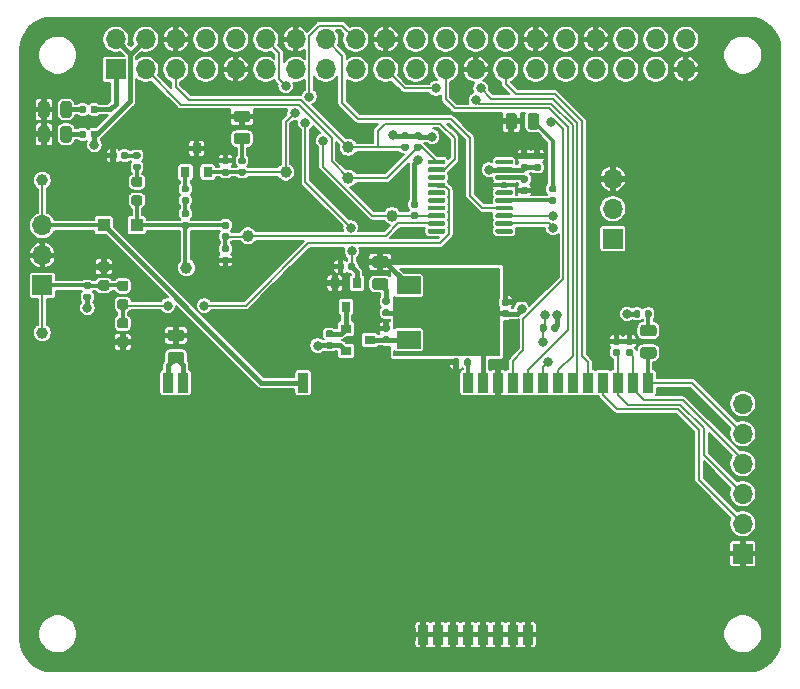
<source format=gbr>
G04 #@! TF.GenerationSoftware,KiCad,Pcbnew,(5.1.6)-1*
G04 #@! TF.CreationDate,2020-06-25T17:10:26+02:00*
G04 #@! TF.ProjectId,plc-EV-rpi,706c632d-4556-42d7-9270-692e6b696361,rev?*
G04 #@! TF.SameCoordinates,Original*
G04 #@! TF.FileFunction,Copper,L1,Top*
G04 #@! TF.FilePolarity,Positive*
%FSLAX46Y46*%
G04 Gerber Fmt 4.6, Leading zero omitted, Abs format (unit mm)*
G04 Created by KiCad (PCBNEW (5.1.6)-1) date 2020-06-25 17:10:26*
%MOMM*%
%LPD*%
G01*
G04 APERTURE LIST*
G04 #@! TA.AperFunction,ComponentPad*
%ADD10O,1.700000X1.700000*%
G04 #@! TD*
G04 #@! TA.AperFunction,ComponentPad*
%ADD11R,1.700000X1.700000*%
G04 #@! TD*
G04 #@! TA.AperFunction,SMDPad,CuDef*
%ADD12C,1.000000*%
G04 #@! TD*
G04 #@! TA.AperFunction,SMDPad,CuDef*
%ADD13R,0.850000X1.700000*%
G04 #@! TD*
G04 #@! TA.AperFunction,SMDPad,CuDef*
%ADD14R,2.000000X1.500000*%
G04 #@! TD*
G04 #@! TA.AperFunction,SMDPad,CuDef*
%ADD15R,2.000000X3.800000*%
G04 #@! TD*
G04 #@! TA.AperFunction,SMDPad,CuDef*
%ADD16R,0.900000X0.800000*%
G04 #@! TD*
G04 #@! TA.AperFunction,SMDPad,CuDef*
%ADD17R,0.800000X0.900000*%
G04 #@! TD*
G04 #@! TA.AperFunction,SMDPad,CuDef*
%ADD18R,1.100000X1.100000*%
G04 #@! TD*
G04 #@! TA.AperFunction,ViaPad*
%ADD19C,0.800000*%
G04 #@! TD*
G04 #@! TA.AperFunction,Conductor*
%ADD20C,0.400000*%
G04 #@! TD*
G04 #@! TA.AperFunction,Conductor*
%ADD21C,0.300000*%
G04 #@! TD*
G04 #@! TA.AperFunction,Conductor*
%ADD22C,0.200000*%
G04 #@! TD*
G04 APERTURE END LIST*
G04 #@! TO.P,R601,2*
G04 #@! TO.N,Net-(D601-Pad2)*
G04 #@! TA.AperFunction,SMDPad,CuDef*
G36*
G01*
X182072500Y-91625000D02*
X181727500Y-91625000D01*
G75*
G02*
X181580000Y-91477500I0J147500D01*
G01*
X181580000Y-91182500D01*
G75*
G02*
X181727500Y-91035000I147500J0D01*
G01*
X182072500Y-91035000D01*
G75*
G02*
X182220000Y-91182500I0J-147500D01*
G01*
X182220000Y-91477500D01*
G75*
G02*
X182072500Y-91625000I-147500J0D01*
G01*
G37*
G04 #@! TD.AperFunction*
G04 #@! TO.P,R601,1*
G04 #@! TO.N,Net-(R601-Pad1)*
G04 #@! TA.AperFunction,SMDPad,CuDef*
G36*
G01*
X182072500Y-92595000D02*
X181727500Y-92595000D01*
G75*
G02*
X181580000Y-92447500I0J147500D01*
G01*
X181580000Y-92152500D01*
G75*
G02*
X181727500Y-92005000I147500J0D01*
G01*
X182072500Y-92005000D01*
G75*
G02*
X182220000Y-92152500I0J-147500D01*
G01*
X182220000Y-92447500D01*
G75*
G02*
X182072500Y-92595000I-147500J0D01*
G01*
G37*
G04 #@! TD.AperFunction*
G04 #@! TD*
D10*
G04 #@! TO.P,J601,3*
G04 #@! TO.N,GND*
X187000000Y-90460000D03*
G04 #@! TO.P,J601,2*
G04 #@! TO.N,/STM8/UART_RX*
X187000000Y-93000000D03*
D11*
G04 #@! TO.P,J601,1*
G04 #@! TO.N,/STM8/UART_TX*
X187000000Y-95540000D03*
G04 #@! TD*
G04 #@! TO.P,D601,2*
G04 #@! TO.N,Net-(D601-Pad2)*
G04 #@! TA.AperFunction,SMDPad,CuDef*
G36*
G01*
X179787500Y-86056250D02*
X179787500Y-85143750D01*
G75*
G02*
X180031250Y-84900000I243750J0D01*
G01*
X180518750Y-84900000D01*
G75*
G02*
X180762500Y-85143750I0J-243750D01*
G01*
X180762500Y-86056250D01*
G75*
G02*
X180518750Y-86300000I-243750J0D01*
G01*
X180031250Y-86300000D01*
G75*
G02*
X179787500Y-86056250I0J243750D01*
G01*
G37*
G04 #@! TD.AperFunction*
G04 #@! TO.P,D601,1*
G04 #@! TO.N,GND*
G04 #@! TA.AperFunction,SMDPad,CuDef*
G36*
G01*
X177912500Y-86056250D02*
X177912500Y-85143750D01*
G75*
G02*
X178156250Y-84900000I243750J0D01*
G01*
X178643750Y-84900000D01*
G75*
G02*
X178887500Y-85143750I0J-243750D01*
G01*
X178887500Y-86056250D01*
G75*
G02*
X178643750Y-86300000I-243750J0D01*
G01*
X178156250Y-86300000D01*
G75*
G02*
X177912500Y-86056250I0J243750D01*
G01*
G37*
G04 #@! TD.AperFunction*
G04 #@! TD*
D12*
G04 #@! TO.P,TP603,1*
G04 #@! TO.N,/RaspberryPi/STM8_SWIM*
X168300000Y-93600000D03*
G04 #@! TD*
G04 #@! TO.P,TP602,1*
G04 #@! TO.N,/RaspberryPi/SDA*
X164600000Y-90400000D03*
G04 #@! TD*
G04 #@! TO.P,TP601,1*
G04 #@! TO.N,/RaspberryPi/SCL*
X164600000Y-87800000D03*
G04 #@! TD*
G04 #@! TO.P,TP401,1*
G04 #@! TO.N,/PROXY*
X138700000Y-103500000D03*
G04 #@! TD*
G04 #@! TO.P,TP304,1*
G04 #@! TO.N,/STM8/AIN3*
X156100000Y-95300000D03*
G04 #@! TD*
G04 #@! TO.P,TP303,1*
G04 #@! TO.N,Net-(D301-Pad1)*
X150900000Y-98000000D03*
G04 #@! TD*
G04 #@! TO.P,TP302,1*
G04 #@! TO.N,/Pilot EV/CHARDE_RDY*
X159300000Y-89900000D03*
G04 #@! TD*
G04 #@! TO.P,TP301,1*
G04 #@! TO.N,/PILOT*
X138700000Y-90600000D03*
G04 #@! TD*
G04 #@! TO.P,U601,20*
G04 #@! TO.N,Net-(U601-Pad20)*
G04 #@! TA.AperFunction,SMDPad,CuDef*
G36*
G01*
X172812500Y-94800000D02*
X172812500Y-95000000D01*
G75*
G02*
X172712500Y-95100000I-100000J0D01*
G01*
X171437500Y-95100000D01*
G75*
G02*
X171337500Y-95000000I0J100000D01*
G01*
X171337500Y-94800000D01*
G75*
G02*
X171437500Y-94700000I100000J0D01*
G01*
X172712500Y-94700000D01*
G75*
G02*
X172812500Y-94800000I0J-100000D01*
G01*
G37*
G04 #@! TD.AperFunction*
G04 #@! TO.P,U601,19*
G04 #@! TO.N,/STM8/AIN3*
G04 #@! TA.AperFunction,SMDPad,CuDef*
G36*
G01*
X172812500Y-94150000D02*
X172812500Y-94350000D01*
G75*
G02*
X172712500Y-94450000I-100000J0D01*
G01*
X171437500Y-94450000D01*
G75*
G02*
X171337500Y-94350000I0J100000D01*
G01*
X171337500Y-94150000D01*
G75*
G02*
X171437500Y-94050000I100000J0D01*
G01*
X172712500Y-94050000D01*
G75*
G02*
X172812500Y-94150000I0J-100000D01*
G01*
G37*
G04 #@! TD.AperFunction*
G04 #@! TO.P,U601,18*
G04 #@! TO.N,/RaspberryPi/STM8_SWIM*
G04 #@! TA.AperFunction,SMDPad,CuDef*
G36*
G01*
X172812500Y-93500000D02*
X172812500Y-93700000D01*
G75*
G02*
X172712500Y-93800000I-100000J0D01*
G01*
X171437500Y-93800000D01*
G75*
G02*
X171337500Y-93700000I0J100000D01*
G01*
X171337500Y-93500000D01*
G75*
G02*
X171437500Y-93400000I100000J0D01*
G01*
X172712500Y-93400000D01*
G75*
G02*
X172812500Y-93500000I0J-100000D01*
G01*
G37*
G04 #@! TD.AperFunction*
G04 #@! TO.P,U601,17*
G04 #@! TO.N,Net-(U601-Pad17)*
G04 #@! TA.AperFunction,SMDPad,CuDef*
G36*
G01*
X172812500Y-92850000D02*
X172812500Y-93050000D01*
G75*
G02*
X172712500Y-93150000I-100000J0D01*
G01*
X171437500Y-93150000D01*
G75*
G02*
X171337500Y-93050000I0J100000D01*
G01*
X171337500Y-92850000D01*
G75*
G02*
X171437500Y-92750000I100000J0D01*
G01*
X172712500Y-92750000D01*
G75*
G02*
X172812500Y-92850000I0J-100000D01*
G01*
G37*
G04 #@! TD.AperFunction*
G04 #@! TO.P,U601,16*
G04 #@! TO.N,Net-(U601-Pad16)*
G04 #@! TA.AperFunction,SMDPad,CuDef*
G36*
G01*
X172812500Y-92200000D02*
X172812500Y-92400000D01*
G75*
G02*
X172712500Y-92500000I-100000J0D01*
G01*
X171437500Y-92500000D01*
G75*
G02*
X171337500Y-92400000I0J100000D01*
G01*
X171337500Y-92200000D01*
G75*
G02*
X171437500Y-92100000I100000J0D01*
G01*
X172712500Y-92100000D01*
G75*
G02*
X172812500Y-92200000I0J-100000D01*
G01*
G37*
G04 #@! TD.AperFunction*
G04 #@! TO.P,U601,15*
G04 #@! TO.N,Net-(U601-Pad15)*
G04 #@! TA.AperFunction,SMDPad,CuDef*
G36*
G01*
X172812500Y-91550000D02*
X172812500Y-91750000D01*
G75*
G02*
X172712500Y-91850000I-100000J0D01*
G01*
X171437500Y-91850000D01*
G75*
G02*
X171337500Y-91750000I0J100000D01*
G01*
X171337500Y-91550000D01*
G75*
G02*
X171437500Y-91450000I100000J0D01*
G01*
X172712500Y-91450000D01*
G75*
G02*
X172812500Y-91550000I0J-100000D01*
G01*
G37*
G04 #@! TD.AperFunction*
G04 #@! TO.P,U601,14*
G04 #@! TO.N,/STM8/AIN2*
G04 #@! TA.AperFunction,SMDPad,CuDef*
G36*
G01*
X172812500Y-90900000D02*
X172812500Y-91100000D01*
G75*
G02*
X172712500Y-91200000I-100000J0D01*
G01*
X171437500Y-91200000D01*
G75*
G02*
X171337500Y-91100000I0J100000D01*
G01*
X171337500Y-90900000D01*
G75*
G02*
X171437500Y-90800000I100000J0D01*
G01*
X172712500Y-90800000D01*
G75*
G02*
X172812500Y-90900000I0J-100000D01*
G01*
G37*
G04 #@! TD.AperFunction*
G04 #@! TO.P,U601,13*
G04 #@! TO.N,Net-(U601-Pad13)*
G04 #@! TA.AperFunction,SMDPad,CuDef*
G36*
G01*
X172812500Y-90250000D02*
X172812500Y-90450000D01*
G75*
G02*
X172712500Y-90550000I-100000J0D01*
G01*
X171437500Y-90550000D01*
G75*
G02*
X171337500Y-90450000I0J100000D01*
G01*
X171337500Y-90250000D01*
G75*
G02*
X171437500Y-90150000I100000J0D01*
G01*
X172712500Y-90150000D01*
G75*
G02*
X172812500Y-90250000I0J-100000D01*
G01*
G37*
G04 #@! TD.AperFunction*
G04 #@! TO.P,U601,12*
G04 #@! TO.N,/RaspberryPi/SCL*
G04 #@! TA.AperFunction,SMDPad,CuDef*
G36*
G01*
X172812500Y-89600000D02*
X172812500Y-89800000D01*
G75*
G02*
X172712500Y-89900000I-100000J0D01*
G01*
X171437500Y-89900000D01*
G75*
G02*
X171337500Y-89800000I0J100000D01*
G01*
X171337500Y-89600000D01*
G75*
G02*
X171437500Y-89500000I100000J0D01*
G01*
X172712500Y-89500000D01*
G75*
G02*
X172812500Y-89600000I0J-100000D01*
G01*
G37*
G04 #@! TD.AperFunction*
G04 #@! TO.P,U601,11*
G04 #@! TO.N,/RaspberryPi/SDA*
G04 #@! TA.AperFunction,SMDPad,CuDef*
G36*
G01*
X172812500Y-88950000D02*
X172812500Y-89150000D01*
G75*
G02*
X172712500Y-89250000I-100000J0D01*
G01*
X171437500Y-89250000D01*
G75*
G02*
X171337500Y-89150000I0J100000D01*
G01*
X171337500Y-88950000D01*
G75*
G02*
X171437500Y-88850000I100000J0D01*
G01*
X172712500Y-88850000D01*
G75*
G02*
X172812500Y-88950000I0J-100000D01*
G01*
G37*
G04 #@! TD.AperFunction*
G04 #@! TO.P,U601,10*
G04 #@! TO.N,Net-(U601-Pad10)*
G04 #@! TA.AperFunction,SMDPad,CuDef*
G36*
G01*
X178537500Y-88950000D02*
X178537500Y-89150000D01*
G75*
G02*
X178437500Y-89250000I-100000J0D01*
G01*
X177162500Y-89250000D01*
G75*
G02*
X177062500Y-89150000I0J100000D01*
G01*
X177062500Y-88950000D01*
G75*
G02*
X177162500Y-88850000I100000J0D01*
G01*
X178437500Y-88850000D01*
G75*
G02*
X178537500Y-88950000I0J-100000D01*
G01*
G37*
G04 #@! TD.AperFunction*
G04 #@! TO.P,U601,9*
G04 #@! TO.N,+3V3*
G04 #@! TA.AperFunction,SMDPad,CuDef*
G36*
G01*
X178537500Y-89600000D02*
X178537500Y-89800000D01*
G75*
G02*
X178437500Y-89900000I-100000J0D01*
G01*
X177162500Y-89900000D01*
G75*
G02*
X177062500Y-89800000I0J100000D01*
G01*
X177062500Y-89600000D01*
G75*
G02*
X177162500Y-89500000I100000J0D01*
G01*
X178437500Y-89500000D01*
G75*
G02*
X178537500Y-89600000I0J-100000D01*
G01*
G37*
G04 #@! TD.AperFunction*
G04 #@! TO.P,U601,8*
G04 #@! TO.N,Net-(C601-Pad1)*
G04 #@! TA.AperFunction,SMDPad,CuDef*
G36*
G01*
X178537500Y-90250000D02*
X178537500Y-90450000D01*
G75*
G02*
X178437500Y-90550000I-100000J0D01*
G01*
X177162500Y-90550000D01*
G75*
G02*
X177062500Y-90450000I0J100000D01*
G01*
X177062500Y-90250000D01*
G75*
G02*
X177162500Y-90150000I100000J0D01*
G01*
X178437500Y-90150000D01*
G75*
G02*
X178537500Y-90250000I0J-100000D01*
G01*
G37*
G04 #@! TD.AperFunction*
G04 #@! TO.P,U601,7*
G04 #@! TO.N,GND*
G04 #@! TA.AperFunction,SMDPad,CuDef*
G36*
G01*
X178537500Y-90900000D02*
X178537500Y-91100000D01*
G75*
G02*
X178437500Y-91200000I-100000J0D01*
G01*
X177162500Y-91200000D01*
G75*
G02*
X177062500Y-91100000I0J100000D01*
G01*
X177062500Y-90900000D01*
G75*
G02*
X177162500Y-90800000I100000J0D01*
G01*
X178437500Y-90800000D01*
G75*
G02*
X178537500Y-90900000I0J-100000D01*
G01*
G37*
G04 #@! TD.AperFunction*
G04 #@! TO.P,U601,6*
G04 #@! TO.N,Net-(U601-Pad6)*
G04 #@! TA.AperFunction,SMDPad,CuDef*
G36*
G01*
X178537500Y-91550000D02*
X178537500Y-91750000D01*
G75*
G02*
X178437500Y-91850000I-100000J0D01*
G01*
X177162500Y-91850000D01*
G75*
G02*
X177062500Y-91750000I0J100000D01*
G01*
X177062500Y-91550000D01*
G75*
G02*
X177162500Y-91450000I100000J0D01*
G01*
X178437500Y-91450000D01*
G75*
G02*
X178537500Y-91550000I0J-100000D01*
G01*
G37*
G04 #@! TD.AperFunction*
G04 #@! TO.P,U601,5*
G04 #@! TO.N,Net-(R601-Pad1)*
G04 #@! TA.AperFunction,SMDPad,CuDef*
G36*
G01*
X178537500Y-92200000D02*
X178537500Y-92400000D01*
G75*
G02*
X178437500Y-92500000I-100000J0D01*
G01*
X177162500Y-92500000D01*
G75*
G02*
X177062500Y-92400000I0J100000D01*
G01*
X177062500Y-92200000D01*
G75*
G02*
X177162500Y-92100000I100000J0D01*
G01*
X178437500Y-92100000D01*
G75*
G02*
X178537500Y-92200000I0J-100000D01*
G01*
G37*
G04 #@! TD.AperFunction*
G04 #@! TO.P,U601,4*
G04 #@! TO.N,/STM8/NRST*
G04 #@! TA.AperFunction,SMDPad,CuDef*
G36*
G01*
X178537500Y-92850000D02*
X178537500Y-93050000D01*
G75*
G02*
X178437500Y-93150000I-100000J0D01*
G01*
X177162500Y-93150000D01*
G75*
G02*
X177062500Y-93050000I0J100000D01*
G01*
X177062500Y-92850000D01*
G75*
G02*
X177162500Y-92750000I100000J0D01*
G01*
X178437500Y-92750000D01*
G75*
G02*
X178537500Y-92850000I0J-100000D01*
G01*
G37*
G04 #@! TD.AperFunction*
G04 #@! TO.P,U601,3*
G04 #@! TO.N,/STM8/UART_RX*
G04 #@! TA.AperFunction,SMDPad,CuDef*
G36*
G01*
X178537500Y-93500000D02*
X178537500Y-93700000D01*
G75*
G02*
X178437500Y-93800000I-100000J0D01*
G01*
X177162500Y-93800000D01*
G75*
G02*
X177062500Y-93700000I0J100000D01*
G01*
X177062500Y-93500000D01*
G75*
G02*
X177162500Y-93400000I100000J0D01*
G01*
X178437500Y-93400000D01*
G75*
G02*
X178537500Y-93500000I0J-100000D01*
G01*
G37*
G04 #@! TD.AperFunction*
G04 #@! TO.P,U601,2*
G04 #@! TO.N,/STM8/UART_TX*
G04 #@! TA.AperFunction,SMDPad,CuDef*
G36*
G01*
X178537500Y-94150000D02*
X178537500Y-94350000D01*
G75*
G02*
X178437500Y-94450000I-100000J0D01*
G01*
X177162500Y-94450000D01*
G75*
G02*
X177062500Y-94350000I0J100000D01*
G01*
X177062500Y-94150000D01*
G75*
G02*
X177162500Y-94050000I100000J0D01*
G01*
X178437500Y-94050000D01*
G75*
G02*
X178537500Y-94150000I0J-100000D01*
G01*
G37*
G04 #@! TD.AperFunction*
G04 #@! TO.P,U601,1*
G04 #@! TO.N,Net-(U601-Pad1)*
G04 #@! TA.AperFunction,SMDPad,CuDef*
G36*
G01*
X178537500Y-94800000D02*
X178537500Y-95000000D01*
G75*
G02*
X178437500Y-95100000I-100000J0D01*
G01*
X177162500Y-95100000D01*
G75*
G02*
X177062500Y-95000000I0J100000D01*
G01*
X177062500Y-94800000D01*
G75*
G02*
X177162500Y-94700000I100000J0D01*
G01*
X178437500Y-94700000D01*
G75*
G02*
X178537500Y-94800000I0J-100000D01*
G01*
G37*
G04 #@! TD.AperFunction*
G04 #@! TD*
D13*
G04 #@! TO.P,U502,25*
G04 #@! TO.N,GND*
X179820000Y-129060000D03*
G04 #@! TO.P,U502,24*
X178550000Y-129060000D03*
G04 #@! TO.P,U502,23*
X177280000Y-129060000D03*
G04 #@! TO.P,U502,22*
X176010000Y-129060000D03*
G04 #@! TO.P,U502,21*
X174740000Y-129060000D03*
G04 #@! TO.P,U502,20*
X173470000Y-129060000D03*
G04 #@! TO.P,U502,19*
X172200000Y-129060000D03*
G04 #@! TO.P,U502,18*
X170930000Y-129060000D03*
G04 #@! TO.P,U502,17*
G04 #@! TO.N,Net-(R508-Pad1)*
X149340000Y-107740000D03*
G04 #@! TO.P,U502,16*
X150610000Y-107740000D03*
G04 #@! TO.P,U502,15*
G04 #@! TO.N,/PILOT*
X160770000Y-107740000D03*
G04 #@! TO.P,U502,13*
G04 #@! TO.N,Net-(R507-Pad1)*
X174740000Y-107740000D03*
G04 #@! TO.P,U502,12*
G04 #@! TO.N,/PLC Interface/VDD*
X176010000Y-107740000D03*
G04 #@! TO.P,U502,11*
G04 #@! TO.N,GND*
X177280000Y-107740000D03*
G04 #@! TO.P,U502,10*
G04 #@! TO.N,/PLC Interface/INT*
X178550000Y-107740000D03*
G04 #@! TO.P,U502,9*
G04 #@! TO.N,/PLC Interface/CLK*
X179820000Y-107740000D03*
G04 #@! TO.P,U502,8*
G04 #@! TO.N,/PLC Interface/CS*
X181090000Y-107740000D03*
G04 #@! TO.P,U502,7*
G04 #@! TO.N,/PLC Interface/MISO*
X182360000Y-107740000D03*
G04 #@! TO.P,U502,6*
G04 #@! TO.N,/PLC Interface/MOSI*
X183630000Y-107740000D03*
G04 #@! TO.P,U502,5*
G04 #@! TO.N,/RaspberryPi/PLC_RESET*
X184900000Y-107740000D03*
G04 #@! TO.P,U502,4*
G04 #@! TO.N,/PLC Interface/GPIO_3*
X186170000Y-107740000D03*
G04 #@! TO.P,U502,3*
G04 #@! TO.N,/PLC Interface/GPIO_2*
X187440000Y-107740000D03*
G04 #@! TO.P,U502,2*
G04 #@! TO.N,/PLC Interface/GPIO_1*
X188710000Y-107740000D03*
G04 #@! TO.P,U502,1*
G04 #@! TO.N,/PLC Interface/GPIO_0*
X189980000Y-107740000D03*
G04 #@! TD*
D14*
G04 #@! TO.P,U501,1*
G04 #@! TO.N,GND*
X169700000Y-99500000D03*
G04 #@! TO.P,U501,3*
G04 #@! TO.N,Net-(C501-Pad1)*
X169700000Y-104100000D03*
G04 #@! TO.P,U501,2*
G04 #@! TO.N,/PLC Interface/VDD*
X169700000Y-101800000D03*
D15*
X176000000Y-101800000D03*
G04 #@! TD*
G04 #@! TO.P,R509,2*
G04 #@! TO.N,Net-(D502-Pad2)*
G04 #@! TA.AperFunction,SMDPad,CuDef*
G36*
G01*
X167972500Y-101125000D02*
X167627500Y-101125000D01*
G75*
G02*
X167480000Y-100977500I0J147500D01*
G01*
X167480000Y-100682500D01*
G75*
G02*
X167627500Y-100535000I147500J0D01*
G01*
X167972500Y-100535000D01*
G75*
G02*
X168120000Y-100682500I0J-147500D01*
G01*
X168120000Y-100977500D01*
G75*
G02*
X167972500Y-101125000I-147500J0D01*
G01*
G37*
G04 #@! TD.AperFunction*
G04 #@! TO.P,R509,1*
G04 #@! TO.N,/PLC Interface/VDD*
G04 #@! TA.AperFunction,SMDPad,CuDef*
G36*
G01*
X167972500Y-102095000D02*
X167627500Y-102095000D01*
G75*
G02*
X167480000Y-101947500I0J147500D01*
G01*
X167480000Y-101652500D01*
G75*
G02*
X167627500Y-101505000I147500J0D01*
G01*
X167972500Y-101505000D01*
G75*
G02*
X168120000Y-101652500I0J-147500D01*
G01*
X168120000Y-101947500D01*
G75*
G02*
X167972500Y-102095000I-147500J0D01*
G01*
G37*
G04 #@! TD.AperFunction*
G04 #@! TD*
G04 #@! TO.P,R508,2*
G04 #@! TO.N,GND*
G04 #@! TA.AperFunction,SMDPad,CuDef*
G36*
G01*
X150456250Y-104212500D02*
X149543750Y-104212500D01*
G75*
G02*
X149300000Y-103968750I0J243750D01*
G01*
X149300000Y-103481250D01*
G75*
G02*
X149543750Y-103237500I243750J0D01*
G01*
X150456250Y-103237500D01*
G75*
G02*
X150700000Y-103481250I0J-243750D01*
G01*
X150700000Y-103968750D01*
G75*
G02*
X150456250Y-104212500I-243750J0D01*
G01*
G37*
G04 #@! TD.AperFunction*
G04 #@! TO.P,R508,1*
G04 #@! TO.N,Net-(R508-Pad1)*
G04 #@! TA.AperFunction,SMDPad,CuDef*
G36*
G01*
X150456250Y-106087500D02*
X149543750Y-106087500D01*
G75*
G02*
X149300000Y-105843750I0J243750D01*
G01*
X149300000Y-105356250D01*
G75*
G02*
X149543750Y-105112500I243750J0D01*
G01*
X150456250Y-105112500D01*
G75*
G02*
X150700000Y-105356250I0J-243750D01*
G01*
X150700000Y-105843750D01*
G75*
G02*
X150456250Y-106087500I-243750J0D01*
G01*
G37*
G04 #@! TD.AperFunction*
G04 #@! TD*
G04 #@! TO.P,R507,2*
G04 #@! TO.N,GND*
G04 #@! TA.AperFunction,SMDPad,CuDef*
G36*
G01*
X174010000Y-105827500D02*
X174010000Y-106172500D01*
G75*
G02*
X173862500Y-106320000I-147500J0D01*
G01*
X173567500Y-106320000D01*
G75*
G02*
X173420000Y-106172500I0J147500D01*
G01*
X173420000Y-105827500D01*
G75*
G02*
X173567500Y-105680000I147500J0D01*
G01*
X173862500Y-105680000D01*
G75*
G02*
X174010000Y-105827500I0J-147500D01*
G01*
G37*
G04 #@! TD.AperFunction*
G04 #@! TO.P,R507,1*
G04 #@! TO.N,Net-(R507-Pad1)*
G04 #@! TA.AperFunction,SMDPad,CuDef*
G36*
G01*
X174980000Y-105827500D02*
X174980000Y-106172500D01*
G75*
G02*
X174832500Y-106320000I-147500J0D01*
G01*
X174537500Y-106320000D01*
G75*
G02*
X174390000Y-106172500I0J147500D01*
G01*
X174390000Y-105827500D01*
G75*
G02*
X174537500Y-105680000I147500J0D01*
G01*
X174832500Y-105680000D01*
G75*
G02*
X174980000Y-105827500I0J-147500D01*
G01*
G37*
G04 #@! TD.AperFunction*
G04 #@! TD*
G04 #@! TO.P,R506,2*
G04 #@! TO.N,GND*
G04 #@! TA.AperFunction,SMDPad,CuDef*
G36*
G01*
X164225000Y-97727500D02*
X164225000Y-98072500D01*
G75*
G02*
X164077500Y-98220000I-147500J0D01*
G01*
X163782500Y-98220000D01*
G75*
G02*
X163635000Y-98072500I0J147500D01*
G01*
X163635000Y-97727500D01*
G75*
G02*
X163782500Y-97580000I147500J0D01*
G01*
X164077500Y-97580000D01*
G75*
G02*
X164225000Y-97727500I0J-147500D01*
G01*
G37*
G04 #@! TD.AperFunction*
G04 #@! TO.P,R506,1*
G04 #@! TO.N,/PLC Interface/ENABLE*
G04 #@! TA.AperFunction,SMDPad,CuDef*
G36*
G01*
X165195000Y-97727500D02*
X165195000Y-98072500D01*
G75*
G02*
X165047500Y-98220000I-147500J0D01*
G01*
X164752500Y-98220000D01*
G75*
G02*
X164605000Y-98072500I0J147500D01*
G01*
X164605000Y-97727500D01*
G75*
G02*
X164752500Y-97580000I147500J0D01*
G01*
X165047500Y-97580000D01*
G75*
G02*
X165195000Y-97727500I0J-147500D01*
G01*
G37*
G04 #@! TD.AperFunction*
G04 #@! TD*
G04 #@! TO.P,R505,2*
G04 #@! TO.N,Net-(Q501-Pad3)*
G04 #@! TA.AperFunction,SMDPad,CuDef*
G36*
G01*
X163172500Y-103895000D02*
X162827500Y-103895000D01*
G75*
G02*
X162680000Y-103747500I0J147500D01*
G01*
X162680000Y-103452500D01*
G75*
G02*
X162827500Y-103305000I147500J0D01*
G01*
X163172500Y-103305000D01*
G75*
G02*
X163320000Y-103452500I0J-147500D01*
G01*
X163320000Y-103747500D01*
G75*
G02*
X163172500Y-103895000I-147500J0D01*
G01*
G37*
G04 #@! TD.AperFunction*
G04 #@! TO.P,R505,1*
G04 #@! TO.N,+5V*
G04 #@! TA.AperFunction,SMDPad,CuDef*
G36*
G01*
X163172500Y-104865000D02*
X162827500Y-104865000D01*
G75*
G02*
X162680000Y-104717500I0J147500D01*
G01*
X162680000Y-104422500D01*
G75*
G02*
X162827500Y-104275000I147500J0D01*
G01*
X163172500Y-104275000D01*
G75*
G02*
X163320000Y-104422500I0J-147500D01*
G01*
X163320000Y-104717500D01*
G75*
G02*
X163172500Y-104865000I-147500J0D01*
G01*
G37*
G04 #@! TD.AperFunction*
G04 #@! TD*
G04 #@! TO.P,R504,2*
G04 #@! TO.N,/PLC Interface/CS*
G04 #@! TA.AperFunction,SMDPad,CuDef*
G36*
G01*
X181395000Y-102927500D02*
X181395000Y-103272500D01*
G75*
G02*
X181247500Y-103420000I-147500J0D01*
G01*
X180952500Y-103420000D01*
G75*
G02*
X180805000Y-103272500I0J147500D01*
G01*
X180805000Y-102927500D01*
G75*
G02*
X180952500Y-102780000I147500J0D01*
G01*
X181247500Y-102780000D01*
G75*
G02*
X181395000Y-102927500I0J-147500D01*
G01*
G37*
G04 #@! TD.AperFunction*
G04 #@! TO.P,R504,1*
G04 #@! TO.N,/PLC Interface/VDD*
G04 #@! TA.AperFunction,SMDPad,CuDef*
G36*
G01*
X182365000Y-102927500D02*
X182365000Y-103272500D01*
G75*
G02*
X182217500Y-103420000I-147500J0D01*
G01*
X181922500Y-103420000D01*
G75*
G02*
X181775000Y-103272500I0J147500D01*
G01*
X181775000Y-102927500D01*
G75*
G02*
X181922500Y-102780000I147500J0D01*
G01*
X182217500Y-102780000D01*
G75*
G02*
X182365000Y-102927500I0J-147500D01*
G01*
G37*
G04 #@! TD.AperFunction*
G04 #@! TD*
G04 #@! TO.P,R503,2*
G04 #@! TO.N,GND*
G04 #@! TA.AperFunction,SMDPad,CuDef*
G36*
G01*
X187472500Y-104525000D02*
X187127500Y-104525000D01*
G75*
G02*
X186980000Y-104377500I0J147500D01*
G01*
X186980000Y-104082500D01*
G75*
G02*
X187127500Y-103935000I147500J0D01*
G01*
X187472500Y-103935000D01*
G75*
G02*
X187620000Y-104082500I0J-147500D01*
G01*
X187620000Y-104377500D01*
G75*
G02*
X187472500Y-104525000I-147500J0D01*
G01*
G37*
G04 #@! TD.AperFunction*
G04 #@! TO.P,R503,1*
G04 #@! TO.N,/PLC Interface/GPIO_2*
G04 #@! TA.AperFunction,SMDPad,CuDef*
G36*
G01*
X187472500Y-105495000D02*
X187127500Y-105495000D01*
G75*
G02*
X186980000Y-105347500I0J147500D01*
G01*
X186980000Y-105052500D01*
G75*
G02*
X187127500Y-104905000I147500J0D01*
G01*
X187472500Y-104905000D01*
G75*
G02*
X187620000Y-105052500I0J-147500D01*
G01*
X187620000Y-105347500D01*
G75*
G02*
X187472500Y-105495000I-147500J0D01*
G01*
G37*
G04 #@! TD.AperFunction*
G04 #@! TD*
G04 #@! TO.P,R502,2*
G04 #@! TO.N,GND*
G04 #@! TA.AperFunction,SMDPad,CuDef*
G36*
G01*
X188572500Y-104525000D02*
X188227500Y-104525000D01*
G75*
G02*
X188080000Y-104377500I0J147500D01*
G01*
X188080000Y-104082500D01*
G75*
G02*
X188227500Y-103935000I147500J0D01*
G01*
X188572500Y-103935000D01*
G75*
G02*
X188720000Y-104082500I0J-147500D01*
G01*
X188720000Y-104377500D01*
G75*
G02*
X188572500Y-104525000I-147500J0D01*
G01*
G37*
G04 #@! TD.AperFunction*
G04 #@! TO.P,R502,1*
G04 #@! TO.N,/PLC Interface/GPIO_1*
G04 #@! TA.AperFunction,SMDPad,CuDef*
G36*
G01*
X188572500Y-105495000D02*
X188227500Y-105495000D01*
G75*
G02*
X188080000Y-105347500I0J147500D01*
G01*
X188080000Y-105052500D01*
G75*
G02*
X188227500Y-104905000I147500J0D01*
G01*
X188572500Y-104905000D01*
G75*
G02*
X188720000Y-105052500I0J-147500D01*
G01*
X188720000Y-105347500D01*
G75*
G02*
X188572500Y-105495000I-147500J0D01*
G01*
G37*
G04 #@! TD.AperFunction*
G04 #@! TD*
G04 #@! TO.P,R501,2*
G04 #@! TO.N,Net-(D501-Pad2)*
G04 #@! TA.AperFunction,SMDPad,CuDef*
G36*
G01*
X189705000Y-102072500D02*
X189705000Y-101727500D01*
G75*
G02*
X189852500Y-101580000I147500J0D01*
G01*
X190147500Y-101580000D01*
G75*
G02*
X190295000Y-101727500I0J-147500D01*
G01*
X190295000Y-102072500D01*
G75*
G02*
X190147500Y-102220000I-147500J0D01*
G01*
X189852500Y-102220000D01*
G75*
G02*
X189705000Y-102072500I0J147500D01*
G01*
G37*
G04 #@! TD.AperFunction*
G04 #@! TO.P,R501,1*
G04 #@! TO.N,/PLC Interface/VDD*
G04 #@! TA.AperFunction,SMDPad,CuDef*
G36*
G01*
X188735000Y-102072500D02*
X188735000Y-101727500D01*
G75*
G02*
X188882500Y-101580000I147500J0D01*
G01*
X189177500Y-101580000D01*
G75*
G02*
X189325000Y-101727500I0J-147500D01*
G01*
X189325000Y-102072500D01*
G75*
G02*
X189177500Y-102220000I-147500J0D01*
G01*
X188882500Y-102220000D01*
G75*
G02*
X188735000Y-102072500I0J147500D01*
G01*
G37*
G04 #@! TD.AperFunction*
G04 #@! TD*
G04 #@! TO.P,R404,2*
G04 #@! TO.N,GND*
G04 #@! TA.AperFunction,SMDPad,CuDef*
G36*
G01*
X145243750Y-103837500D02*
X145756250Y-103837500D01*
G75*
G02*
X145975000Y-104056250I0J-218750D01*
G01*
X145975000Y-104493750D01*
G75*
G02*
X145756250Y-104712500I-218750J0D01*
G01*
X145243750Y-104712500D01*
G75*
G02*
X145025000Y-104493750I0J218750D01*
G01*
X145025000Y-104056250D01*
G75*
G02*
X145243750Y-103837500I218750J0D01*
G01*
G37*
G04 #@! TD.AperFunction*
G04 #@! TO.P,R404,1*
G04 #@! TO.N,/STM8/AIN2*
G04 #@! TA.AperFunction,SMDPad,CuDef*
G36*
G01*
X145243750Y-102262500D02*
X145756250Y-102262500D01*
G75*
G02*
X145975000Y-102481250I0J-218750D01*
G01*
X145975000Y-102918750D01*
G75*
G02*
X145756250Y-103137500I-218750J0D01*
G01*
X145243750Y-103137500D01*
G75*
G02*
X145025000Y-102918750I0J218750D01*
G01*
X145025000Y-102481250D01*
G75*
G02*
X145243750Y-102262500I218750J0D01*
G01*
G37*
G04 #@! TD.AperFunction*
G04 #@! TD*
G04 #@! TO.P,R403,2*
G04 #@! TO.N,/STM8/AIN2*
G04 #@! TA.AperFunction,SMDPad,CuDef*
G36*
G01*
X145243750Y-100662500D02*
X145756250Y-100662500D01*
G75*
G02*
X145975000Y-100881250I0J-218750D01*
G01*
X145975000Y-101318750D01*
G75*
G02*
X145756250Y-101537500I-218750J0D01*
G01*
X145243750Y-101537500D01*
G75*
G02*
X145025000Y-101318750I0J218750D01*
G01*
X145025000Y-100881250D01*
G75*
G02*
X145243750Y-100662500I218750J0D01*
G01*
G37*
G04 #@! TD.AperFunction*
G04 #@! TO.P,R403,1*
G04 #@! TO.N,/PROXY*
G04 #@! TA.AperFunction,SMDPad,CuDef*
G36*
G01*
X145243750Y-99087500D02*
X145756250Y-99087500D01*
G75*
G02*
X145975000Y-99306250I0J-218750D01*
G01*
X145975000Y-99743750D01*
G75*
G02*
X145756250Y-99962500I-218750J0D01*
G01*
X145243750Y-99962500D01*
G75*
G02*
X145025000Y-99743750I0J218750D01*
G01*
X145025000Y-99306250D01*
G75*
G02*
X145243750Y-99087500I218750J0D01*
G01*
G37*
G04 #@! TD.AperFunction*
G04 #@! TD*
G04 #@! TO.P,R402,2*
G04 #@! TO.N,/PROXY*
G04 #@! TA.AperFunction,SMDPad,CuDef*
G36*
G01*
X143643750Y-99050000D02*
X144156250Y-99050000D01*
G75*
G02*
X144375000Y-99268750I0J-218750D01*
G01*
X144375000Y-99706250D01*
G75*
G02*
X144156250Y-99925000I-218750J0D01*
G01*
X143643750Y-99925000D01*
G75*
G02*
X143425000Y-99706250I0J218750D01*
G01*
X143425000Y-99268750D01*
G75*
G02*
X143643750Y-99050000I218750J0D01*
G01*
G37*
G04 #@! TD.AperFunction*
G04 #@! TO.P,R402,1*
G04 #@! TO.N,GND*
G04 #@! TA.AperFunction,SMDPad,CuDef*
G36*
G01*
X143643750Y-97475000D02*
X144156250Y-97475000D01*
G75*
G02*
X144375000Y-97693750I0J-218750D01*
G01*
X144375000Y-98131250D01*
G75*
G02*
X144156250Y-98350000I-218750J0D01*
G01*
X143643750Y-98350000D01*
G75*
G02*
X143425000Y-98131250I0J218750D01*
G01*
X143425000Y-97693750D01*
G75*
G02*
X143643750Y-97475000I218750J0D01*
G01*
G37*
G04 #@! TD.AperFunction*
G04 #@! TD*
G04 #@! TO.P,R401,2*
G04 #@! TO.N,+5V*
G04 #@! TA.AperFunction,SMDPad,CuDef*
G36*
G01*
X142327500Y-100190000D02*
X142672500Y-100190000D01*
G75*
G02*
X142820000Y-100337500I0J-147500D01*
G01*
X142820000Y-100632500D01*
G75*
G02*
X142672500Y-100780000I-147500J0D01*
G01*
X142327500Y-100780000D01*
G75*
G02*
X142180000Y-100632500I0J147500D01*
G01*
X142180000Y-100337500D01*
G75*
G02*
X142327500Y-100190000I147500J0D01*
G01*
G37*
G04 #@! TD.AperFunction*
G04 #@! TO.P,R401,1*
G04 #@! TO.N,/PROXY*
G04 #@! TA.AperFunction,SMDPad,CuDef*
G36*
G01*
X142327500Y-99220000D02*
X142672500Y-99220000D01*
G75*
G02*
X142820000Y-99367500I0J-147500D01*
G01*
X142820000Y-99662500D01*
G75*
G02*
X142672500Y-99810000I-147500J0D01*
G01*
X142327500Y-99810000D01*
G75*
G02*
X142180000Y-99662500I0J147500D01*
G01*
X142180000Y-99367500D01*
G75*
G02*
X142327500Y-99220000I147500J0D01*
G01*
G37*
G04 #@! TD.AperFunction*
G04 #@! TD*
G04 #@! TO.P,R308,2*
G04 #@! TO.N,/STM8/AIN3*
G04 #@! TA.AperFunction,SMDPad,CuDef*
G36*
G01*
X154372500Y-96695000D02*
X154027500Y-96695000D01*
G75*
G02*
X153880000Y-96547500I0J147500D01*
G01*
X153880000Y-96252500D01*
G75*
G02*
X154027500Y-96105000I147500J0D01*
G01*
X154372500Y-96105000D01*
G75*
G02*
X154520000Y-96252500I0J-147500D01*
G01*
X154520000Y-96547500D01*
G75*
G02*
X154372500Y-96695000I-147500J0D01*
G01*
G37*
G04 #@! TD.AperFunction*
G04 #@! TO.P,R308,1*
G04 #@! TO.N,GND*
G04 #@! TA.AperFunction,SMDPad,CuDef*
G36*
G01*
X154372500Y-97665000D02*
X154027500Y-97665000D01*
G75*
G02*
X153880000Y-97517500I0J147500D01*
G01*
X153880000Y-97222500D01*
G75*
G02*
X154027500Y-97075000I147500J0D01*
G01*
X154372500Y-97075000D01*
G75*
G02*
X154520000Y-97222500I0J-147500D01*
G01*
X154520000Y-97517500D01*
G75*
G02*
X154372500Y-97665000I-147500J0D01*
G01*
G37*
G04 #@! TD.AperFunction*
G04 #@! TD*
G04 #@! TO.P,R307,2*
G04 #@! TO.N,Net-(D301-Pad1)*
G04 #@! TA.AperFunction,SMDPad,CuDef*
G36*
G01*
X154372500Y-94695000D02*
X154027500Y-94695000D01*
G75*
G02*
X153880000Y-94547500I0J147500D01*
G01*
X153880000Y-94252500D01*
G75*
G02*
X154027500Y-94105000I147500J0D01*
G01*
X154372500Y-94105000D01*
G75*
G02*
X154520000Y-94252500I0J-147500D01*
G01*
X154520000Y-94547500D01*
G75*
G02*
X154372500Y-94695000I-147500J0D01*
G01*
G37*
G04 #@! TD.AperFunction*
G04 #@! TO.P,R307,1*
G04 #@! TO.N,/STM8/AIN3*
G04 #@! TA.AperFunction,SMDPad,CuDef*
G36*
G01*
X154372500Y-95665000D02*
X154027500Y-95665000D01*
G75*
G02*
X153880000Y-95517500I0J147500D01*
G01*
X153880000Y-95222500D01*
G75*
G02*
X154027500Y-95075000I147500J0D01*
G01*
X154372500Y-95075000D01*
G75*
G02*
X154520000Y-95222500I0J-147500D01*
G01*
X154520000Y-95517500D01*
G75*
G02*
X154372500Y-95665000I-147500J0D01*
G01*
G37*
G04 #@! TD.AperFunction*
G04 #@! TD*
G04 #@! TO.P,R306,2*
G04 #@! TO.N,Net-(R305-Pad1)*
G04 #@! TA.AperFunction,SMDPad,CuDef*
G36*
G01*
X150627500Y-92005000D02*
X150972500Y-92005000D01*
G75*
G02*
X151120000Y-92152500I0J-147500D01*
G01*
X151120000Y-92447500D01*
G75*
G02*
X150972500Y-92595000I-147500J0D01*
G01*
X150627500Y-92595000D01*
G75*
G02*
X150480000Y-92447500I0J147500D01*
G01*
X150480000Y-92152500D01*
G75*
G02*
X150627500Y-92005000I147500J0D01*
G01*
G37*
G04 #@! TD.AperFunction*
G04 #@! TO.P,R306,1*
G04 #@! TO.N,Net-(Q301-Pad1)*
G04 #@! TA.AperFunction,SMDPad,CuDef*
G36*
G01*
X150627500Y-91035000D02*
X150972500Y-91035000D01*
G75*
G02*
X151120000Y-91182500I0J-147500D01*
G01*
X151120000Y-91477500D01*
G75*
G02*
X150972500Y-91625000I-147500J0D01*
G01*
X150627500Y-91625000D01*
G75*
G02*
X150480000Y-91477500I0J147500D01*
G01*
X150480000Y-91182500D01*
G75*
G02*
X150627500Y-91035000I147500J0D01*
G01*
G37*
G04 #@! TD.AperFunction*
G04 #@! TD*
G04 #@! TO.P,R305,2*
G04 #@! TO.N,Net-(D301-Pad1)*
G04 #@! TA.AperFunction,SMDPad,CuDef*
G36*
G01*
X150627500Y-94105000D02*
X150972500Y-94105000D01*
G75*
G02*
X151120000Y-94252500I0J-147500D01*
G01*
X151120000Y-94547500D01*
G75*
G02*
X150972500Y-94695000I-147500J0D01*
G01*
X150627500Y-94695000D01*
G75*
G02*
X150480000Y-94547500I0J147500D01*
G01*
X150480000Y-94252500D01*
G75*
G02*
X150627500Y-94105000I147500J0D01*
G01*
G37*
G04 #@! TD.AperFunction*
G04 #@! TO.P,R305,1*
G04 #@! TO.N,Net-(R305-Pad1)*
G04 #@! TA.AperFunction,SMDPad,CuDef*
G36*
G01*
X150627500Y-93135000D02*
X150972500Y-93135000D01*
G75*
G02*
X151120000Y-93282500I0J-147500D01*
G01*
X151120000Y-93577500D01*
G75*
G02*
X150972500Y-93725000I-147500J0D01*
G01*
X150627500Y-93725000D01*
G75*
G02*
X150480000Y-93577500I0J147500D01*
G01*
X150480000Y-93282500D01*
G75*
G02*
X150627500Y-93135000I147500J0D01*
G01*
G37*
G04 #@! TD.AperFunction*
G04 #@! TD*
G04 #@! TO.P,R304,2*
G04 #@! TO.N,/Pilot EV/CHARDE_RDY*
G04 #@! TA.AperFunction,SMDPad,CuDef*
G36*
G01*
X154027500Y-89605000D02*
X154372500Y-89605000D01*
G75*
G02*
X154520000Y-89752500I0J-147500D01*
G01*
X154520000Y-90047500D01*
G75*
G02*
X154372500Y-90195000I-147500J0D01*
G01*
X154027500Y-90195000D01*
G75*
G02*
X153880000Y-90047500I0J147500D01*
G01*
X153880000Y-89752500D01*
G75*
G02*
X154027500Y-89605000I147500J0D01*
G01*
G37*
G04 #@! TD.AperFunction*
G04 #@! TO.P,R304,1*
G04 #@! TO.N,GND*
G04 #@! TA.AperFunction,SMDPad,CuDef*
G36*
G01*
X154027500Y-88635000D02*
X154372500Y-88635000D01*
G75*
G02*
X154520000Y-88782500I0J-147500D01*
G01*
X154520000Y-89077500D01*
G75*
G02*
X154372500Y-89225000I-147500J0D01*
G01*
X154027500Y-89225000D01*
G75*
G02*
X153880000Y-89077500I0J147500D01*
G01*
X153880000Y-88782500D01*
G75*
G02*
X154027500Y-88635000I147500J0D01*
G01*
G37*
G04 #@! TD.AperFunction*
G04 #@! TD*
G04 #@! TO.P,R303,2*
G04 #@! TO.N,Net-(D301-Pad1)*
G04 #@! TA.AperFunction,SMDPad,CuDef*
G36*
G01*
X146443750Y-91862500D02*
X146956250Y-91862500D01*
G75*
G02*
X147175000Y-92081250I0J-218750D01*
G01*
X147175000Y-92518750D01*
G75*
G02*
X146956250Y-92737500I-218750J0D01*
G01*
X146443750Y-92737500D01*
G75*
G02*
X146225000Y-92518750I0J218750D01*
G01*
X146225000Y-92081250D01*
G75*
G02*
X146443750Y-91862500I218750J0D01*
G01*
G37*
G04 #@! TD.AperFunction*
G04 #@! TO.P,R303,1*
G04 #@! TO.N,Net-(R302-Pad2)*
G04 #@! TA.AperFunction,SMDPad,CuDef*
G36*
G01*
X146443750Y-90287500D02*
X146956250Y-90287500D01*
G75*
G02*
X147175000Y-90506250I0J-218750D01*
G01*
X147175000Y-90943750D01*
G75*
G02*
X146956250Y-91162500I-218750J0D01*
G01*
X146443750Y-91162500D01*
G75*
G02*
X146225000Y-90943750I0J218750D01*
G01*
X146225000Y-90506250D01*
G75*
G02*
X146443750Y-90287500I218750J0D01*
G01*
G37*
G04 #@! TD.AperFunction*
G04 #@! TD*
G04 #@! TO.P,R302,2*
G04 #@! TO.N,Net-(R302-Pad2)*
G04 #@! TA.AperFunction,SMDPad,CuDef*
G36*
G01*
X146527500Y-89175000D02*
X146872500Y-89175000D01*
G75*
G02*
X147020000Y-89322500I0J-147500D01*
G01*
X147020000Y-89617500D01*
G75*
G02*
X146872500Y-89765000I-147500J0D01*
G01*
X146527500Y-89765000D01*
G75*
G02*
X146380000Y-89617500I0J147500D01*
G01*
X146380000Y-89322500D01*
G75*
G02*
X146527500Y-89175000I147500J0D01*
G01*
G37*
G04 #@! TD.AperFunction*
G04 #@! TO.P,R302,1*
G04 #@! TO.N,Net-(R301-Pad2)*
G04 #@! TA.AperFunction,SMDPad,CuDef*
G36*
G01*
X146527500Y-88205000D02*
X146872500Y-88205000D01*
G75*
G02*
X147020000Y-88352500I0J-147500D01*
G01*
X147020000Y-88647500D01*
G75*
G02*
X146872500Y-88795000I-147500J0D01*
G01*
X146527500Y-88795000D01*
G75*
G02*
X146380000Y-88647500I0J147500D01*
G01*
X146380000Y-88352500D01*
G75*
G02*
X146527500Y-88205000I147500J0D01*
G01*
G37*
G04 #@! TD.AperFunction*
G04 #@! TD*
G04 #@! TO.P,R301,2*
G04 #@! TO.N,Net-(R301-Pad2)*
G04 #@! TA.AperFunction,SMDPad,CuDef*
G36*
G01*
X145375000Y-88672500D02*
X145375000Y-88327500D01*
G75*
G02*
X145522500Y-88180000I147500J0D01*
G01*
X145817500Y-88180000D01*
G75*
G02*
X145965000Y-88327500I0J-147500D01*
G01*
X145965000Y-88672500D01*
G75*
G02*
X145817500Y-88820000I-147500J0D01*
G01*
X145522500Y-88820000D01*
G75*
G02*
X145375000Y-88672500I0J147500D01*
G01*
G37*
G04 #@! TD.AperFunction*
G04 #@! TO.P,R301,1*
G04 #@! TO.N,GND*
G04 #@! TA.AperFunction,SMDPad,CuDef*
G36*
G01*
X144405000Y-88672500D02*
X144405000Y-88327500D01*
G75*
G02*
X144552500Y-88180000I147500J0D01*
G01*
X144847500Y-88180000D01*
G75*
G02*
X144995000Y-88327500I0J-147500D01*
G01*
X144995000Y-88672500D01*
G75*
G02*
X144847500Y-88820000I-147500J0D01*
G01*
X144552500Y-88820000D01*
G75*
G02*
X144405000Y-88672500I0J147500D01*
G01*
G37*
G04 #@! TD.AperFunction*
G04 #@! TD*
G04 #@! TO.P,R207,2*
G04 #@! TO.N,/RaspberryPi/SCL*
G04 #@! TA.AperFunction,SMDPad,CuDef*
G36*
G01*
X169227500Y-87505000D02*
X169572500Y-87505000D01*
G75*
G02*
X169720000Y-87652500I0J-147500D01*
G01*
X169720000Y-87947500D01*
G75*
G02*
X169572500Y-88095000I-147500J0D01*
G01*
X169227500Y-88095000D01*
G75*
G02*
X169080000Y-87947500I0J147500D01*
G01*
X169080000Y-87652500D01*
G75*
G02*
X169227500Y-87505000I147500J0D01*
G01*
G37*
G04 #@! TD.AperFunction*
G04 #@! TO.P,R207,1*
G04 #@! TO.N,+3V3*
G04 #@! TA.AperFunction,SMDPad,CuDef*
G36*
G01*
X169227500Y-86535000D02*
X169572500Y-86535000D01*
G75*
G02*
X169720000Y-86682500I0J-147500D01*
G01*
X169720000Y-86977500D01*
G75*
G02*
X169572500Y-87125000I-147500J0D01*
G01*
X169227500Y-87125000D01*
G75*
G02*
X169080000Y-86977500I0J147500D01*
G01*
X169080000Y-86682500D01*
G75*
G02*
X169227500Y-86535000I147500J0D01*
G01*
G37*
G04 #@! TD.AperFunction*
G04 #@! TD*
G04 #@! TO.P,R206,2*
G04 #@! TO.N,/RaspberryPi/SDA*
G04 #@! TA.AperFunction,SMDPad,CuDef*
G36*
G01*
X170327500Y-87505000D02*
X170672500Y-87505000D01*
G75*
G02*
X170820000Y-87652500I0J-147500D01*
G01*
X170820000Y-87947500D01*
G75*
G02*
X170672500Y-88095000I-147500J0D01*
G01*
X170327500Y-88095000D01*
G75*
G02*
X170180000Y-87947500I0J147500D01*
G01*
X170180000Y-87652500D01*
G75*
G02*
X170327500Y-87505000I147500J0D01*
G01*
G37*
G04 #@! TD.AperFunction*
G04 #@! TO.P,R206,1*
G04 #@! TO.N,+3V3*
G04 #@! TA.AperFunction,SMDPad,CuDef*
G36*
G01*
X170327500Y-86535000D02*
X170672500Y-86535000D01*
G75*
G02*
X170820000Y-86682500I0J-147500D01*
G01*
X170820000Y-86977500D01*
G75*
G02*
X170672500Y-87125000I-147500J0D01*
G01*
X170327500Y-87125000D01*
G75*
G02*
X170180000Y-86977500I0J147500D01*
G01*
X170180000Y-86682500D01*
G75*
G02*
X170327500Y-86535000I147500J0D01*
G01*
G37*
G04 #@! TD.AperFunction*
G04 #@! TD*
G04 #@! TO.P,R205,2*
G04 #@! TO.N,Net-(D203-Pad2)*
G04 #@! TA.AperFunction,SMDPad,CuDef*
G36*
G01*
X142395000Y-86527500D02*
X142395000Y-86872500D01*
G75*
G02*
X142247500Y-87020000I-147500J0D01*
G01*
X141952500Y-87020000D01*
G75*
G02*
X141805000Y-86872500I0J147500D01*
G01*
X141805000Y-86527500D01*
G75*
G02*
X141952500Y-86380000I147500J0D01*
G01*
X142247500Y-86380000D01*
G75*
G02*
X142395000Y-86527500I0J-147500D01*
G01*
G37*
G04 #@! TD.AperFunction*
G04 #@! TO.P,R205,1*
G04 #@! TO.N,+5V*
G04 #@! TA.AperFunction,SMDPad,CuDef*
G36*
G01*
X143365000Y-86527500D02*
X143365000Y-86872500D01*
G75*
G02*
X143217500Y-87020000I-147500J0D01*
G01*
X142922500Y-87020000D01*
G75*
G02*
X142775000Y-86872500I0J147500D01*
G01*
X142775000Y-86527500D01*
G75*
G02*
X142922500Y-86380000I147500J0D01*
G01*
X143217500Y-86380000D01*
G75*
G02*
X143365000Y-86527500I0J-147500D01*
G01*
G37*
G04 #@! TD.AperFunction*
G04 #@! TD*
G04 #@! TO.P,R203,2*
G04 #@! TO.N,Net-(D202-Pad2)*
G04 #@! TA.AperFunction,SMDPad,CuDef*
G36*
G01*
X142395000Y-84427500D02*
X142395000Y-84772500D01*
G75*
G02*
X142247500Y-84920000I-147500J0D01*
G01*
X141952500Y-84920000D01*
G75*
G02*
X141805000Y-84772500I0J147500D01*
G01*
X141805000Y-84427500D01*
G75*
G02*
X141952500Y-84280000I147500J0D01*
G01*
X142247500Y-84280000D01*
G75*
G02*
X142395000Y-84427500I0J-147500D01*
G01*
G37*
G04 #@! TD.AperFunction*
G04 #@! TO.P,R203,1*
G04 #@! TO.N,+3V3*
G04 #@! TA.AperFunction,SMDPad,CuDef*
G36*
G01*
X143365000Y-84427500D02*
X143365000Y-84772500D01*
G75*
G02*
X143217500Y-84920000I-147500J0D01*
G01*
X142922500Y-84920000D01*
G75*
G02*
X142775000Y-84772500I0J147500D01*
G01*
X142775000Y-84427500D01*
G75*
G02*
X142922500Y-84280000I147500J0D01*
G01*
X143217500Y-84280000D01*
G75*
G02*
X143365000Y-84427500I0J-147500D01*
G01*
G37*
G04 #@! TD.AperFunction*
G04 #@! TD*
G04 #@! TO.P,R202,2*
G04 #@! TO.N,Net-(D201-Pad2)*
G04 #@! TA.AperFunction,SMDPad,CuDef*
G36*
G01*
X155772500Y-89225000D02*
X155427500Y-89225000D01*
G75*
G02*
X155280000Y-89077500I0J147500D01*
G01*
X155280000Y-88782500D01*
G75*
G02*
X155427500Y-88635000I147500J0D01*
G01*
X155772500Y-88635000D01*
G75*
G02*
X155920000Y-88782500I0J-147500D01*
G01*
X155920000Y-89077500D01*
G75*
G02*
X155772500Y-89225000I-147500J0D01*
G01*
G37*
G04 #@! TD.AperFunction*
G04 #@! TO.P,R202,1*
G04 #@! TO.N,/Pilot EV/CHARDE_RDY*
G04 #@! TA.AperFunction,SMDPad,CuDef*
G36*
G01*
X155772500Y-90195000D02*
X155427500Y-90195000D01*
G75*
G02*
X155280000Y-90047500I0J147500D01*
G01*
X155280000Y-89752500D01*
G75*
G02*
X155427500Y-89605000I147500J0D01*
G01*
X155772500Y-89605000D01*
G75*
G02*
X155920000Y-89752500I0J-147500D01*
G01*
X155920000Y-90047500D01*
G75*
G02*
X155772500Y-90195000I-147500J0D01*
G01*
G37*
G04 #@! TD.AperFunction*
G04 #@! TD*
G04 #@! TO.P,R201,2*
G04 #@! TO.N,/RaspberryPi/STM8_SWIM*
G04 #@! TA.AperFunction,SMDPad,CuDef*
G36*
G01*
X170027500Y-93305000D02*
X170372500Y-93305000D01*
G75*
G02*
X170520000Y-93452500I0J-147500D01*
G01*
X170520000Y-93747500D01*
G75*
G02*
X170372500Y-93895000I-147500J0D01*
G01*
X170027500Y-93895000D01*
G75*
G02*
X169880000Y-93747500I0J147500D01*
G01*
X169880000Y-93452500D01*
G75*
G02*
X170027500Y-93305000I147500J0D01*
G01*
G37*
G04 #@! TD.AperFunction*
G04 #@! TO.P,R201,1*
G04 #@! TO.N,+3V3*
G04 #@! TA.AperFunction,SMDPad,CuDef*
G36*
G01*
X170027500Y-92335000D02*
X170372500Y-92335000D01*
G75*
G02*
X170520000Y-92482500I0J-147500D01*
G01*
X170520000Y-92777500D01*
G75*
G02*
X170372500Y-92925000I-147500J0D01*
G01*
X170027500Y-92925000D01*
G75*
G02*
X169880000Y-92777500I0J147500D01*
G01*
X169880000Y-92482500D01*
G75*
G02*
X170027500Y-92335000I147500J0D01*
G01*
G37*
G04 #@! TD.AperFunction*
G04 #@! TD*
D16*
G04 #@! TO.P,Q502,3*
G04 #@! TO.N,Net-(C501-Pad1)*
X166400000Y-104100000D03*
G04 #@! TO.P,Q502,2*
G04 #@! TO.N,+5V*
X164400000Y-105050000D03*
G04 #@! TO.P,Q502,1*
G04 #@! TO.N,Net-(Q501-Pad3)*
X164400000Y-103150000D03*
G04 #@! TD*
D17*
G04 #@! TO.P,Q501,3*
G04 #@! TO.N,Net-(Q501-Pad3)*
X164400000Y-101300000D03*
G04 #@! TO.P,Q501,2*
G04 #@! TO.N,GND*
X163450000Y-99300000D03*
G04 #@! TO.P,Q501,1*
G04 #@! TO.N,/PLC Interface/ENABLE*
X165350000Y-99300000D03*
G04 #@! TD*
G04 #@! TO.P,Q301,3*
G04 #@! TO.N,GND*
X151750000Y-87900000D03*
G04 #@! TO.P,Q301,2*
G04 #@! TO.N,/Pilot EV/CHARDE_RDY*
X152700000Y-89900000D03*
G04 #@! TO.P,Q301,1*
G04 #@! TO.N,Net-(Q301-Pad1)*
X150800000Y-89900000D03*
G04 #@! TD*
D10*
G04 #@! TO.P,J501,6*
G04 #@! TO.N,/PLC Interface/VDD*
X198000000Y-109500000D03*
G04 #@! TO.P,J501,5*
G04 #@! TO.N,/PLC Interface/GPIO_0*
X198000000Y-112040000D03*
G04 #@! TO.P,J501,4*
G04 #@! TO.N,/PLC Interface/GPIO_1*
X198000000Y-114580000D03*
G04 #@! TO.P,J501,3*
G04 #@! TO.N,/PLC Interface/GPIO_2*
X198000000Y-117120000D03*
G04 #@! TO.P,J501,2*
G04 #@! TO.N,/PLC Interface/GPIO_3*
X198000000Y-119660000D03*
D11*
G04 #@! TO.P,J501,1*
G04 #@! TO.N,GND*
X198000000Y-122200000D03*
G04 #@! TD*
D10*
G04 #@! TO.P,J201,40*
G04 #@! TO.N,Net-(J201-Pad40)*
X193160000Y-78660000D03*
G04 #@! TO.P,J201,39*
G04 #@! TO.N,GND*
X193160000Y-81200000D03*
G04 #@! TO.P,J201,38*
G04 #@! TO.N,Net-(J201-Pad38)*
X190620000Y-78660000D03*
G04 #@! TO.P,J201,37*
G04 #@! TO.N,Net-(J201-Pad37)*
X190620000Y-81200000D03*
G04 #@! TO.P,J201,36*
G04 #@! TO.N,/PLC Interface/INT*
X188080000Y-78660000D03*
G04 #@! TO.P,J201,35*
G04 #@! TO.N,Net-(J201-Pad35)*
X188080000Y-81200000D03*
G04 #@! TO.P,J201,34*
G04 #@! TO.N,GND*
X185540000Y-78660000D03*
G04 #@! TO.P,J201,33*
G04 #@! TO.N,Net-(J201-Pad33)*
X185540000Y-81200000D03*
G04 #@! TO.P,J201,32*
G04 #@! TO.N,Net-(J201-Pad32)*
X183000000Y-78660000D03*
G04 #@! TO.P,J201,31*
G04 #@! TO.N,Net-(J201-Pad31)*
X183000000Y-81200000D03*
G04 #@! TO.P,J201,30*
G04 #@! TO.N,GND*
X180460000Y-78660000D03*
G04 #@! TO.P,J201,29*
G04 #@! TO.N,Net-(J201-Pad29)*
X180460000Y-81200000D03*
G04 #@! TO.P,J201,28*
G04 #@! TO.N,Net-(J201-Pad28)*
X177920000Y-78660000D03*
G04 #@! TO.P,J201,27*
G04 #@! TO.N,/RaspberryPi/PLC_RESET*
X177920000Y-81200000D03*
G04 #@! TO.P,J201,26*
G04 #@! TO.N,Net-(J201-Pad26)*
X175380000Y-78660000D03*
G04 #@! TO.P,J201,25*
G04 #@! TO.N,GND*
X175380000Y-81200000D03*
G04 #@! TO.P,J201,24*
G04 #@! TO.N,/PLC Interface/CS*
X172840000Y-78660000D03*
G04 #@! TO.P,J201,23*
G04 #@! TO.N,/PLC Interface/CLK*
X172840000Y-81200000D03*
G04 #@! TO.P,J201,22*
G04 #@! TO.N,Net-(J201-Pad22)*
X170300000Y-78660000D03*
G04 #@! TO.P,J201,21*
G04 #@! TO.N,/PLC Interface/MISO*
X170300000Y-81200000D03*
G04 #@! TO.P,J201,20*
G04 #@! TO.N,GND*
X167760000Y-78660000D03*
G04 #@! TO.P,J201,19*
G04 #@! TO.N,/PLC Interface/MOSI*
X167760000Y-81200000D03*
G04 #@! TO.P,J201,18*
G04 #@! TO.N,/Pilot EV/CHARDE_RDY*
X165220000Y-78660000D03*
G04 #@! TO.P,J201,17*
G04 #@! TO.N,+3V3*
X165220000Y-81200000D03*
G04 #@! TO.P,J201,16*
G04 #@! TO.N,/STM8/NRST*
X162680000Y-78660000D03*
G04 #@! TO.P,J201,15*
G04 #@! TO.N,/RaspberryPi/STM8_SWIM*
X162680000Y-81200000D03*
G04 #@! TO.P,J201,14*
G04 #@! TO.N,GND*
X160140000Y-78660000D03*
G04 #@! TO.P,J201,13*
G04 #@! TO.N,Net-(J201-Pad13)*
X160140000Y-81200000D03*
G04 #@! TO.P,J201,12*
G04 #@! TO.N,/PLC Interface/ENABLE*
X157600000Y-78660000D03*
G04 #@! TO.P,J201,11*
G04 #@! TO.N,Net-(J201-Pad11)*
X157600000Y-81200000D03*
G04 #@! TO.P,J201,10*
G04 #@! TO.N,Net-(J201-Pad10)*
X155060000Y-78660000D03*
G04 #@! TO.P,J201,9*
G04 #@! TO.N,GND*
X155060000Y-81200000D03*
G04 #@! TO.P,J201,8*
G04 #@! TO.N,Net-(J201-Pad8)*
X152520000Y-78660000D03*
G04 #@! TO.P,J201,7*
G04 #@! TO.N,Net-(J201-Pad7)*
X152520000Y-81200000D03*
G04 #@! TO.P,J201,6*
G04 #@! TO.N,GND*
X149980000Y-78660000D03*
G04 #@! TO.P,J201,5*
G04 #@! TO.N,/RaspberryPi/SCL*
X149980000Y-81200000D03*
G04 #@! TO.P,J201,4*
G04 #@! TO.N,+5V*
X147440000Y-78660000D03*
G04 #@! TO.P,J201,3*
G04 #@! TO.N,/RaspberryPi/SDA*
X147440000Y-81200000D03*
G04 #@! TO.P,J201,2*
G04 #@! TO.N,+5V*
X144900000Y-78660000D03*
D11*
G04 #@! TO.P,J201,1*
G04 #@! TO.N,+3V3*
X144900000Y-81200000D03*
G04 #@! TD*
D10*
G04 #@! TO.P,J101,3*
G04 #@! TO.N,/PILOT*
X138700000Y-94420000D03*
G04 #@! TO.P,J101,2*
G04 #@! TO.N,GND*
X138700000Y-96960000D03*
D11*
G04 #@! TO.P,J101,1*
G04 #@! TO.N,/PROXY*
X138700000Y-99500000D03*
G04 #@! TD*
G04 #@! TO.P,D502,2*
G04 #@! TO.N,Net-(D502-Pad2)*
G04 #@! TA.AperFunction,SMDPad,CuDef*
G36*
G01*
X166843750Y-98887500D02*
X167756250Y-98887500D01*
G75*
G02*
X168000000Y-99131250I0J-243750D01*
G01*
X168000000Y-99618750D01*
G75*
G02*
X167756250Y-99862500I-243750J0D01*
G01*
X166843750Y-99862500D01*
G75*
G02*
X166600000Y-99618750I0J243750D01*
G01*
X166600000Y-99131250D01*
G75*
G02*
X166843750Y-98887500I243750J0D01*
G01*
G37*
G04 #@! TD.AperFunction*
G04 #@! TO.P,D502,1*
G04 #@! TO.N,GND*
G04 #@! TA.AperFunction,SMDPad,CuDef*
G36*
G01*
X166843750Y-97012500D02*
X167756250Y-97012500D01*
G75*
G02*
X168000000Y-97256250I0J-243750D01*
G01*
X168000000Y-97743750D01*
G75*
G02*
X167756250Y-97987500I-243750J0D01*
G01*
X166843750Y-97987500D01*
G75*
G02*
X166600000Y-97743750I0J243750D01*
G01*
X166600000Y-97256250D01*
G75*
G02*
X166843750Y-97012500I243750J0D01*
G01*
G37*
G04 #@! TD.AperFunction*
G04 #@! TD*
G04 #@! TO.P,D501,2*
G04 #@! TO.N,Net-(D501-Pad2)*
G04 #@! TA.AperFunction,SMDPad,CuDef*
G36*
G01*
X190456250Y-103812500D02*
X189543750Y-103812500D01*
G75*
G02*
X189300000Y-103568750I0J243750D01*
G01*
X189300000Y-103081250D01*
G75*
G02*
X189543750Y-102837500I243750J0D01*
G01*
X190456250Y-102837500D01*
G75*
G02*
X190700000Y-103081250I0J-243750D01*
G01*
X190700000Y-103568750D01*
G75*
G02*
X190456250Y-103812500I-243750J0D01*
G01*
G37*
G04 #@! TD.AperFunction*
G04 #@! TO.P,D501,1*
G04 #@! TO.N,/PLC Interface/GPIO_0*
G04 #@! TA.AperFunction,SMDPad,CuDef*
G36*
G01*
X190456250Y-105687500D02*
X189543750Y-105687500D01*
G75*
G02*
X189300000Y-105443750I0J243750D01*
G01*
X189300000Y-104956250D01*
G75*
G02*
X189543750Y-104712500I243750J0D01*
G01*
X190456250Y-104712500D01*
G75*
G02*
X190700000Y-104956250I0J-243750D01*
G01*
X190700000Y-105443750D01*
G75*
G02*
X190456250Y-105687500I-243750J0D01*
G01*
G37*
G04 #@! TD.AperFunction*
G04 #@! TD*
D18*
G04 #@! TO.P,D301,2*
G04 #@! TO.N,/PILOT*
X143900000Y-94400000D03*
G04 #@! TO.P,D301,1*
G04 #@! TO.N,Net-(D301-Pad1)*
X146700000Y-94400000D03*
G04 #@! TD*
G04 #@! TO.P,D203,2*
G04 #@! TO.N,Net-(D203-Pad2)*
G04 #@! TA.AperFunction,SMDPad,CuDef*
G36*
G01*
X140212500Y-87156250D02*
X140212500Y-86243750D01*
G75*
G02*
X140456250Y-86000000I243750J0D01*
G01*
X140943750Y-86000000D01*
G75*
G02*
X141187500Y-86243750I0J-243750D01*
G01*
X141187500Y-87156250D01*
G75*
G02*
X140943750Y-87400000I-243750J0D01*
G01*
X140456250Y-87400000D01*
G75*
G02*
X140212500Y-87156250I0J243750D01*
G01*
G37*
G04 #@! TD.AperFunction*
G04 #@! TO.P,D203,1*
G04 #@! TO.N,GND*
G04 #@! TA.AperFunction,SMDPad,CuDef*
G36*
G01*
X138337500Y-87156250D02*
X138337500Y-86243750D01*
G75*
G02*
X138581250Y-86000000I243750J0D01*
G01*
X139068750Y-86000000D01*
G75*
G02*
X139312500Y-86243750I0J-243750D01*
G01*
X139312500Y-87156250D01*
G75*
G02*
X139068750Y-87400000I-243750J0D01*
G01*
X138581250Y-87400000D01*
G75*
G02*
X138337500Y-87156250I0J243750D01*
G01*
G37*
G04 #@! TD.AperFunction*
G04 #@! TD*
G04 #@! TO.P,D202,2*
G04 #@! TO.N,Net-(D202-Pad2)*
G04 #@! TA.AperFunction,SMDPad,CuDef*
G36*
G01*
X140212500Y-85056250D02*
X140212500Y-84143750D01*
G75*
G02*
X140456250Y-83900000I243750J0D01*
G01*
X140943750Y-83900000D01*
G75*
G02*
X141187500Y-84143750I0J-243750D01*
G01*
X141187500Y-85056250D01*
G75*
G02*
X140943750Y-85300000I-243750J0D01*
G01*
X140456250Y-85300000D01*
G75*
G02*
X140212500Y-85056250I0J243750D01*
G01*
G37*
G04 #@! TD.AperFunction*
G04 #@! TO.P,D202,1*
G04 #@! TO.N,GND*
G04 #@! TA.AperFunction,SMDPad,CuDef*
G36*
G01*
X138337500Y-85056250D02*
X138337500Y-84143750D01*
G75*
G02*
X138581250Y-83900000I243750J0D01*
G01*
X139068750Y-83900000D01*
G75*
G02*
X139312500Y-84143750I0J-243750D01*
G01*
X139312500Y-85056250D01*
G75*
G02*
X139068750Y-85300000I-243750J0D01*
G01*
X138581250Y-85300000D01*
G75*
G02*
X138337500Y-85056250I0J243750D01*
G01*
G37*
G04 #@! TD.AperFunction*
G04 #@! TD*
G04 #@! TO.P,D201,2*
G04 #@! TO.N,Net-(D201-Pad2)*
G04 #@! TA.AperFunction,SMDPad,CuDef*
G36*
G01*
X155143750Y-86587500D02*
X156056250Y-86587500D01*
G75*
G02*
X156300000Y-86831250I0J-243750D01*
G01*
X156300000Y-87318750D01*
G75*
G02*
X156056250Y-87562500I-243750J0D01*
G01*
X155143750Y-87562500D01*
G75*
G02*
X154900000Y-87318750I0J243750D01*
G01*
X154900000Y-86831250D01*
G75*
G02*
X155143750Y-86587500I243750J0D01*
G01*
G37*
G04 #@! TD.AperFunction*
G04 #@! TO.P,D201,1*
G04 #@! TO.N,GND*
G04 #@! TA.AperFunction,SMDPad,CuDef*
G36*
G01*
X155143750Y-84712500D02*
X156056250Y-84712500D01*
G75*
G02*
X156300000Y-84956250I0J-243750D01*
G01*
X156300000Y-85443750D01*
G75*
G02*
X156056250Y-85687500I-243750J0D01*
G01*
X155143750Y-85687500D01*
G75*
G02*
X154900000Y-85443750I0J243750D01*
G01*
X154900000Y-84956250D01*
G75*
G02*
X155143750Y-84712500I243750J0D01*
G01*
G37*
G04 #@! TD.AperFunction*
G04 #@! TD*
G04 #@! TO.P,C603,2*
G04 #@! TO.N,GND*
G04 #@! TA.AperFunction,SMDPad,CuDef*
G36*
G01*
X180772500Y-88825000D02*
X180427500Y-88825000D01*
G75*
G02*
X180280000Y-88677500I0J147500D01*
G01*
X180280000Y-88382500D01*
G75*
G02*
X180427500Y-88235000I147500J0D01*
G01*
X180772500Y-88235000D01*
G75*
G02*
X180920000Y-88382500I0J-147500D01*
G01*
X180920000Y-88677500D01*
G75*
G02*
X180772500Y-88825000I-147500J0D01*
G01*
G37*
G04 #@! TD.AperFunction*
G04 #@! TO.P,C603,1*
G04 #@! TO.N,+3V3*
G04 #@! TA.AperFunction,SMDPad,CuDef*
G36*
G01*
X180772500Y-89795000D02*
X180427500Y-89795000D01*
G75*
G02*
X180280000Y-89647500I0J147500D01*
G01*
X180280000Y-89352500D01*
G75*
G02*
X180427500Y-89205000I147500J0D01*
G01*
X180772500Y-89205000D01*
G75*
G02*
X180920000Y-89352500I0J-147500D01*
G01*
X180920000Y-89647500D01*
G75*
G02*
X180772500Y-89795000I-147500J0D01*
G01*
G37*
G04 #@! TD.AperFunction*
G04 #@! TD*
G04 #@! TO.P,C602,2*
G04 #@! TO.N,GND*
G04 #@! TA.AperFunction,SMDPad,CuDef*
G36*
G01*
X179672500Y-88825000D02*
X179327500Y-88825000D01*
G75*
G02*
X179180000Y-88677500I0J147500D01*
G01*
X179180000Y-88382500D01*
G75*
G02*
X179327500Y-88235000I147500J0D01*
G01*
X179672500Y-88235000D01*
G75*
G02*
X179820000Y-88382500I0J-147500D01*
G01*
X179820000Y-88677500D01*
G75*
G02*
X179672500Y-88825000I-147500J0D01*
G01*
G37*
G04 #@! TD.AperFunction*
G04 #@! TO.P,C602,1*
G04 #@! TO.N,+3V3*
G04 #@! TA.AperFunction,SMDPad,CuDef*
G36*
G01*
X179672500Y-89795000D02*
X179327500Y-89795000D01*
G75*
G02*
X179180000Y-89647500I0J147500D01*
G01*
X179180000Y-89352500D01*
G75*
G02*
X179327500Y-89205000I147500J0D01*
G01*
X179672500Y-89205000D01*
G75*
G02*
X179820000Y-89352500I0J-147500D01*
G01*
X179820000Y-89647500D01*
G75*
G02*
X179672500Y-89795000I-147500J0D01*
G01*
G37*
G04 #@! TD.AperFunction*
G04 #@! TD*
G04 #@! TO.P,C601,2*
G04 #@! TO.N,GND*
G04 #@! TA.AperFunction,SMDPad,CuDef*
G36*
G01*
X179327500Y-91175000D02*
X179672500Y-91175000D01*
G75*
G02*
X179820000Y-91322500I0J-147500D01*
G01*
X179820000Y-91617500D01*
G75*
G02*
X179672500Y-91765000I-147500J0D01*
G01*
X179327500Y-91765000D01*
G75*
G02*
X179180000Y-91617500I0J147500D01*
G01*
X179180000Y-91322500D01*
G75*
G02*
X179327500Y-91175000I147500J0D01*
G01*
G37*
G04 #@! TD.AperFunction*
G04 #@! TO.P,C601,1*
G04 #@! TO.N,Net-(C601-Pad1)*
G04 #@! TA.AperFunction,SMDPad,CuDef*
G36*
G01*
X179327500Y-90205000D02*
X179672500Y-90205000D01*
G75*
G02*
X179820000Y-90352500I0J-147500D01*
G01*
X179820000Y-90647500D01*
G75*
G02*
X179672500Y-90795000I-147500J0D01*
G01*
X179327500Y-90795000D01*
G75*
G02*
X179180000Y-90647500I0J147500D01*
G01*
X179180000Y-90352500D01*
G75*
G02*
X179327500Y-90205000I147500J0D01*
G01*
G37*
G04 #@! TD.AperFunction*
G04 #@! TD*
G04 #@! TO.P,C502,2*
G04 #@! TO.N,GND*
G04 #@! TA.AperFunction,SMDPad,CuDef*
G36*
G01*
X178072500Y-101210000D02*
X177727500Y-101210000D01*
G75*
G02*
X177580000Y-101062500I0J147500D01*
G01*
X177580000Y-100767500D01*
G75*
G02*
X177727500Y-100620000I147500J0D01*
G01*
X178072500Y-100620000D01*
G75*
G02*
X178220000Y-100767500I0J-147500D01*
G01*
X178220000Y-101062500D01*
G75*
G02*
X178072500Y-101210000I-147500J0D01*
G01*
G37*
G04 #@! TD.AperFunction*
G04 #@! TO.P,C502,1*
G04 #@! TO.N,/PLC Interface/VDD*
G04 #@! TA.AperFunction,SMDPad,CuDef*
G36*
G01*
X178072500Y-102180000D02*
X177727500Y-102180000D01*
G75*
G02*
X177580000Y-102032500I0J147500D01*
G01*
X177580000Y-101737500D01*
G75*
G02*
X177727500Y-101590000I147500J0D01*
G01*
X178072500Y-101590000D01*
G75*
G02*
X178220000Y-101737500I0J-147500D01*
G01*
X178220000Y-102032500D01*
G75*
G02*
X178072500Y-102180000I-147500J0D01*
G01*
G37*
G04 #@! TD.AperFunction*
G04 #@! TD*
G04 #@! TO.P,C501,2*
G04 #@! TO.N,GND*
G04 #@! TA.AperFunction,SMDPad,CuDef*
G36*
G01*
X167972500Y-103425000D02*
X167627500Y-103425000D01*
G75*
G02*
X167480000Y-103277500I0J147500D01*
G01*
X167480000Y-102982500D01*
G75*
G02*
X167627500Y-102835000I147500J0D01*
G01*
X167972500Y-102835000D01*
G75*
G02*
X168120000Y-102982500I0J-147500D01*
G01*
X168120000Y-103277500D01*
G75*
G02*
X167972500Y-103425000I-147500J0D01*
G01*
G37*
G04 #@! TD.AperFunction*
G04 #@! TO.P,C501,1*
G04 #@! TO.N,Net-(C501-Pad1)*
G04 #@! TA.AperFunction,SMDPad,CuDef*
G36*
G01*
X167972500Y-104395000D02*
X167627500Y-104395000D01*
G75*
G02*
X167480000Y-104247500I0J147500D01*
G01*
X167480000Y-103952500D01*
G75*
G02*
X167627500Y-103805000I147500J0D01*
G01*
X167972500Y-103805000D01*
G75*
G02*
X168120000Y-103952500I0J-147500D01*
G01*
X168120000Y-104247500D01*
G75*
G02*
X167972500Y-104395000I-147500J0D01*
G01*
G37*
G04 #@! TD.AperFunction*
G04 #@! TD*
D19*
G04 #@! TO.N,GND*
X200000000Y-85000000D03*
X200000000Y-90000000D03*
X200000000Y-95000000D03*
X200000000Y-100000000D03*
X200000000Y-105000000D03*
X200000000Y-125000000D03*
X195000000Y-125000000D03*
X190000000Y-130000000D03*
X185000000Y-130000000D03*
X180000000Y-125000000D03*
X175000000Y-125000000D03*
X170000000Y-125000000D03*
X165000000Y-125000000D03*
X165000000Y-130000000D03*
X160000000Y-130000000D03*
X155000000Y-130000000D03*
X150000000Y-130000000D03*
X145000000Y-130000000D03*
X145000000Y-125000000D03*
X140000000Y-125000000D03*
X140000000Y-120000000D03*
X140000000Y-115000000D03*
X140000000Y-110000000D03*
X145000000Y-110000000D03*
X145000000Y-115000000D03*
X150000000Y-115000000D03*
X150000000Y-120000000D03*
X145000000Y-120000000D03*
X150000000Y-125000000D03*
X155000000Y-125000000D03*
X160000000Y-125000000D03*
X160000000Y-120000000D03*
X155000000Y-120000000D03*
X155000000Y-115000000D03*
X160000000Y-115000000D03*
X165000000Y-115000000D03*
X165000000Y-120000000D03*
X170000000Y-120000000D03*
X170000000Y-115000000D03*
X175000000Y-115000000D03*
X175000000Y-120000000D03*
X180000000Y-120000000D03*
X180000000Y-115000000D03*
X185000000Y-115000000D03*
X185000000Y-120000000D03*
X190000000Y-120000000D03*
X190000000Y-125000000D03*
X195000000Y-120000000D03*
X190000000Y-115000000D03*
X185000000Y-125000000D03*
X150000000Y-110000000D03*
X155000000Y-110000000D03*
X160000000Y-110000000D03*
X165000000Y-110000000D03*
X170000000Y-110000000D03*
X175000000Y-110000000D03*
X180000000Y-110000000D03*
X185000000Y-110000000D03*
X160000000Y-100000000D03*
X155000000Y-100000000D03*
X195000000Y-100000000D03*
X195000000Y-95000000D03*
X195000000Y-90000000D03*
X190000000Y-85000000D03*
X190000000Y-90000000D03*
X190000000Y-95000000D03*
X190000000Y-100000000D03*
X157500000Y-92500000D03*
X152500000Y-92500000D03*
X157500000Y-97500000D03*
X147500000Y-100000000D03*
X145000000Y-92500000D03*
X147500000Y-85000000D03*
X169000000Y-91000000D03*
X162000000Y-94000000D03*
X166000000Y-94000000D03*
X176000000Y-94000000D03*
X176000000Y-91000000D03*
X174000000Y-90000000D03*
X170000000Y-84000000D03*
X168000000Y-84000000D03*
X177000000Y-86000000D03*
X180500000Y-95200000D03*
X181000000Y-98000000D03*
X180700000Y-91200000D03*
X176000000Y-97000000D03*
X173000000Y-97000000D03*
X170000000Y-97000000D03*
X161000000Y-106000000D03*
X157000000Y-106000000D03*
X154000000Y-106000000D03*
X148000000Y-103000000D03*
X141000000Y-97000000D03*
X141000000Y-102000000D03*
X141000000Y-93000000D03*
X144000000Y-90000000D03*
X141000000Y-90000000D03*
X149000000Y-93000000D03*
X153000000Y-86000000D03*
X149000000Y-96000000D03*
X153000000Y-96000000D03*
X162000000Y-97000000D03*
X155000000Y-103000000D03*
X186000000Y-103000000D03*
X186000000Y-105000000D03*
X168000000Y-89000000D03*
X166000000Y-89000000D03*
X164000000Y-86000000D03*
X166000000Y-87000000D03*
X170000000Y-95000000D03*
X172500000Y-88000000D03*
X195000000Y-85000000D03*
X185000000Y-85000000D03*
G04 #@! TO.N,/PLC Interface/VDD*
X179272176Y-101472176D03*
X182300000Y-102000000D03*
X188200000Y-101900000D03*
G04 #@! TO.N,+3V3*
X170500000Y-88900000D03*
X171700000Y-86900000D03*
X168400000Y-86800000D03*
X176500000Y-89700000D03*
G04 #@! TO.N,/PLC Interface/INT*
X181755025Y-85644975D03*
G04 #@! TO.N,/PLC Interface/CS*
X181294975Y-101994975D03*
X181499975Y-105999975D03*
X181100000Y-104300000D03*
G04 #@! TO.N,/PLC Interface/MISO*
X175400000Y-83800000D03*
G04 #@! TO.N,/PLC Interface/MOSI*
X175799998Y-82800000D03*
X172000000Y-82800000D03*
G04 #@! TO.N,/Pilot EV/CHARDE_RDY*
X160055025Y-84900010D03*
X161294975Y-83505025D03*
G04 #@! TO.N,/RaspberryPi/STM8_SWIM*
X162455025Y-87244975D03*
G04 #@! TO.N,/PLC Interface/ENABLE*
X164900000Y-96600000D03*
X164800000Y-94600000D03*
X160955025Y-85744975D03*
X159300000Y-82600000D03*
G04 #@! TO.N,+5V*
X142500000Y-101400000D03*
X143100000Y-87600000D03*
X162000000Y-104600000D03*
G04 #@! TO.N,/STM8/AIN2*
X152400000Y-101200000D03*
X149300000Y-101200000D03*
G04 #@! TO.N,/STM8/UART_RX*
X181900000Y-93600000D03*
G04 #@! TO.N,/STM8/UART_TX*
X181916458Y-94599866D03*
G04 #@! TD*
D20*
G04 #@! TO.N,GND*
X167700000Y-97500000D02*
X169700000Y-99500000D01*
X167300000Y-97500000D02*
X167700000Y-97500000D01*
G04 #@! TO.N,Net-(C501-Pad1)*
X167800000Y-104100000D02*
X169700000Y-104100000D01*
X167800000Y-104100000D02*
X166400000Y-104100000D01*
G04 #@! TO.N,/PLC Interface/VDD*
X176000000Y-107730000D02*
X176010000Y-107740000D01*
X176000000Y-101800000D02*
X176000000Y-107730000D01*
X177815000Y-101800000D02*
X177900000Y-101885000D01*
X176000000Y-101800000D02*
X177815000Y-101800000D01*
X169700000Y-101800000D02*
X167800000Y-101800000D01*
X169700000Y-101800000D02*
X176000000Y-101800000D01*
X177900000Y-101885000D02*
X178859352Y-101885000D01*
X178859352Y-101885000D02*
X179272176Y-101472176D01*
X182300000Y-102870000D02*
X182070000Y-103100000D01*
X182300000Y-102000000D02*
X182300000Y-102870000D01*
X188200000Y-101900000D02*
X189030000Y-101900000D01*
G04 #@! TO.N,Net-(C601-Pad1)*
X179350000Y-90350000D02*
X177800000Y-90350000D01*
X179500000Y-90500000D02*
X179350000Y-90350000D01*
G04 #@! TO.N,+3V3*
X179300000Y-89700000D02*
X179500000Y-89500000D01*
X177800000Y-89700000D02*
X179300000Y-89700000D01*
X179500000Y-89500000D02*
X180600000Y-89500000D01*
X144900000Y-81200000D02*
X144900000Y-84100000D01*
X144400000Y-84600000D02*
X143070000Y-84600000D01*
X144900000Y-84100000D02*
X144400000Y-84600000D01*
X170200000Y-92630000D02*
X170200000Y-89200000D01*
X170200000Y-89200000D02*
X170500000Y-88900000D01*
X170570000Y-86900000D02*
X170500000Y-86830000D01*
X171700000Y-86900000D02*
X170570000Y-86900000D01*
X169400000Y-86830000D02*
X170500000Y-86830000D01*
X169400000Y-86830000D02*
X168430000Y-86830000D01*
X168430000Y-86830000D02*
X168400000Y-86800000D01*
X177800000Y-89700000D02*
X176500000Y-89700000D01*
D21*
G04 #@! TO.N,Net-(D201-Pad2)*
X155600000Y-88930000D02*
X155600000Y-87075000D01*
D20*
G04 #@! TO.N,Net-(D202-Pad2)*
X142100000Y-84600000D02*
X140700000Y-84600000D01*
G04 #@! TO.N,Net-(D203-Pad2)*
X142100000Y-86700000D02*
X140700000Y-86700000D01*
D21*
G04 #@! TO.N,/PILOT*
X143880000Y-94420000D02*
X143900000Y-94400000D01*
X138700000Y-94420000D02*
X143880000Y-94420000D01*
D20*
X157240000Y-107740000D02*
X160770000Y-107740000D01*
X143900000Y-94400000D02*
X157240000Y-107740000D01*
D22*
X138700000Y-94420000D02*
X138700000Y-90600000D01*
D21*
G04 #@! TO.N,Net-(D301-Pad1)*
X146700000Y-94400000D02*
X146700000Y-92300000D01*
X146700000Y-94400000D02*
X150800000Y-94400000D01*
X150800000Y-94400000D02*
X154200000Y-94400000D01*
X150800000Y-97900000D02*
X150900000Y-98000000D01*
X150800000Y-94400000D02*
X150800000Y-97900000D01*
G04 #@! TO.N,Net-(D501-Pad2)*
X190000000Y-103325000D02*
X190000000Y-101900000D01*
D22*
G04 #@! TO.N,/PLC Interface/GPIO_0*
X193700000Y-107740000D02*
X198000000Y-112040000D01*
X189980000Y-107740000D02*
X193700000Y-107740000D01*
D21*
X189980000Y-105220000D02*
X190000000Y-105200000D01*
X189980000Y-107740000D02*
X189980000Y-105220000D01*
D20*
G04 #@! TO.N,Net-(D502-Pad2)*
X167800000Y-99875000D02*
X167300000Y-99375000D01*
X167800000Y-100830000D02*
X167800000Y-99875000D01*
D21*
G04 #@! TO.N,/PROXY*
X142485000Y-99500000D02*
X142500000Y-99515000D01*
X138700000Y-99500000D02*
X142485000Y-99500000D01*
X143872500Y-99515000D02*
X143900000Y-99487500D01*
X142500000Y-99515000D02*
X143872500Y-99515000D01*
X145462500Y-99487500D02*
X145500000Y-99525000D01*
X143900000Y-99487500D02*
X145462500Y-99487500D01*
D22*
X138700000Y-99500000D02*
X138700000Y-103500000D01*
G04 #@! TO.N,/PLC Interface/INT*
X178550000Y-107740000D02*
X178550000Y-105869990D01*
X179419990Y-102314311D02*
X180034302Y-101700000D01*
X178550000Y-105869990D02*
X179419990Y-105000000D01*
X179419990Y-105000000D02*
X179419990Y-102314311D01*
X180034302Y-101700000D02*
X182800000Y-98934302D01*
X182800000Y-98934302D02*
X182800000Y-86265698D01*
X182800000Y-86265698D02*
X181967151Y-85432849D01*
X181967151Y-85432849D02*
X181755025Y-85644975D01*
G04 #@! TO.N,/PLC Interface/CS*
X181294975Y-102905025D02*
X181100000Y-103100000D01*
X181294975Y-101994975D02*
X181294975Y-102905025D01*
X181090000Y-107740000D02*
X181090000Y-106409950D01*
X181090000Y-106409950D02*
X181499975Y-105999975D01*
X181100000Y-104300000D02*
X181100000Y-103100000D01*
G04 #@! TO.N,/PLC Interface/CLK*
X172840000Y-83740000D02*
X173600000Y-84500000D01*
X179820000Y-106690000D02*
X179820000Y-107740000D01*
X172840000Y-81200000D02*
X172840000Y-83740000D01*
X183200000Y-103310000D02*
X179820000Y-106690000D01*
X173600000Y-84500000D02*
X181600000Y-84500000D01*
X181600000Y-84500000D02*
X183200000Y-86100000D01*
X183200000Y-86100000D02*
X183200000Y-103310000D01*
G04 #@! TO.N,/PLC Interface/MISO*
X182360000Y-106690000D02*
X183600010Y-105449990D01*
X182360000Y-107740000D02*
X182360000Y-106690000D01*
X183600010Y-85934311D02*
X181765689Y-84099990D01*
X183600010Y-105449990D02*
X183600010Y-85934311D01*
X181765689Y-84099990D02*
X178100000Y-84099990D01*
X178100000Y-84099990D02*
X175699990Y-84099990D01*
X175699990Y-84099990D02*
X175400000Y-83800000D01*
G04 #@! TO.N,/PLC Interface/MOSI*
X183630000Y-107740000D02*
X184000020Y-107369980D01*
X184000020Y-85768622D02*
X181931378Y-83699980D01*
X181931378Y-83699980D02*
X176699978Y-83699980D01*
X184000020Y-107369980D02*
X184000020Y-85768622D01*
X176699978Y-83699980D02*
X175799998Y-82800000D01*
X167760000Y-81200000D02*
X169360000Y-82800000D01*
X169360000Y-82800000D02*
X172000000Y-82800000D01*
D21*
G04 #@! TO.N,/Pilot EV/CHARDE_RDY*
X152700000Y-89900000D02*
X154200000Y-89900000D01*
X154200000Y-89900000D02*
X155600000Y-89900000D01*
D22*
X155600000Y-89900000D02*
X159300000Y-89900000D01*
X159300000Y-89900000D02*
X159300000Y-85655035D01*
X159300000Y-85655035D02*
X160055025Y-84900010D01*
X162127999Y-77509999D02*
X164069999Y-77509999D01*
X164069999Y-77509999D02*
X165220000Y-78660000D01*
X161294975Y-78343023D02*
X162127999Y-77509999D01*
X161294975Y-83505025D02*
X161294975Y-78343023D01*
G04 #@! TO.N,/STM8/NRST*
X175950000Y-92950000D02*
X177800000Y-92950000D01*
X174900000Y-91900000D02*
X175950000Y-92950000D01*
X174900000Y-87000000D02*
X174900000Y-91900000D01*
X164069999Y-80049999D02*
X164069999Y-84069999D01*
X165400000Y-85400000D02*
X173300000Y-85400000D01*
X162680000Y-78660000D02*
X164069999Y-80049999D01*
X164069999Y-84069999D02*
X165400000Y-85400000D01*
X173300000Y-85400000D02*
X174900000Y-87000000D01*
G04 #@! TO.N,/RaspberryPi/STM8_SWIM*
X168300000Y-93600000D02*
X170200000Y-93600000D01*
X170200000Y-93600000D02*
X172075000Y-93600000D01*
X162455025Y-89439027D02*
X162455025Y-87244975D01*
X168300000Y-93600000D02*
X166615998Y-93600000D01*
X166615998Y-93600000D02*
X162455025Y-89439027D01*
D20*
G04 #@! TO.N,/PLC Interface/ENABLE*
X165350000Y-98350000D02*
X164900000Y-97900000D01*
X165350000Y-99300000D02*
X165350000Y-98350000D01*
D22*
X164900000Y-97900000D02*
X164900000Y-96600000D01*
X164800000Y-94600000D02*
X160955025Y-90755025D01*
X160955025Y-90755025D02*
X160955025Y-85744975D01*
X158750001Y-79810001D02*
X157600000Y-78660000D01*
X158750001Y-82050001D02*
X158750001Y-79810001D01*
X159300000Y-82600000D02*
X158750001Y-82050001D01*
G04 #@! TO.N,/RaspberryPi/PLC_RESET*
X177920000Y-82420000D02*
X177920000Y-81200000D01*
X178799970Y-83299970D02*
X177920000Y-82420000D01*
X184900000Y-105999970D02*
X184400030Y-105500000D01*
X184400030Y-85602933D02*
X182097067Y-83299970D01*
X184900000Y-107740000D02*
X184900000Y-105999970D01*
X184400030Y-105500000D02*
X184400030Y-85602933D01*
X182097067Y-83299970D02*
X178799970Y-83299970D01*
G04 #@! TO.N,/RaspberryPi/SCL*
X160600000Y-83800000D02*
X164600000Y-87800000D01*
X151100000Y-83800000D02*
X160600000Y-83800000D01*
X149980000Y-81200000D02*
X149980000Y-82680000D01*
X149980000Y-82680000D02*
X151100000Y-83800000D01*
X164600000Y-87800000D02*
X167100000Y-87800000D01*
X167100000Y-87800000D02*
X169400000Y-87800000D01*
X167100000Y-86400000D02*
X167100000Y-87800000D01*
X167700000Y-85800000D02*
X167100000Y-86400000D01*
X172728202Y-89700000D02*
X173600000Y-88828202D01*
X172075000Y-89700000D02*
X172728202Y-89700000D01*
X173600000Y-87000000D02*
X172400000Y-85800000D01*
X173600000Y-88828202D02*
X173600000Y-87000000D01*
X172400000Y-85800000D02*
X167700000Y-85800000D01*
D20*
G04 #@! TO.N,+5V*
X163920000Y-104570000D02*
X164400000Y-105050000D01*
X163000000Y-104570000D02*
X163920000Y-104570000D01*
X146150001Y-79910001D02*
X144900000Y-78660000D01*
X146150001Y-83914999D02*
X146150001Y-79910001D01*
X143365000Y-86700000D02*
X146150001Y-83914999D01*
X143070000Y-86700000D02*
X143365000Y-86700000D01*
X142500000Y-100485000D02*
X142500000Y-101400000D01*
X143100000Y-86730000D02*
X143070000Y-86700000D01*
X143100000Y-87600000D02*
X143100000Y-86730000D01*
X163000000Y-104570000D02*
X162030000Y-104570000D01*
X162030000Y-104570000D02*
X162000000Y-104600000D01*
X146189999Y-79910001D02*
X146150001Y-79910001D01*
X147440000Y-78660000D02*
X146189999Y-79910001D01*
D22*
G04 #@! TO.N,/RaspberryPi/SDA*
X163200000Y-89000000D02*
X164600000Y-90400000D01*
X160400010Y-84200010D02*
X163200000Y-87000000D01*
X163200000Y-87000000D02*
X163200000Y-89000000D01*
X147440000Y-81200000D02*
X150440010Y-84200010D01*
X150440010Y-84200010D02*
X160400010Y-84200010D01*
X164600000Y-90400000D02*
X167900000Y-90400000D01*
X169250000Y-89050000D02*
X169100000Y-89200000D01*
X167900000Y-90400000D02*
X169100000Y-89200000D01*
X169100000Y-89200000D02*
X170500000Y-87800000D01*
X170825000Y-87800000D02*
X170500000Y-87800000D01*
X172075000Y-89050000D02*
X170825000Y-87800000D01*
G04 #@! TO.N,/PLC Interface/GPIO_1*
X198000000Y-114300000D02*
X198000000Y-114580000D01*
X192900000Y-109200000D02*
X198000000Y-114300000D01*
X189624998Y-109200000D02*
X192900000Y-109200000D01*
X188710000Y-107740000D02*
X188710000Y-108285002D01*
X188710000Y-108285002D02*
X189624998Y-109200000D01*
X188710000Y-105510000D02*
X188400000Y-105200000D01*
X188710000Y-107740000D02*
X188710000Y-105510000D01*
G04 #@! TO.N,/PLC Interface/GPIO_2*
X198000000Y-117120000D02*
X194700000Y-113820000D01*
X194700000Y-113820000D02*
X194700000Y-111600000D01*
X187440000Y-108790000D02*
X187440000Y-107740000D01*
X188250010Y-109600010D02*
X187440000Y-108790000D01*
X192700010Y-109600010D02*
X188250010Y-109600010D01*
X194700000Y-111600000D02*
X192700010Y-109600010D01*
X187440000Y-105340000D02*
X187300000Y-105200000D01*
X187440000Y-107740000D02*
X187440000Y-105340000D01*
G04 #@! TO.N,/PLC Interface/GPIO_3*
X186170000Y-108790000D02*
X187380020Y-110000020D01*
X186170000Y-107740000D02*
X186170000Y-108790000D01*
X187380020Y-110000020D02*
X192534322Y-110000020D01*
X194299990Y-115959990D02*
X198000000Y-119660000D01*
X194299990Y-111765688D02*
X194299990Y-115959990D01*
X192534322Y-110000020D02*
X194299990Y-111765688D01*
D21*
G04 #@! TO.N,Net-(Q301-Pad1)*
X150800000Y-91330000D02*
X150800000Y-89900000D01*
D20*
G04 #@! TO.N,Net-(Q501-Pad3)*
X164400000Y-103150000D02*
X164400000Y-101300000D01*
X163950000Y-103600000D02*
X164400000Y-103150000D01*
X163000000Y-103600000D02*
X163950000Y-103600000D01*
D21*
G04 #@! TO.N,Net-(R301-Pad2)*
X146700000Y-88500000D02*
X145670000Y-88500000D01*
G04 #@! TO.N,Net-(R302-Pad2)*
X146700000Y-90725000D02*
X146700000Y-89470000D01*
G04 #@! TO.N,Net-(R305-Pad1)*
X150800000Y-93430000D02*
X150800000Y-92300000D01*
D22*
G04 #@! TO.N,/STM8/AIN3*
X167784002Y-95300000D02*
X156100000Y-95300000D01*
X168834002Y-94250000D02*
X167784002Y-95300000D01*
X172075000Y-94250000D02*
X168834002Y-94250000D01*
D21*
X154200000Y-95370000D02*
X154200000Y-96400000D01*
D22*
X156030000Y-95370000D02*
X156100000Y-95300000D01*
X154200000Y-95370000D02*
X156030000Y-95370000D01*
D21*
G04 #@! TO.N,/STM8/AIN2*
X145500000Y-101100000D02*
X145500000Y-102700000D01*
D22*
X145600000Y-101200000D02*
X145500000Y-101100000D01*
X149300000Y-101200000D02*
X145600000Y-101200000D01*
X161200000Y-95900000D02*
X155900000Y-101200000D01*
X172378202Y-95900000D02*
X161200000Y-95900000D01*
X155900000Y-101200000D02*
X152400000Y-101200000D01*
X173112510Y-95165692D02*
X172378202Y-95900000D01*
X173112510Y-94634308D02*
X173112510Y-95165692D01*
X173053202Y-94575000D02*
X173112510Y-94634308D01*
X173112510Y-94515692D02*
X173053202Y-94575000D01*
X173112510Y-93984308D02*
X173112510Y-94515692D01*
X173053202Y-93925000D02*
X173112510Y-93984308D01*
X173112510Y-93334308D02*
X173112510Y-93865692D01*
X173112510Y-91915692D02*
X173053202Y-91975000D01*
X173053202Y-93275000D02*
X173112510Y-93334308D01*
X172224990Y-91149990D02*
X172878192Y-91149990D01*
X173112510Y-93865692D02*
X173053202Y-93925000D01*
X173112510Y-93215692D02*
X173053202Y-93275000D01*
X172878192Y-91149990D02*
X173112510Y-91384308D01*
X172075000Y-91000000D02*
X172224990Y-91149990D01*
X173112510Y-91384308D02*
X173112510Y-91915692D01*
X173053202Y-91975000D02*
X173112510Y-92034308D01*
X173112510Y-92034308D02*
X173112510Y-92565692D01*
X173112510Y-92565692D02*
X173053202Y-92625000D01*
X173053202Y-92625000D02*
X173112510Y-92684308D01*
X173112510Y-92684308D02*
X173112510Y-93215692D01*
D21*
G04 #@! TO.N,Net-(R507-Pad1)*
X174740000Y-106055000D02*
X174685000Y-106000000D01*
X174740000Y-107740000D02*
X174740000Y-106055000D01*
D20*
G04 #@! TO.N,Net-(R508-Pad1)*
X150610000Y-106210000D02*
X150000000Y-105600000D01*
X150610000Y-107740000D02*
X150610000Y-106210000D01*
X149340000Y-106260000D02*
X150000000Y-105600000D01*
X149340000Y-107740000D02*
X149340000Y-106260000D01*
D21*
G04 #@! TO.N,Net-(D601-Pad2)*
X181900000Y-87225000D02*
X180275000Y-85600000D01*
X181900000Y-91330000D02*
X181900000Y-87225000D01*
D22*
G04 #@! TO.N,/STM8/UART_RX*
X177800000Y-93600000D02*
X181900000Y-93600000D01*
G04 #@! TO.N,/STM8/UART_TX*
X177800000Y-94250000D02*
X181566592Y-94250000D01*
X181566592Y-94250000D02*
X181916458Y-94599866D01*
D21*
G04 #@! TO.N,Net-(R601-Pad1)*
X177800000Y-92300000D02*
X181900000Y-92300000D01*
G04 #@! TD*
D22*
G04 #@! TO.N,GND*
G36*
X199019275Y-76877474D02*
G01*
X199518770Y-77028281D01*
X199979459Y-77273233D01*
X200383797Y-77603002D01*
X200716384Y-78005031D01*
X200964548Y-78464001D01*
X201118837Y-78962427D01*
X201174986Y-79496657D01*
X201175001Y-79500846D01*
X201175000Y-129484104D01*
X201122526Y-130019274D01*
X200971719Y-130518770D01*
X200726768Y-130979458D01*
X200396995Y-131383799D01*
X199994970Y-131716383D01*
X199535997Y-131964548D01*
X199037575Y-132118836D01*
X198503342Y-132174986D01*
X198499441Y-132175000D01*
X139515896Y-132175000D01*
X138980726Y-132122526D01*
X138481230Y-131971719D01*
X138020542Y-131726768D01*
X137616201Y-131396995D01*
X137283617Y-130994970D01*
X137035452Y-130535997D01*
X136881164Y-130037575D01*
X136825014Y-129503342D01*
X136825000Y-129499441D01*
X136825000Y-128837489D01*
X138350000Y-128837489D01*
X138350000Y-129162511D01*
X138413408Y-129481287D01*
X138537789Y-129781568D01*
X138718361Y-130051814D01*
X138948186Y-130281639D01*
X139218432Y-130462211D01*
X139518713Y-130586592D01*
X139837489Y-130650000D01*
X140162511Y-130650000D01*
X140481287Y-130586592D01*
X140781568Y-130462211D01*
X141051814Y-130281639D01*
X141281639Y-130051814D01*
X141376395Y-129910000D01*
X170203548Y-129910000D01*
X170209340Y-129968810D01*
X170226495Y-130025361D01*
X170254352Y-130077478D01*
X170291841Y-130123159D01*
X170337522Y-130160648D01*
X170389639Y-130188505D01*
X170446190Y-130205660D01*
X170505000Y-130211452D01*
X170701000Y-130210000D01*
X170776000Y-130135000D01*
X170776000Y-129214000D01*
X171084000Y-129214000D01*
X171084000Y-130135000D01*
X171159000Y-130210000D01*
X171355000Y-130211452D01*
X171413810Y-130205660D01*
X171470361Y-130188505D01*
X171522478Y-130160648D01*
X171565000Y-130125751D01*
X171607522Y-130160648D01*
X171659639Y-130188505D01*
X171716190Y-130205660D01*
X171775000Y-130211452D01*
X171971000Y-130210000D01*
X172046000Y-130135000D01*
X172046000Y-129214000D01*
X172354000Y-129214000D01*
X172354000Y-130135000D01*
X172429000Y-130210000D01*
X172625000Y-130211452D01*
X172683810Y-130205660D01*
X172740361Y-130188505D01*
X172792478Y-130160648D01*
X172835000Y-130125751D01*
X172877522Y-130160648D01*
X172929639Y-130188505D01*
X172986190Y-130205660D01*
X173045000Y-130211452D01*
X173241000Y-130210000D01*
X173316000Y-130135000D01*
X173316000Y-129214000D01*
X173624000Y-129214000D01*
X173624000Y-130135000D01*
X173699000Y-130210000D01*
X173895000Y-130211452D01*
X173953810Y-130205660D01*
X174010361Y-130188505D01*
X174062478Y-130160648D01*
X174105000Y-130125751D01*
X174147522Y-130160648D01*
X174199639Y-130188505D01*
X174256190Y-130205660D01*
X174315000Y-130211452D01*
X174511000Y-130210000D01*
X174586000Y-130135000D01*
X174586000Y-129214000D01*
X174894000Y-129214000D01*
X174894000Y-130135000D01*
X174969000Y-130210000D01*
X175165000Y-130211452D01*
X175223810Y-130205660D01*
X175280361Y-130188505D01*
X175332478Y-130160648D01*
X175375000Y-130125751D01*
X175417522Y-130160648D01*
X175469639Y-130188505D01*
X175526190Y-130205660D01*
X175585000Y-130211452D01*
X175781000Y-130210000D01*
X175856000Y-130135000D01*
X175856000Y-129214000D01*
X176164000Y-129214000D01*
X176164000Y-130135000D01*
X176239000Y-130210000D01*
X176435000Y-130211452D01*
X176493810Y-130205660D01*
X176550361Y-130188505D01*
X176602478Y-130160648D01*
X176645000Y-130125751D01*
X176687522Y-130160648D01*
X176739639Y-130188505D01*
X176796190Y-130205660D01*
X176855000Y-130211452D01*
X177051000Y-130210000D01*
X177126000Y-130135000D01*
X177126000Y-129214000D01*
X177434000Y-129214000D01*
X177434000Y-130135000D01*
X177509000Y-130210000D01*
X177705000Y-130211452D01*
X177763810Y-130205660D01*
X177820361Y-130188505D01*
X177872478Y-130160648D01*
X177915000Y-130125751D01*
X177957522Y-130160648D01*
X178009639Y-130188505D01*
X178066190Y-130205660D01*
X178125000Y-130211452D01*
X178321000Y-130210000D01*
X178396000Y-130135000D01*
X178396000Y-129214000D01*
X178704000Y-129214000D01*
X178704000Y-130135000D01*
X178779000Y-130210000D01*
X178975000Y-130211452D01*
X179033810Y-130205660D01*
X179090361Y-130188505D01*
X179142478Y-130160648D01*
X179185000Y-130125751D01*
X179227522Y-130160648D01*
X179279639Y-130188505D01*
X179336190Y-130205660D01*
X179395000Y-130211452D01*
X179591000Y-130210000D01*
X179666000Y-130135000D01*
X179666000Y-129214000D01*
X179974000Y-129214000D01*
X179974000Y-130135000D01*
X180049000Y-130210000D01*
X180245000Y-130211452D01*
X180303810Y-130205660D01*
X180360361Y-130188505D01*
X180412478Y-130160648D01*
X180458159Y-130123159D01*
X180495648Y-130077478D01*
X180523505Y-130025361D01*
X180540660Y-129968810D01*
X180546452Y-129910000D01*
X180545000Y-129289000D01*
X180470000Y-129214000D01*
X179974000Y-129214000D01*
X179666000Y-129214000D01*
X178704000Y-129214000D01*
X178396000Y-129214000D01*
X177434000Y-129214000D01*
X177126000Y-129214000D01*
X176164000Y-129214000D01*
X175856000Y-129214000D01*
X174894000Y-129214000D01*
X174586000Y-129214000D01*
X173624000Y-129214000D01*
X173316000Y-129214000D01*
X172354000Y-129214000D01*
X172046000Y-129214000D01*
X171084000Y-129214000D01*
X170776000Y-129214000D01*
X170280000Y-129214000D01*
X170205000Y-129289000D01*
X170203548Y-129910000D01*
X141376395Y-129910000D01*
X141462211Y-129781568D01*
X141586592Y-129481287D01*
X141650000Y-129162511D01*
X141650000Y-128837489D01*
X141586592Y-128518713D01*
X141462211Y-128218432D01*
X141456577Y-128210000D01*
X170203548Y-128210000D01*
X170205000Y-128831000D01*
X170280000Y-128906000D01*
X170776000Y-128906000D01*
X170776000Y-127985000D01*
X171084000Y-127985000D01*
X171084000Y-128906000D01*
X172046000Y-128906000D01*
X172046000Y-127985000D01*
X172354000Y-127985000D01*
X172354000Y-128906000D01*
X173316000Y-128906000D01*
X173316000Y-127985000D01*
X173624000Y-127985000D01*
X173624000Y-128906000D01*
X174586000Y-128906000D01*
X174586000Y-127985000D01*
X174894000Y-127985000D01*
X174894000Y-128906000D01*
X175856000Y-128906000D01*
X175856000Y-127985000D01*
X176164000Y-127985000D01*
X176164000Y-128906000D01*
X177126000Y-128906000D01*
X177126000Y-127985000D01*
X177434000Y-127985000D01*
X177434000Y-128906000D01*
X178396000Y-128906000D01*
X178396000Y-127985000D01*
X178704000Y-127985000D01*
X178704000Y-128906000D01*
X179666000Y-128906000D01*
X179666000Y-127985000D01*
X179974000Y-127985000D01*
X179974000Y-128906000D01*
X180470000Y-128906000D01*
X180538511Y-128837489D01*
X196350000Y-128837489D01*
X196350000Y-129162511D01*
X196413408Y-129481287D01*
X196537789Y-129781568D01*
X196718361Y-130051814D01*
X196948186Y-130281639D01*
X197218432Y-130462211D01*
X197518713Y-130586592D01*
X197837489Y-130650000D01*
X198162511Y-130650000D01*
X198481287Y-130586592D01*
X198781568Y-130462211D01*
X199051814Y-130281639D01*
X199281639Y-130051814D01*
X199462211Y-129781568D01*
X199586592Y-129481287D01*
X199650000Y-129162511D01*
X199650000Y-128837489D01*
X199586592Y-128518713D01*
X199462211Y-128218432D01*
X199281639Y-127948186D01*
X199051814Y-127718361D01*
X198781568Y-127537789D01*
X198481287Y-127413408D01*
X198162511Y-127350000D01*
X197837489Y-127350000D01*
X197518713Y-127413408D01*
X197218432Y-127537789D01*
X196948186Y-127718361D01*
X196718361Y-127948186D01*
X196537789Y-128218432D01*
X196413408Y-128518713D01*
X196350000Y-128837489D01*
X180538511Y-128837489D01*
X180545000Y-128831000D01*
X180546452Y-128210000D01*
X180540660Y-128151190D01*
X180523505Y-128094639D01*
X180495648Y-128042522D01*
X180458159Y-127996841D01*
X180412478Y-127959352D01*
X180360361Y-127931495D01*
X180303810Y-127914340D01*
X180245000Y-127908548D01*
X180049000Y-127910000D01*
X179974000Y-127985000D01*
X179666000Y-127985000D01*
X179591000Y-127910000D01*
X179395000Y-127908548D01*
X179336190Y-127914340D01*
X179279639Y-127931495D01*
X179227522Y-127959352D01*
X179185000Y-127994249D01*
X179142478Y-127959352D01*
X179090361Y-127931495D01*
X179033810Y-127914340D01*
X178975000Y-127908548D01*
X178779000Y-127910000D01*
X178704000Y-127985000D01*
X178396000Y-127985000D01*
X178321000Y-127910000D01*
X178125000Y-127908548D01*
X178066190Y-127914340D01*
X178009639Y-127931495D01*
X177957522Y-127959352D01*
X177915000Y-127994249D01*
X177872478Y-127959352D01*
X177820361Y-127931495D01*
X177763810Y-127914340D01*
X177705000Y-127908548D01*
X177509000Y-127910000D01*
X177434000Y-127985000D01*
X177126000Y-127985000D01*
X177051000Y-127910000D01*
X176855000Y-127908548D01*
X176796190Y-127914340D01*
X176739639Y-127931495D01*
X176687522Y-127959352D01*
X176645000Y-127994249D01*
X176602478Y-127959352D01*
X176550361Y-127931495D01*
X176493810Y-127914340D01*
X176435000Y-127908548D01*
X176239000Y-127910000D01*
X176164000Y-127985000D01*
X175856000Y-127985000D01*
X175781000Y-127910000D01*
X175585000Y-127908548D01*
X175526190Y-127914340D01*
X175469639Y-127931495D01*
X175417522Y-127959352D01*
X175375000Y-127994249D01*
X175332478Y-127959352D01*
X175280361Y-127931495D01*
X175223810Y-127914340D01*
X175165000Y-127908548D01*
X174969000Y-127910000D01*
X174894000Y-127985000D01*
X174586000Y-127985000D01*
X174511000Y-127910000D01*
X174315000Y-127908548D01*
X174256190Y-127914340D01*
X174199639Y-127931495D01*
X174147522Y-127959352D01*
X174105000Y-127994249D01*
X174062478Y-127959352D01*
X174010361Y-127931495D01*
X173953810Y-127914340D01*
X173895000Y-127908548D01*
X173699000Y-127910000D01*
X173624000Y-127985000D01*
X173316000Y-127985000D01*
X173241000Y-127910000D01*
X173045000Y-127908548D01*
X172986190Y-127914340D01*
X172929639Y-127931495D01*
X172877522Y-127959352D01*
X172835000Y-127994249D01*
X172792478Y-127959352D01*
X172740361Y-127931495D01*
X172683810Y-127914340D01*
X172625000Y-127908548D01*
X172429000Y-127910000D01*
X172354000Y-127985000D01*
X172046000Y-127985000D01*
X171971000Y-127910000D01*
X171775000Y-127908548D01*
X171716190Y-127914340D01*
X171659639Y-127931495D01*
X171607522Y-127959352D01*
X171565000Y-127994249D01*
X171522478Y-127959352D01*
X171470361Y-127931495D01*
X171413810Y-127914340D01*
X171355000Y-127908548D01*
X171159000Y-127910000D01*
X171084000Y-127985000D01*
X170776000Y-127985000D01*
X170701000Y-127910000D01*
X170505000Y-127908548D01*
X170446190Y-127914340D01*
X170389639Y-127931495D01*
X170337522Y-127959352D01*
X170291841Y-127996841D01*
X170254352Y-128042522D01*
X170226495Y-128094639D01*
X170209340Y-128151190D01*
X170203548Y-128210000D01*
X141456577Y-128210000D01*
X141281639Y-127948186D01*
X141051814Y-127718361D01*
X140781568Y-127537789D01*
X140481287Y-127413408D01*
X140162511Y-127350000D01*
X139837489Y-127350000D01*
X139518713Y-127413408D01*
X139218432Y-127537789D01*
X138948186Y-127718361D01*
X138718361Y-127948186D01*
X138537789Y-128218432D01*
X138413408Y-128518713D01*
X138350000Y-128837489D01*
X136825000Y-128837489D01*
X136825000Y-123050000D01*
X196848548Y-123050000D01*
X196854340Y-123108810D01*
X196871495Y-123165361D01*
X196899352Y-123217478D01*
X196936841Y-123263159D01*
X196982522Y-123300648D01*
X197034639Y-123328505D01*
X197091190Y-123345660D01*
X197150000Y-123351452D01*
X197771000Y-123350000D01*
X197846000Y-123275000D01*
X197846000Y-122354000D01*
X198154000Y-122354000D01*
X198154000Y-123275000D01*
X198229000Y-123350000D01*
X198850000Y-123351452D01*
X198908810Y-123345660D01*
X198965361Y-123328505D01*
X199017478Y-123300648D01*
X199063159Y-123263159D01*
X199100648Y-123217478D01*
X199128505Y-123165361D01*
X199145660Y-123108810D01*
X199151452Y-123050000D01*
X199150000Y-122429000D01*
X199075000Y-122354000D01*
X198154000Y-122354000D01*
X197846000Y-122354000D01*
X196925000Y-122354000D01*
X196850000Y-122429000D01*
X196848548Y-123050000D01*
X136825000Y-123050000D01*
X136825000Y-121350000D01*
X196848548Y-121350000D01*
X196850000Y-121971000D01*
X196925000Y-122046000D01*
X197846000Y-122046000D01*
X197846000Y-121125000D01*
X198154000Y-121125000D01*
X198154000Y-122046000D01*
X199075000Y-122046000D01*
X199150000Y-121971000D01*
X199151452Y-121350000D01*
X199145660Y-121291190D01*
X199128505Y-121234639D01*
X199100648Y-121182522D01*
X199063159Y-121136841D01*
X199017478Y-121099352D01*
X198965361Y-121071495D01*
X198908810Y-121054340D01*
X198850000Y-121048548D01*
X198229000Y-121050000D01*
X198154000Y-121125000D01*
X197846000Y-121125000D01*
X197771000Y-121050000D01*
X197150000Y-121048548D01*
X197091190Y-121054340D01*
X197034639Y-121071495D01*
X196982522Y-121099352D01*
X196936841Y-121136841D01*
X196899352Y-121182522D01*
X196871495Y-121234639D01*
X196854340Y-121291190D01*
X196848548Y-121350000D01*
X136825000Y-121350000D01*
X136825000Y-106890000D01*
X148613549Y-106890000D01*
X148613549Y-108590000D01*
X148619341Y-108648810D01*
X148636496Y-108705360D01*
X148664353Y-108757477D01*
X148701842Y-108803158D01*
X148747523Y-108840647D01*
X148799640Y-108868504D01*
X148856190Y-108885659D01*
X148915000Y-108891451D01*
X149765000Y-108891451D01*
X149823810Y-108885659D01*
X149880360Y-108868504D01*
X149932477Y-108840647D01*
X149975000Y-108805750D01*
X150017523Y-108840647D01*
X150069640Y-108868504D01*
X150126190Y-108885659D01*
X150185000Y-108891451D01*
X151035000Y-108891451D01*
X151093810Y-108885659D01*
X151150360Y-108868504D01*
X151202477Y-108840647D01*
X151248158Y-108803158D01*
X151285647Y-108757477D01*
X151313504Y-108705360D01*
X151330659Y-108648810D01*
X151336451Y-108590000D01*
X151336451Y-106890000D01*
X151330659Y-106831190D01*
X151313504Y-106774640D01*
X151285647Y-106722523D01*
X151248158Y-106676842D01*
X151202477Y-106639353D01*
X151150360Y-106611496D01*
X151110000Y-106599252D01*
X151110000Y-106234549D01*
X151112418Y-106209999D01*
X151110000Y-106185449D01*
X151110000Y-106185440D01*
X151102765Y-106111983D01*
X151074175Y-106017733D01*
X151027746Y-105930871D01*
X150996607Y-105892928D01*
X151001451Y-105843750D01*
X151001451Y-105356250D01*
X150990975Y-105249887D01*
X150959950Y-105147611D01*
X150909568Y-105053353D01*
X150841765Y-104970735D01*
X150759147Y-104902932D01*
X150664889Y-104852550D01*
X150562613Y-104821525D01*
X150456250Y-104811049D01*
X149543750Y-104811049D01*
X149437387Y-104821525D01*
X149335111Y-104852550D01*
X149240853Y-104902932D01*
X149158235Y-104970735D01*
X149090432Y-105053353D01*
X149040050Y-105147611D01*
X149009025Y-105249887D01*
X148998549Y-105356250D01*
X148998549Y-105843750D01*
X149003074Y-105889688D01*
X148984737Y-105904736D01*
X148922255Y-105980871D01*
X148891393Y-106038610D01*
X148875826Y-106067733D01*
X148847235Y-106161983D01*
X148837581Y-106260000D01*
X148840001Y-106284570D01*
X148840001Y-106599252D01*
X148799640Y-106611496D01*
X148747523Y-106639353D01*
X148701842Y-106676842D01*
X148664353Y-106722523D01*
X148636496Y-106774640D01*
X148619341Y-106831190D01*
X148613549Y-106890000D01*
X136825000Y-106890000D01*
X136825000Y-104712500D01*
X144723548Y-104712500D01*
X144729340Y-104771310D01*
X144746495Y-104827861D01*
X144774352Y-104879978D01*
X144811841Y-104925659D01*
X144857522Y-104963148D01*
X144909639Y-104991005D01*
X144966190Y-105008160D01*
X145025000Y-105013952D01*
X145271000Y-105012500D01*
X145346000Y-104937500D01*
X145346000Y-104429000D01*
X145654000Y-104429000D01*
X145654000Y-104937500D01*
X145729000Y-105012500D01*
X145975000Y-105013952D01*
X146033810Y-105008160D01*
X146090361Y-104991005D01*
X146142478Y-104963148D01*
X146188159Y-104925659D01*
X146225648Y-104879978D01*
X146253505Y-104827861D01*
X146270660Y-104771310D01*
X146276452Y-104712500D01*
X146275000Y-104504000D01*
X146200000Y-104429000D01*
X145654000Y-104429000D01*
X145346000Y-104429000D01*
X144800000Y-104429000D01*
X144725000Y-104504000D01*
X144723548Y-104712500D01*
X136825000Y-104712500D01*
X136825000Y-98650000D01*
X137548549Y-98650000D01*
X137548549Y-100350000D01*
X137554341Y-100408810D01*
X137571496Y-100465360D01*
X137599353Y-100517477D01*
X137636842Y-100563158D01*
X137682523Y-100600647D01*
X137734640Y-100628504D01*
X137791190Y-100645659D01*
X137850000Y-100651451D01*
X138300000Y-100651451D01*
X138300001Y-102805119D01*
X138190030Y-102878599D01*
X138078599Y-102990030D01*
X137991049Y-103121058D01*
X137930743Y-103266649D01*
X137900000Y-103421207D01*
X137900000Y-103578793D01*
X137930743Y-103733351D01*
X137991049Y-103878942D01*
X138078599Y-104009970D01*
X138190030Y-104121401D01*
X138321058Y-104208951D01*
X138466649Y-104269257D01*
X138621207Y-104300000D01*
X138778793Y-104300000D01*
X138933351Y-104269257D01*
X139070373Y-104212500D01*
X148998548Y-104212500D01*
X149004340Y-104271310D01*
X149021495Y-104327861D01*
X149049352Y-104379978D01*
X149086841Y-104425659D01*
X149132522Y-104463148D01*
X149184639Y-104491005D01*
X149241190Y-104508160D01*
X149300000Y-104513952D01*
X149771000Y-104512500D01*
X149846000Y-104437500D01*
X149846000Y-103879000D01*
X150154000Y-103879000D01*
X150154000Y-104437500D01*
X150229000Y-104512500D01*
X150700000Y-104513952D01*
X150758810Y-104508160D01*
X150815361Y-104491005D01*
X150867478Y-104463148D01*
X150913159Y-104425659D01*
X150950648Y-104379978D01*
X150978505Y-104327861D01*
X150995660Y-104271310D01*
X151001452Y-104212500D01*
X151000000Y-103954000D01*
X150925000Y-103879000D01*
X150154000Y-103879000D01*
X149846000Y-103879000D01*
X149075000Y-103879000D01*
X149000000Y-103954000D01*
X148998548Y-104212500D01*
X139070373Y-104212500D01*
X139078942Y-104208951D01*
X139209970Y-104121401D01*
X139321401Y-104009970D01*
X139408951Y-103878942D01*
X139426116Y-103837500D01*
X144723548Y-103837500D01*
X144725000Y-104046000D01*
X144800000Y-104121000D01*
X145346000Y-104121000D01*
X145346000Y-103612500D01*
X145654000Y-103612500D01*
X145654000Y-104121000D01*
X146200000Y-104121000D01*
X146275000Y-104046000D01*
X146276452Y-103837500D01*
X146270660Y-103778690D01*
X146253505Y-103722139D01*
X146225648Y-103670022D01*
X146188159Y-103624341D01*
X146142478Y-103586852D01*
X146090361Y-103558995D01*
X146033810Y-103541840D01*
X145975000Y-103536048D01*
X145729000Y-103537500D01*
X145654000Y-103612500D01*
X145346000Y-103612500D01*
X145271000Y-103537500D01*
X145025000Y-103536048D01*
X144966190Y-103541840D01*
X144909639Y-103558995D01*
X144857522Y-103586852D01*
X144811841Y-103624341D01*
X144774352Y-103670022D01*
X144746495Y-103722139D01*
X144729340Y-103778690D01*
X144723548Y-103837500D01*
X139426116Y-103837500D01*
X139469257Y-103733351D01*
X139500000Y-103578793D01*
X139500000Y-103421207D01*
X139469257Y-103266649D01*
X139408951Y-103121058D01*
X139321401Y-102990030D01*
X139209970Y-102878599D01*
X139100000Y-102805119D01*
X139100000Y-100651451D01*
X139550000Y-100651451D01*
X139608810Y-100645659D01*
X139665360Y-100628504D01*
X139717477Y-100600647D01*
X139763158Y-100563158D01*
X139800647Y-100517477D01*
X139828504Y-100465360D01*
X139845659Y-100408810D01*
X139851451Y-100350000D01*
X139851451Y-99950000D01*
X141985459Y-99950000D01*
X142010044Y-99979956D01*
X142034467Y-100000000D01*
X142010044Y-100020044D01*
X141954211Y-100088076D01*
X141912723Y-100165694D01*
X141887175Y-100249914D01*
X141878549Y-100337500D01*
X141878549Y-100632500D01*
X141887175Y-100720086D01*
X141912723Y-100804306D01*
X141954211Y-100881924D01*
X141987529Y-100922521D01*
X141956274Y-100953776D01*
X141879668Y-101068426D01*
X141826901Y-101195818D01*
X141800000Y-101331056D01*
X141800000Y-101468944D01*
X141826901Y-101604182D01*
X141879668Y-101731574D01*
X141956274Y-101846224D01*
X142053776Y-101943726D01*
X142168426Y-102020332D01*
X142295818Y-102073099D01*
X142431056Y-102100000D01*
X142568944Y-102100000D01*
X142704182Y-102073099D01*
X142831574Y-102020332D01*
X142946224Y-101943726D01*
X143043726Y-101846224D01*
X143120332Y-101731574D01*
X143173099Y-101604182D01*
X143200000Y-101468944D01*
X143200000Y-101331056D01*
X143173099Y-101195818D01*
X143120332Y-101068426D01*
X143043726Y-100953776D01*
X143012471Y-100922521D01*
X143045789Y-100881924D01*
X143087277Y-100804306D01*
X143112825Y-100720086D01*
X143121451Y-100632500D01*
X143121451Y-100337500D01*
X143112825Y-100249914D01*
X143087277Y-100165694D01*
X143045789Y-100088076D01*
X142989956Y-100020044D01*
X142965533Y-100000000D01*
X142989956Y-99979956D01*
X143002230Y-99965000D01*
X143195046Y-99965000D01*
X143211219Y-99995258D01*
X143275912Y-100074088D01*
X143354742Y-100138781D01*
X143444678Y-100186853D01*
X143542264Y-100216455D01*
X143643750Y-100226451D01*
X144156250Y-100226451D01*
X144257736Y-100216455D01*
X144355322Y-100186853D01*
X144445258Y-100138781D01*
X144524088Y-100074088D01*
X144588781Y-99995258D01*
X144619653Y-99937500D01*
X144761533Y-99937500D01*
X144763147Y-99942822D01*
X144811219Y-100032758D01*
X144875912Y-100111588D01*
X144954742Y-100176281D01*
X145044678Y-100224353D01*
X145142264Y-100253955D01*
X145243750Y-100263951D01*
X145756250Y-100263951D01*
X145857736Y-100253955D01*
X145955322Y-100224353D01*
X146045258Y-100176281D01*
X146124088Y-100111588D01*
X146188781Y-100032758D01*
X146236853Y-99942822D01*
X146266455Y-99845236D01*
X146276451Y-99743750D01*
X146276451Y-99306250D01*
X146266455Y-99204764D01*
X146236853Y-99107178D01*
X146188781Y-99017242D01*
X146124088Y-98938412D01*
X146045258Y-98873719D01*
X145955322Y-98825647D01*
X145857736Y-98796045D01*
X145756250Y-98786049D01*
X145243750Y-98786049D01*
X145142264Y-98796045D01*
X145044678Y-98825647D01*
X144954742Y-98873719D01*
X144875912Y-98938412D01*
X144811219Y-99017242D01*
X144800391Y-99037500D01*
X144619653Y-99037500D01*
X144588781Y-98979742D01*
X144524088Y-98900912D01*
X144445258Y-98836219D01*
X144355322Y-98788147D01*
X144257736Y-98758545D01*
X144156250Y-98748549D01*
X143643750Y-98748549D01*
X143542264Y-98758545D01*
X143444678Y-98788147D01*
X143354742Y-98836219D01*
X143275912Y-98900912D01*
X143211219Y-98979742D01*
X143165647Y-99065000D01*
X143002230Y-99065000D01*
X142989956Y-99050044D01*
X142921924Y-98994211D01*
X142844306Y-98952723D01*
X142760086Y-98927175D01*
X142672500Y-98918549D01*
X142327500Y-98918549D01*
X142239914Y-98927175D01*
X142155694Y-98952723D01*
X142078076Y-98994211D01*
X142010098Y-99050000D01*
X139851451Y-99050000D01*
X139851451Y-98650000D01*
X139845659Y-98591190D01*
X139828504Y-98534640D01*
X139800647Y-98482523D01*
X139763158Y-98436842D01*
X139717477Y-98399353D01*
X139665360Y-98371496D01*
X139608810Y-98354341D01*
X139564733Y-98350000D01*
X143123548Y-98350000D01*
X143129340Y-98408810D01*
X143146495Y-98465361D01*
X143174352Y-98517478D01*
X143211841Y-98563159D01*
X143257522Y-98600648D01*
X143309639Y-98628505D01*
X143366190Y-98645660D01*
X143425000Y-98651452D01*
X143671000Y-98650000D01*
X143746000Y-98575000D01*
X143746000Y-98066500D01*
X144054000Y-98066500D01*
X144054000Y-98575000D01*
X144129000Y-98650000D01*
X144375000Y-98651452D01*
X144433810Y-98645660D01*
X144490361Y-98628505D01*
X144542478Y-98600648D01*
X144588159Y-98563159D01*
X144625648Y-98517478D01*
X144653505Y-98465361D01*
X144670660Y-98408810D01*
X144676452Y-98350000D01*
X144675000Y-98141500D01*
X144600000Y-98066500D01*
X144054000Y-98066500D01*
X143746000Y-98066500D01*
X143200000Y-98066500D01*
X143125000Y-98141500D01*
X143123548Y-98350000D01*
X139564733Y-98350000D01*
X139550000Y-98348549D01*
X137850000Y-98348549D01*
X137791190Y-98354341D01*
X137734640Y-98371496D01*
X137682523Y-98399353D01*
X137636842Y-98436842D01*
X137599353Y-98482523D01*
X137571496Y-98534640D01*
X137554341Y-98591190D01*
X137548549Y-98650000D01*
X136825000Y-98650000D01*
X136825000Y-97290383D01*
X137598480Y-97290383D01*
X137600561Y-97297272D01*
X137687485Y-97505281D01*
X137813319Y-97692336D01*
X137973228Y-97851247D01*
X138161066Y-97975908D01*
X138369615Y-98061528D01*
X138546000Y-98024650D01*
X138546000Y-97114000D01*
X138854000Y-97114000D01*
X138854000Y-98024650D01*
X139030385Y-98061528D01*
X139238934Y-97975908D01*
X139426772Y-97851247D01*
X139586681Y-97692336D01*
X139712515Y-97505281D01*
X139725168Y-97475000D01*
X143123548Y-97475000D01*
X143125000Y-97683500D01*
X143200000Y-97758500D01*
X143746000Y-97758500D01*
X143746000Y-97250000D01*
X144054000Y-97250000D01*
X144054000Y-97758500D01*
X144600000Y-97758500D01*
X144675000Y-97683500D01*
X144676452Y-97475000D01*
X144670660Y-97416190D01*
X144653505Y-97359639D01*
X144625648Y-97307522D01*
X144588159Y-97261841D01*
X144542478Y-97224352D01*
X144490361Y-97196495D01*
X144433810Y-97179340D01*
X144375000Y-97173548D01*
X144129000Y-97175000D01*
X144054000Y-97250000D01*
X143746000Y-97250000D01*
X143671000Y-97175000D01*
X143425000Y-97173548D01*
X143366190Y-97179340D01*
X143309639Y-97196495D01*
X143257522Y-97224352D01*
X143211841Y-97261841D01*
X143174352Y-97307522D01*
X143146495Y-97359639D01*
X143129340Y-97416190D01*
X143123548Y-97475000D01*
X139725168Y-97475000D01*
X139799439Y-97297272D01*
X139801520Y-97290383D01*
X139763912Y-97114000D01*
X138854000Y-97114000D01*
X138546000Y-97114000D01*
X137636088Y-97114000D01*
X137598480Y-97290383D01*
X136825000Y-97290383D01*
X136825000Y-96629617D01*
X137598480Y-96629617D01*
X137636088Y-96806000D01*
X138546000Y-96806000D01*
X138546000Y-95895350D01*
X138854000Y-95895350D01*
X138854000Y-96806000D01*
X139763912Y-96806000D01*
X139801520Y-96629617D01*
X139799439Y-96622728D01*
X139712515Y-96414719D01*
X139586681Y-96227664D01*
X139426772Y-96068753D01*
X139238934Y-95944092D01*
X139030385Y-95858472D01*
X138854000Y-95895350D01*
X138546000Y-95895350D01*
X138369615Y-95858472D01*
X138161066Y-95944092D01*
X137973228Y-96068753D01*
X137813319Y-96227664D01*
X137687485Y-96414719D01*
X137600561Y-96622728D01*
X137598480Y-96629617D01*
X136825000Y-96629617D01*
X136825000Y-94306735D01*
X137550000Y-94306735D01*
X137550000Y-94533265D01*
X137594194Y-94755443D01*
X137680884Y-94964729D01*
X137806737Y-95153082D01*
X137966918Y-95313263D01*
X138155271Y-95439116D01*
X138364557Y-95525806D01*
X138586735Y-95570000D01*
X138813265Y-95570000D01*
X139035443Y-95525806D01*
X139244729Y-95439116D01*
X139433082Y-95313263D01*
X139593263Y-95153082D01*
X139719116Y-94964729D01*
X139758354Y-94870000D01*
X143048549Y-94870000D01*
X143048549Y-94950000D01*
X143054341Y-95008810D01*
X143071496Y-95065360D01*
X143099353Y-95117477D01*
X143136842Y-95163158D01*
X143182523Y-95200647D01*
X143234640Y-95228504D01*
X143291190Y-95245659D01*
X143350000Y-95251451D01*
X144044346Y-95251451D01*
X149292895Y-100500000D01*
X149231056Y-100500000D01*
X149095818Y-100526901D01*
X148968426Y-100579668D01*
X148853776Y-100656274D01*
X148756274Y-100753776D01*
X148725388Y-100800000D01*
X146268448Y-100800000D01*
X146266455Y-100779764D01*
X146236853Y-100682178D01*
X146188781Y-100592242D01*
X146124088Y-100513412D01*
X146045258Y-100448719D01*
X145955322Y-100400647D01*
X145857736Y-100371045D01*
X145756250Y-100361049D01*
X145243750Y-100361049D01*
X145142264Y-100371045D01*
X145044678Y-100400647D01*
X144954742Y-100448719D01*
X144875912Y-100513412D01*
X144811219Y-100592242D01*
X144763147Y-100682178D01*
X144733545Y-100779764D01*
X144723549Y-100881250D01*
X144723549Y-101318750D01*
X144733545Y-101420236D01*
X144763147Y-101517822D01*
X144811219Y-101607758D01*
X144875912Y-101686588D01*
X144954742Y-101751281D01*
X145044678Y-101799353D01*
X145050000Y-101800968D01*
X145050001Y-101999032D01*
X145044678Y-102000647D01*
X144954742Y-102048719D01*
X144875912Y-102113412D01*
X144811219Y-102192242D01*
X144763147Y-102282178D01*
X144733545Y-102379764D01*
X144723549Y-102481250D01*
X144723549Y-102918750D01*
X144733545Y-103020236D01*
X144763147Y-103117822D01*
X144811219Y-103207758D01*
X144875912Y-103286588D01*
X144954742Y-103351281D01*
X145044678Y-103399353D01*
X145142264Y-103428955D01*
X145243750Y-103438951D01*
X145756250Y-103438951D01*
X145857736Y-103428955D01*
X145955322Y-103399353D01*
X146045258Y-103351281D01*
X146124088Y-103286588D01*
X146164372Y-103237500D01*
X148998548Y-103237500D01*
X149000000Y-103496000D01*
X149075000Y-103571000D01*
X149846000Y-103571000D01*
X149846000Y-103012500D01*
X150154000Y-103012500D01*
X150154000Y-103571000D01*
X150925000Y-103571000D01*
X151000000Y-103496000D01*
X151001452Y-103237500D01*
X150995660Y-103178690D01*
X150978505Y-103122139D01*
X150950648Y-103070022D01*
X150913159Y-103024341D01*
X150867478Y-102986852D01*
X150815361Y-102958995D01*
X150758810Y-102941840D01*
X150700000Y-102936048D01*
X150229000Y-102937500D01*
X150154000Y-103012500D01*
X149846000Y-103012500D01*
X149771000Y-102937500D01*
X149300000Y-102936048D01*
X149241190Y-102941840D01*
X149184639Y-102958995D01*
X149132522Y-102986852D01*
X149086841Y-103024341D01*
X149049352Y-103070022D01*
X149021495Y-103122139D01*
X149004340Y-103178690D01*
X148998548Y-103237500D01*
X146164372Y-103237500D01*
X146188781Y-103207758D01*
X146236853Y-103117822D01*
X146266455Y-103020236D01*
X146276451Y-102918750D01*
X146276451Y-102481250D01*
X146266455Y-102379764D01*
X146236853Y-102282178D01*
X146188781Y-102192242D01*
X146124088Y-102113412D01*
X146045258Y-102048719D01*
X145955322Y-102000647D01*
X145950000Y-101999033D01*
X145950000Y-101800967D01*
X145955322Y-101799353D01*
X146045258Y-101751281D01*
X146124088Y-101686588D01*
X146188781Y-101607758D01*
X146192928Y-101600000D01*
X148725388Y-101600000D01*
X148756274Y-101646224D01*
X148853776Y-101743726D01*
X148968426Y-101820332D01*
X149095818Y-101873099D01*
X149231056Y-101900000D01*
X149368944Y-101900000D01*
X149504182Y-101873099D01*
X149631574Y-101820332D01*
X149746224Y-101743726D01*
X149843726Y-101646224D01*
X149920332Y-101531574D01*
X149973099Y-101404182D01*
X150000000Y-101268944D01*
X150000000Y-101207105D01*
X156869075Y-108076181D01*
X156884736Y-108095264D01*
X156960871Y-108157746D01*
X157047733Y-108204175D01*
X157140842Y-108232419D01*
X157141983Y-108232765D01*
X157240000Y-108242419D01*
X157264560Y-108240000D01*
X160043549Y-108240000D01*
X160043549Y-108590000D01*
X160049341Y-108648810D01*
X160066496Y-108705360D01*
X160094353Y-108757477D01*
X160131842Y-108803158D01*
X160177523Y-108840647D01*
X160229640Y-108868504D01*
X160286190Y-108885659D01*
X160345000Y-108891451D01*
X161195000Y-108891451D01*
X161253810Y-108885659D01*
X161310360Y-108868504D01*
X161362477Y-108840647D01*
X161408158Y-108803158D01*
X161445647Y-108757477D01*
X161473504Y-108705360D01*
X161490659Y-108648810D01*
X161496451Y-108590000D01*
X161496451Y-106890000D01*
X161490659Y-106831190D01*
X161473504Y-106774640D01*
X161445647Y-106722523D01*
X161408158Y-106676842D01*
X161362477Y-106639353D01*
X161310360Y-106611496D01*
X161253810Y-106594341D01*
X161195000Y-106588549D01*
X160345000Y-106588549D01*
X160286190Y-106594341D01*
X160229640Y-106611496D01*
X160177523Y-106639353D01*
X160131842Y-106676842D01*
X160094353Y-106722523D01*
X160066496Y-106774640D01*
X160049341Y-106831190D01*
X160043549Y-106890000D01*
X160043549Y-107240000D01*
X157447106Y-107240000D01*
X156527106Y-106320000D01*
X173118548Y-106320000D01*
X173124340Y-106378810D01*
X173141495Y-106435361D01*
X173169352Y-106487478D01*
X173206841Y-106533159D01*
X173252522Y-106570648D01*
X173304639Y-106598505D01*
X173361190Y-106615660D01*
X173420000Y-106621452D01*
X173486000Y-106620000D01*
X173561000Y-106545000D01*
X173561000Y-106154000D01*
X173195000Y-106154000D01*
X173120000Y-106229000D01*
X173118548Y-106320000D01*
X156527106Y-106320000D01*
X154738162Y-104531056D01*
X161300000Y-104531056D01*
X161300000Y-104668944D01*
X161326901Y-104804182D01*
X161379668Y-104931574D01*
X161456274Y-105046224D01*
X161553776Y-105143726D01*
X161668426Y-105220332D01*
X161795818Y-105273099D01*
X161931056Y-105300000D01*
X162068944Y-105300000D01*
X162204182Y-105273099D01*
X162331574Y-105220332D01*
X162446224Y-105143726D01*
X162519950Y-105070000D01*
X162552745Y-105070000D01*
X162578076Y-105090789D01*
X162655694Y-105132277D01*
X162739914Y-105157825D01*
X162827500Y-105166451D01*
X163172500Y-105166451D01*
X163260086Y-105157825D01*
X163344306Y-105132277D01*
X163421924Y-105090789D01*
X163447255Y-105070000D01*
X163648549Y-105070000D01*
X163648549Y-105450000D01*
X163654341Y-105508810D01*
X163671496Y-105565360D01*
X163699353Y-105617477D01*
X163736842Y-105663158D01*
X163782523Y-105700647D01*
X163834640Y-105728504D01*
X163891190Y-105745659D01*
X163950000Y-105751451D01*
X164850000Y-105751451D01*
X164908810Y-105745659D01*
X164965360Y-105728504D01*
X165017477Y-105700647D01*
X165063158Y-105663158D01*
X165100647Y-105617477D01*
X165128504Y-105565360D01*
X165145659Y-105508810D01*
X165151451Y-105450000D01*
X165151451Y-104650000D01*
X165145659Y-104591190D01*
X165128504Y-104534640D01*
X165100647Y-104482523D01*
X165063158Y-104436842D01*
X165017477Y-104399353D01*
X164965360Y-104371496D01*
X164908810Y-104354341D01*
X164850000Y-104348549D01*
X164405655Y-104348549D01*
X164290929Y-104233823D01*
X164275264Y-104214736D01*
X164199129Y-104152254D01*
X164112267Y-104105825D01*
X164058615Y-104089550D01*
X164142267Y-104064175D01*
X164229129Y-104017746D01*
X164305264Y-103955264D01*
X164320929Y-103936176D01*
X164405654Y-103851451D01*
X164850000Y-103851451D01*
X164908810Y-103845659D01*
X164965360Y-103828504D01*
X165017477Y-103800647D01*
X165063158Y-103763158D01*
X165100647Y-103717477D01*
X165128504Y-103665360D01*
X165145659Y-103608810D01*
X165151451Y-103550000D01*
X165151451Y-102835000D01*
X167178548Y-102835000D01*
X167180000Y-102901000D01*
X167255000Y-102976000D01*
X167646000Y-102976000D01*
X167646000Y-102610000D01*
X167571000Y-102535000D01*
X167480000Y-102533548D01*
X167421190Y-102539340D01*
X167364639Y-102556495D01*
X167312522Y-102584352D01*
X167266841Y-102621841D01*
X167229352Y-102667522D01*
X167201495Y-102719639D01*
X167184340Y-102776190D01*
X167178548Y-102835000D01*
X165151451Y-102835000D01*
X165151451Y-102750000D01*
X165145659Y-102691190D01*
X165128504Y-102634640D01*
X165100647Y-102582523D01*
X165063158Y-102536842D01*
X165017477Y-102499353D01*
X164965360Y-102471496D01*
X164908810Y-102454341D01*
X164900000Y-102453473D01*
X164900000Y-102033164D01*
X164915360Y-102028504D01*
X164967477Y-102000647D01*
X165013158Y-101963158D01*
X165050647Y-101917477D01*
X165078504Y-101865360D01*
X165095659Y-101808810D01*
X165101451Y-101750000D01*
X165101451Y-100850000D01*
X165095659Y-100791190D01*
X165078504Y-100734640D01*
X165050647Y-100682523D01*
X165013158Y-100636842D01*
X164967477Y-100599353D01*
X164915360Y-100571496D01*
X164858810Y-100554341D01*
X164800000Y-100548549D01*
X164000000Y-100548549D01*
X163941190Y-100554341D01*
X163884640Y-100571496D01*
X163832523Y-100599353D01*
X163786842Y-100636842D01*
X163749353Y-100682523D01*
X163721496Y-100734640D01*
X163704341Y-100791190D01*
X163698549Y-100850000D01*
X163698549Y-101750000D01*
X163704341Y-101808810D01*
X163721496Y-101865360D01*
X163749353Y-101917477D01*
X163786842Y-101963158D01*
X163832523Y-102000647D01*
X163884640Y-102028504D01*
X163900001Y-102033164D01*
X163900000Y-102453473D01*
X163891190Y-102454341D01*
X163834640Y-102471496D01*
X163782523Y-102499353D01*
X163736842Y-102536842D01*
X163699353Y-102582523D01*
X163671496Y-102634640D01*
X163654341Y-102691190D01*
X163648549Y-102750000D01*
X163648549Y-103100000D01*
X163447255Y-103100000D01*
X163421924Y-103079211D01*
X163344306Y-103037723D01*
X163260086Y-103012175D01*
X163172500Y-103003549D01*
X162827500Y-103003549D01*
X162739914Y-103012175D01*
X162655694Y-103037723D01*
X162578076Y-103079211D01*
X162510044Y-103135044D01*
X162454211Y-103203076D01*
X162412723Y-103280694D01*
X162387175Y-103364914D01*
X162378549Y-103452500D01*
X162378549Y-103747500D01*
X162387175Y-103835086D01*
X162412723Y-103919306D01*
X162454211Y-103996924D01*
X162510044Y-104064956D01*
X162516190Y-104070000D01*
X162459950Y-104070000D01*
X162446224Y-104056274D01*
X162331574Y-103979668D01*
X162204182Y-103926901D01*
X162068944Y-103900000D01*
X161931056Y-103900000D01*
X161795818Y-103926901D01*
X161668426Y-103979668D01*
X161553776Y-104056274D01*
X161456274Y-104153776D01*
X161379668Y-104268426D01*
X161326901Y-104395818D01*
X161300000Y-104531056D01*
X154738162Y-104531056D01*
X144751451Y-94544346D01*
X144751451Y-93850000D01*
X144745659Y-93791190D01*
X144728504Y-93734640D01*
X144700647Y-93682523D01*
X144663158Y-93636842D01*
X144617477Y-93599353D01*
X144565360Y-93571496D01*
X144508810Y-93554341D01*
X144450000Y-93548549D01*
X143350000Y-93548549D01*
X143291190Y-93554341D01*
X143234640Y-93571496D01*
X143182523Y-93599353D01*
X143136842Y-93636842D01*
X143099353Y-93682523D01*
X143071496Y-93734640D01*
X143054341Y-93791190D01*
X143048549Y-93850000D01*
X143048549Y-93970000D01*
X139758354Y-93970000D01*
X139719116Y-93875271D01*
X139593263Y-93686918D01*
X139433082Y-93526737D01*
X139244729Y-93400884D01*
X139100000Y-93340935D01*
X139100000Y-91294881D01*
X139209970Y-91221401D01*
X139321401Y-91109970D01*
X139408951Y-90978942D01*
X139469257Y-90833351D01*
X139500000Y-90678793D01*
X139500000Y-90521207D01*
X139469257Y-90366649D01*
X139408951Y-90221058D01*
X139321401Y-90090030D01*
X139209970Y-89978599D01*
X139078942Y-89891049D01*
X138933351Y-89830743D01*
X138778793Y-89800000D01*
X138621207Y-89800000D01*
X138466649Y-89830743D01*
X138321058Y-89891049D01*
X138190030Y-89978599D01*
X138078599Y-90090030D01*
X137991049Y-90221058D01*
X137930743Y-90366649D01*
X137900000Y-90521207D01*
X137900000Y-90678793D01*
X137930743Y-90833351D01*
X137991049Y-90978942D01*
X138078599Y-91109970D01*
X138190030Y-91221401D01*
X138300001Y-91294881D01*
X138300000Y-93340935D01*
X138155271Y-93400884D01*
X137966918Y-93526737D01*
X137806737Y-93686918D01*
X137680884Y-93875271D01*
X137594194Y-94084557D01*
X137550000Y-94306735D01*
X136825000Y-94306735D01*
X136825000Y-88820000D01*
X144103548Y-88820000D01*
X144109340Y-88878810D01*
X144126495Y-88935361D01*
X144154352Y-88987478D01*
X144191841Y-89033159D01*
X144237522Y-89070648D01*
X144289639Y-89098505D01*
X144346190Y-89115660D01*
X144405000Y-89121452D01*
X144471000Y-89120000D01*
X144546000Y-89045000D01*
X144546000Y-88654000D01*
X144180000Y-88654000D01*
X144105000Y-88729000D01*
X144103548Y-88820000D01*
X136825000Y-88820000D01*
X136825000Y-87400000D01*
X138036048Y-87400000D01*
X138041840Y-87458810D01*
X138058995Y-87515361D01*
X138086852Y-87567478D01*
X138124341Y-87613159D01*
X138170022Y-87650648D01*
X138222139Y-87678505D01*
X138278690Y-87695660D01*
X138337500Y-87701452D01*
X138596000Y-87700000D01*
X138671000Y-87625000D01*
X138671000Y-86854000D01*
X138979000Y-86854000D01*
X138979000Y-87625000D01*
X139054000Y-87700000D01*
X139312500Y-87701452D01*
X139371310Y-87695660D01*
X139427861Y-87678505D01*
X139479978Y-87650648D01*
X139525659Y-87613159D01*
X139563148Y-87567478D01*
X139591005Y-87515361D01*
X139608160Y-87458810D01*
X139613952Y-87400000D01*
X139612500Y-86929000D01*
X139537500Y-86854000D01*
X138979000Y-86854000D01*
X138671000Y-86854000D01*
X138112500Y-86854000D01*
X138037500Y-86929000D01*
X138036048Y-87400000D01*
X136825000Y-87400000D01*
X136825000Y-86000000D01*
X138036048Y-86000000D01*
X138037500Y-86471000D01*
X138112500Y-86546000D01*
X138671000Y-86546000D01*
X138671000Y-85775000D01*
X138979000Y-85775000D01*
X138979000Y-86546000D01*
X139537500Y-86546000D01*
X139612500Y-86471000D01*
X139613952Y-86000000D01*
X139608160Y-85941190D01*
X139591005Y-85884639D01*
X139563148Y-85832522D01*
X139525659Y-85786841D01*
X139479978Y-85749352D01*
X139427861Y-85721495D01*
X139371310Y-85704340D01*
X139312500Y-85698548D01*
X139054000Y-85700000D01*
X138979000Y-85775000D01*
X138671000Y-85775000D01*
X138596000Y-85700000D01*
X138337500Y-85698548D01*
X138278690Y-85704340D01*
X138222139Y-85721495D01*
X138170022Y-85749352D01*
X138124341Y-85786841D01*
X138086852Y-85832522D01*
X138058995Y-85884639D01*
X138041840Y-85941190D01*
X138036048Y-86000000D01*
X136825000Y-86000000D01*
X136825000Y-85300000D01*
X138036048Y-85300000D01*
X138041840Y-85358810D01*
X138058995Y-85415361D01*
X138086852Y-85467478D01*
X138124341Y-85513159D01*
X138170022Y-85550648D01*
X138222139Y-85578505D01*
X138278690Y-85595660D01*
X138337500Y-85601452D01*
X138596000Y-85600000D01*
X138671000Y-85525000D01*
X138671000Y-84754000D01*
X138979000Y-84754000D01*
X138979000Y-85525000D01*
X139054000Y-85600000D01*
X139312500Y-85601452D01*
X139371310Y-85595660D01*
X139427861Y-85578505D01*
X139479978Y-85550648D01*
X139525659Y-85513159D01*
X139563148Y-85467478D01*
X139591005Y-85415361D01*
X139608160Y-85358810D01*
X139613952Y-85300000D01*
X139612500Y-84829000D01*
X139537500Y-84754000D01*
X138979000Y-84754000D01*
X138671000Y-84754000D01*
X138112500Y-84754000D01*
X138037500Y-84829000D01*
X138036048Y-85300000D01*
X136825000Y-85300000D01*
X136825000Y-83900000D01*
X138036048Y-83900000D01*
X138037500Y-84371000D01*
X138112500Y-84446000D01*
X138671000Y-84446000D01*
X138671000Y-83675000D01*
X138979000Y-83675000D01*
X138979000Y-84446000D01*
X139537500Y-84446000D01*
X139612500Y-84371000D01*
X139613200Y-84143750D01*
X139911049Y-84143750D01*
X139911049Y-85056250D01*
X139921525Y-85162613D01*
X139952550Y-85264889D01*
X140002932Y-85359147D01*
X140070735Y-85441765D01*
X140153353Y-85509568D01*
X140247611Y-85559950D01*
X140349887Y-85590975D01*
X140456250Y-85601451D01*
X140943750Y-85601451D01*
X141050113Y-85590975D01*
X141152389Y-85559950D01*
X141246647Y-85509568D01*
X141329265Y-85441765D01*
X141397068Y-85359147D01*
X141447450Y-85264889D01*
X141478475Y-85162613D01*
X141484642Y-85100000D01*
X141647283Y-85100000D01*
X141703076Y-85145789D01*
X141780694Y-85187277D01*
X141864914Y-85212825D01*
X141952500Y-85221451D01*
X142247500Y-85221451D01*
X142335086Y-85212825D01*
X142419306Y-85187277D01*
X142496924Y-85145789D01*
X142564956Y-85089956D01*
X142585000Y-85065533D01*
X142605044Y-85089956D01*
X142673076Y-85145789D01*
X142750694Y-85187277D01*
X142834914Y-85212825D01*
X142922500Y-85221451D01*
X143217500Y-85221451D01*
X143305086Y-85212825D01*
X143389306Y-85187277D01*
X143466924Y-85145789D01*
X143522717Y-85100000D01*
X144257895Y-85100000D01*
X143273801Y-86084094D01*
X143217500Y-86078549D01*
X142922500Y-86078549D01*
X142834914Y-86087175D01*
X142750694Y-86112723D01*
X142673076Y-86154211D01*
X142605044Y-86210044D01*
X142585000Y-86234467D01*
X142564956Y-86210044D01*
X142496924Y-86154211D01*
X142419306Y-86112723D01*
X142335086Y-86087175D01*
X142247500Y-86078549D01*
X141952500Y-86078549D01*
X141864914Y-86087175D01*
X141780694Y-86112723D01*
X141703076Y-86154211D01*
X141647283Y-86200000D01*
X141484642Y-86200000D01*
X141478475Y-86137387D01*
X141447450Y-86035111D01*
X141397068Y-85940853D01*
X141329265Y-85858235D01*
X141246647Y-85790432D01*
X141152389Y-85740050D01*
X141050113Y-85709025D01*
X140943750Y-85698549D01*
X140456250Y-85698549D01*
X140349887Y-85709025D01*
X140247611Y-85740050D01*
X140153353Y-85790432D01*
X140070735Y-85858235D01*
X140002932Y-85940853D01*
X139952550Y-86035111D01*
X139921525Y-86137387D01*
X139911049Y-86243750D01*
X139911049Y-87156250D01*
X139921525Y-87262613D01*
X139952550Y-87364889D01*
X140002932Y-87459147D01*
X140070735Y-87541765D01*
X140153353Y-87609568D01*
X140247611Y-87659950D01*
X140349887Y-87690975D01*
X140456250Y-87701451D01*
X140943750Y-87701451D01*
X141050113Y-87690975D01*
X141152389Y-87659950D01*
X141246647Y-87609568D01*
X141329265Y-87541765D01*
X141397068Y-87459147D01*
X141447450Y-87364889D01*
X141478475Y-87262613D01*
X141484642Y-87200000D01*
X141647283Y-87200000D01*
X141703076Y-87245789D01*
X141780694Y-87287277D01*
X141864914Y-87312825D01*
X141952500Y-87321451D01*
X142247500Y-87321451D01*
X142335086Y-87312825D01*
X142419306Y-87287277D01*
X142493610Y-87247561D01*
X142479668Y-87268426D01*
X142426901Y-87395818D01*
X142400000Y-87531056D01*
X142400000Y-87668944D01*
X142426901Y-87804182D01*
X142479668Y-87931574D01*
X142556274Y-88046224D01*
X142653776Y-88143726D01*
X142768426Y-88220332D01*
X142895818Y-88273099D01*
X143031056Y-88300000D01*
X143168944Y-88300000D01*
X143304182Y-88273099D01*
X143431574Y-88220332D01*
X143491935Y-88180000D01*
X144103548Y-88180000D01*
X144105000Y-88271000D01*
X144180000Y-88346000D01*
X144546000Y-88346000D01*
X144546000Y-87955000D01*
X144854000Y-87955000D01*
X144854000Y-88346000D01*
X144874000Y-88346000D01*
X144874000Y-88654000D01*
X144854000Y-88654000D01*
X144854000Y-89045000D01*
X144929000Y-89120000D01*
X144995000Y-89121452D01*
X145053810Y-89115660D01*
X145110361Y-89098505D01*
X145162478Y-89070648D01*
X145208159Y-89033159D01*
X145228092Y-89008871D01*
X145273076Y-89045789D01*
X145350694Y-89087277D01*
X145434914Y-89112825D01*
X145522500Y-89121451D01*
X145817500Y-89121451D01*
X145905086Y-89112825D01*
X145989306Y-89087277D01*
X146066924Y-89045789D01*
X146134956Y-88989956D01*
X146167747Y-88950000D01*
X146197770Y-88950000D01*
X146210044Y-88964956D01*
X146234467Y-88985000D01*
X146210044Y-89005044D01*
X146154211Y-89073076D01*
X146112723Y-89150694D01*
X146087175Y-89234914D01*
X146078549Y-89322500D01*
X146078549Y-89617500D01*
X146087175Y-89705086D01*
X146112723Y-89789306D01*
X146154211Y-89866924D01*
X146210044Y-89934956D01*
X146250001Y-89967748D01*
X146250001Y-90024032D01*
X146244678Y-90025647D01*
X146154742Y-90073719D01*
X146075912Y-90138412D01*
X146011219Y-90217242D01*
X145963147Y-90307178D01*
X145933545Y-90404764D01*
X145923549Y-90506250D01*
X145923549Y-90943750D01*
X145933545Y-91045236D01*
X145963147Y-91142822D01*
X146011219Y-91232758D01*
X146075912Y-91311588D01*
X146154742Y-91376281D01*
X146244678Y-91424353D01*
X146342264Y-91453955D01*
X146443750Y-91463951D01*
X146956250Y-91463951D01*
X147057736Y-91453955D01*
X147155322Y-91424353D01*
X147245258Y-91376281D01*
X147324088Y-91311588D01*
X147388781Y-91232758D01*
X147436853Y-91142822D01*
X147466455Y-91045236D01*
X147476451Y-90943750D01*
X147476451Y-90506250D01*
X147466455Y-90404764D01*
X147436853Y-90307178D01*
X147388781Y-90217242D01*
X147324088Y-90138412D01*
X147245258Y-90073719D01*
X147155322Y-90025647D01*
X147150000Y-90024033D01*
X147150000Y-89967747D01*
X147189956Y-89934956D01*
X147245789Y-89866924D01*
X147287277Y-89789306D01*
X147312825Y-89705086D01*
X147321451Y-89617500D01*
X147321451Y-89322500D01*
X147312825Y-89234914D01*
X147287277Y-89150694D01*
X147245789Y-89073076D01*
X147189956Y-89005044D01*
X147165533Y-88985000D01*
X147189956Y-88964956D01*
X147245789Y-88896924D01*
X147287277Y-88819306D01*
X147312825Y-88735086D01*
X147321451Y-88647500D01*
X147321451Y-88352500D01*
X147321205Y-88350000D01*
X151048548Y-88350000D01*
X151054340Y-88408810D01*
X151071495Y-88465361D01*
X151099352Y-88517478D01*
X151136841Y-88563159D01*
X151182522Y-88600648D01*
X151234639Y-88628505D01*
X151291190Y-88645660D01*
X151350000Y-88651452D01*
X151521000Y-88650000D01*
X151596000Y-88575000D01*
X151596000Y-88054000D01*
X151904000Y-88054000D01*
X151904000Y-88575000D01*
X151979000Y-88650000D01*
X152150000Y-88651452D01*
X152208810Y-88645660D01*
X152243950Y-88635000D01*
X153578548Y-88635000D01*
X153580000Y-88701000D01*
X153655000Y-88776000D01*
X154046000Y-88776000D01*
X154046000Y-88410000D01*
X154354000Y-88410000D01*
X154354000Y-88776000D01*
X154745000Y-88776000D01*
X154820000Y-88701000D01*
X154821452Y-88635000D01*
X154815660Y-88576190D01*
X154798505Y-88519639D01*
X154770648Y-88467522D01*
X154733159Y-88421841D01*
X154687478Y-88384352D01*
X154635361Y-88356495D01*
X154578810Y-88339340D01*
X154520000Y-88333548D01*
X154429000Y-88335000D01*
X154354000Y-88410000D01*
X154046000Y-88410000D01*
X153971000Y-88335000D01*
X153880000Y-88333548D01*
X153821190Y-88339340D01*
X153764639Y-88356495D01*
X153712522Y-88384352D01*
X153666841Y-88421841D01*
X153629352Y-88467522D01*
X153601495Y-88519639D01*
X153584340Y-88576190D01*
X153578548Y-88635000D01*
X152243950Y-88635000D01*
X152265361Y-88628505D01*
X152317478Y-88600648D01*
X152363159Y-88563159D01*
X152400648Y-88517478D01*
X152428505Y-88465361D01*
X152445660Y-88408810D01*
X152451452Y-88350000D01*
X152450000Y-88129000D01*
X152375000Y-88054000D01*
X151904000Y-88054000D01*
X151596000Y-88054000D01*
X151125000Y-88054000D01*
X151050000Y-88129000D01*
X151048548Y-88350000D01*
X147321205Y-88350000D01*
X147312825Y-88264914D01*
X147287277Y-88180694D01*
X147245789Y-88103076D01*
X147189956Y-88035044D01*
X147121924Y-87979211D01*
X147044306Y-87937723D01*
X146960086Y-87912175D01*
X146872500Y-87903549D01*
X146527500Y-87903549D01*
X146439914Y-87912175D01*
X146355694Y-87937723D01*
X146278076Y-87979211D01*
X146210044Y-88035044D01*
X146197770Y-88050000D01*
X146167747Y-88050000D01*
X146134956Y-88010044D01*
X146066924Y-87954211D01*
X145989306Y-87912723D01*
X145905086Y-87887175D01*
X145817500Y-87878549D01*
X145522500Y-87878549D01*
X145434914Y-87887175D01*
X145350694Y-87912723D01*
X145273076Y-87954211D01*
X145228092Y-87991129D01*
X145208159Y-87966841D01*
X145162478Y-87929352D01*
X145110361Y-87901495D01*
X145053810Y-87884340D01*
X144995000Y-87878548D01*
X144929000Y-87880000D01*
X144854000Y-87955000D01*
X144546000Y-87955000D01*
X144471000Y-87880000D01*
X144405000Y-87878548D01*
X144346190Y-87884340D01*
X144289639Y-87901495D01*
X144237522Y-87929352D01*
X144191841Y-87966841D01*
X144154352Y-88012522D01*
X144126495Y-88064639D01*
X144109340Y-88121190D01*
X144103548Y-88180000D01*
X143491935Y-88180000D01*
X143546224Y-88143726D01*
X143643726Y-88046224D01*
X143720332Y-87931574D01*
X143773099Y-87804182D01*
X143800000Y-87668944D01*
X143800000Y-87531056D01*
X143783877Y-87450000D01*
X151048548Y-87450000D01*
X151050000Y-87671000D01*
X151125000Y-87746000D01*
X151596000Y-87746000D01*
X151596000Y-87225000D01*
X151904000Y-87225000D01*
X151904000Y-87746000D01*
X152375000Y-87746000D01*
X152450000Y-87671000D01*
X152451452Y-87450000D01*
X152445660Y-87391190D01*
X152428505Y-87334639D01*
X152400648Y-87282522D01*
X152363159Y-87236841D01*
X152317478Y-87199352D01*
X152265361Y-87171495D01*
X152208810Y-87154340D01*
X152150000Y-87148548D01*
X151979000Y-87150000D01*
X151904000Y-87225000D01*
X151596000Y-87225000D01*
X151521000Y-87150000D01*
X151350000Y-87148548D01*
X151291190Y-87154340D01*
X151234639Y-87171495D01*
X151182522Y-87199352D01*
X151136841Y-87236841D01*
X151099352Y-87282522D01*
X151071495Y-87334639D01*
X151054340Y-87391190D01*
X151048548Y-87450000D01*
X143783877Y-87450000D01*
X143773099Y-87395818D01*
X143720332Y-87268426D01*
X143643726Y-87153776D01*
X143620387Y-87130437D01*
X143644129Y-87117746D01*
X143720264Y-87055264D01*
X143735929Y-87036176D01*
X145084605Y-85687500D01*
X154598548Y-85687500D01*
X154604340Y-85746310D01*
X154621495Y-85802861D01*
X154649352Y-85854978D01*
X154686841Y-85900659D01*
X154732522Y-85938148D01*
X154784639Y-85966005D01*
X154841190Y-85983160D01*
X154900000Y-85988952D01*
X155371000Y-85987500D01*
X155446000Y-85912500D01*
X155446000Y-85354000D01*
X155754000Y-85354000D01*
X155754000Y-85912500D01*
X155829000Y-85987500D01*
X156300000Y-85988952D01*
X156358810Y-85983160D01*
X156415361Y-85966005D01*
X156467478Y-85938148D01*
X156513159Y-85900659D01*
X156550648Y-85854978D01*
X156578505Y-85802861D01*
X156595660Y-85746310D01*
X156601452Y-85687500D01*
X156600000Y-85429000D01*
X156525000Y-85354000D01*
X155754000Y-85354000D01*
X155446000Y-85354000D01*
X154675000Y-85354000D01*
X154600000Y-85429000D01*
X154598548Y-85687500D01*
X145084605Y-85687500D01*
X146486182Y-84285924D01*
X146505265Y-84270263D01*
X146567747Y-84194128D01*
X146614176Y-84107266D01*
X146642766Y-84013016D01*
X146650001Y-83939559D01*
X146650001Y-83939558D01*
X146652420Y-83915000D01*
X146650001Y-83890442D01*
X146650001Y-82036346D01*
X146706918Y-82093263D01*
X146895271Y-82219116D01*
X147104557Y-82305806D01*
X147326735Y-82350000D01*
X147553265Y-82350000D01*
X147775443Y-82305806D01*
X147920172Y-82245857D01*
X150143277Y-84468963D01*
X150155799Y-84484221D01*
X150171057Y-84496743D01*
X150171059Y-84496745D01*
X150196649Y-84517746D01*
X150216707Y-84534207D01*
X150286196Y-84571350D01*
X150361596Y-84594222D01*
X150420262Y-84600000D01*
X150440010Y-84601945D01*
X150459657Y-84600010D01*
X154620624Y-84600010D01*
X154604340Y-84653690D01*
X154598548Y-84712500D01*
X154600000Y-84971000D01*
X154675000Y-85046000D01*
X155446000Y-85046000D01*
X155446000Y-85026000D01*
X155754000Y-85026000D01*
X155754000Y-85046000D01*
X156525000Y-85046000D01*
X156600000Y-84971000D01*
X156601452Y-84712500D01*
X156595660Y-84653690D01*
X156579376Y-84600010D01*
X159421615Y-84600010D01*
X159381926Y-84695828D01*
X159355025Y-84831066D01*
X159355025Y-84968954D01*
X159365871Y-85023479D01*
X159031048Y-85358302D01*
X159015790Y-85370824D01*
X159003268Y-85386082D01*
X159003265Y-85386085D01*
X158965803Y-85431733D01*
X158928661Y-85501221D01*
X158905788Y-85576622D01*
X158898065Y-85655035D01*
X158900001Y-85674691D01*
X158900000Y-89205119D01*
X158790030Y-89278599D01*
X158678599Y-89390030D01*
X158605119Y-89500000D01*
X156143265Y-89500000D01*
X156089956Y-89435044D01*
X156065533Y-89415000D01*
X156089956Y-89394956D01*
X156145789Y-89326924D01*
X156187277Y-89249306D01*
X156212825Y-89165086D01*
X156221451Y-89077500D01*
X156221451Y-88782500D01*
X156212825Y-88694914D01*
X156187277Y-88610694D01*
X156145789Y-88533076D01*
X156089956Y-88465044D01*
X156050000Y-88432253D01*
X156050000Y-87863951D01*
X156056250Y-87863951D01*
X156162613Y-87853475D01*
X156264889Y-87822450D01*
X156359147Y-87772068D01*
X156441765Y-87704265D01*
X156509568Y-87621647D01*
X156559950Y-87527389D01*
X156590975Y-87425113D01*
X156601451Y-87318750D01*
X156601451Y-86831250D01*
X156590975Y-86724887D01*
X156559950Y-86622611D01*
X156509568Y-86528353D01*
X156441765Y-86445735D01*
X156359147Y-86377932D01*
X156264889Y-86327550D01*
X156162613Y-86296525D01*
X156056250Y-86286049D01*
X155143750Y-86286049D01*
X155037387Y-86296525D01*
X154935111Y-86327550D01*
X154840853Y-86377932D01*
X154758235Y-86445735D01*
X154690432Y-86528353D01*
X154640050Y-86622611D01*
X154609025Y-86724887D01*
X154598549Y-86831250D01*
X154598549Y-87318750D01*
X154609025Y-87425113D01*
X154640050Y-87527389D01*
X154690432Y-87621647D01*
X154758235Y-87704265D01*
X154840853Y-87772068D01*
X154935111Y-87822450D01*
X155037387Y-87853475D01*
X155143750Y-87863951D01*
X155150001Y-87863951D01*
X155150000Y-88432252D01*
X155110044Y-88465044D01*
X155054211Y-88533076D01*
X155012723Y-88610694D01*
X154987175Y-88694914D01*
X154978549Y-88782500D01*
X154978549Y-89077500D01*
X154987175Y-89165086D01*
X155012723Y-89249306D01*
X155054211Y-89326924D01*
X155110044Y-89394956D01*
X155134467Y-89415000D01*
X155110044Y-89435044D01*
X155097770Y-89450000D01*
X154718731Y-89450000D01*
X154733159Y-89438159D01*
X154770648Y-89392478D01*
X154798505Y-89340361D01*
X154815660Y-89283810D01*
X154821452Y-89225000D01*
X154820000Y-89159000D01*
X154745000Y-89084000D01*
X154354000Y-89084000D01*
X154354000Y-89104000D01*
X154046000Y-89104000D01*
X154046000Y-89084000D01*
X153655000Y-89084000D01*
X153580000Y-89159000D01*
X153578548Y-89225000D01*
X153584340Y-89283810D01*
X153601495Y-89340361D01*
X153629352Y-89392478D01*
X153666841Y-89438159D01*
X153681269Y-89450000D01*
X153401451Y-89450000D01*
X153395659Y-89391190D01*
X153378504Y-89334640D01*
X153350647Y-89282523D01*
X153313158Y-89236842D01*
X153267477Y-89199353D01*
X153215360Y-89171496D01*
X153158810Y-89154341D01*
X153100000Y-89148549D01*
X152300000Y-89148549D01*
X152241190Y-89154341D01*
X152184640Y-89171496D01*
X152132523Y-89199353D01*
X152086842Y-89236842D01*
X152049353Y-89282523D01*
X152021496Y-89334640D01*
X152004341Y-89391190D01*
X151998549Y-89450000D01*
X151998549Y-90350000D01*
X152004341Y-90408810D01*
X152021496Y-90465360D01*
X152049353Y-90517477D01*
X152086842Y-90563158D01*
X152132523Y-90600647D01*
X152184640Y-90628504D01*
X152241190Y-90645659D01*
X152300000Y-90651451D01*
X153100000Y-90651451D01*
X153158810Y-90645659D01*
X153215360Y-90628504D01*
X153267477Y-90600647D01*
X153313158Y-90563158D01*
X153350647Y-90517477D01*
X153378504Y-90465360D01*
X153395659Y-90408810D01*
X153401451Y-90350000D01*
X153697770Y-90350000D01*
X153710044Y-90364956D01*
X153778076Y-90420789D01*
X153855694Y-90462277D01*
X153939914Y-90487825D01*
X154027500Y-90496451D01*
X154372500Y-90496451D01*
X154460086Y-90487825D01*
X154544306Y-90462277D01*
X154621924Y-90420789D01*
X154689956Y-90364956D01*
X154702230Y-90350000D01*
X155097770Y-90350000D01*
X155110044Y-90364956D01*
X155178076Y-90420789D01*
X155255694Y-90462277D01*
X155339914Y-90487825D01*
X155427500Y-90496451D01*
X155772500Y-90496451D01*
X155860086Y-90487825D01*
X155944306Y-90462277D01*
X156021924Y-90420789D01*
X156089956Y-90364956D01*
X156143265Y-90300000D01*
X158605119Y-90300000D01*
X158678599Y-90409970D01*
X158790030Y-90521401D01*
X158921058Y-90608951D01*
X159066649Y-90669257D01*
X159221207Y-90700000D01*
X159378793Y-90700000D01*
X159533351Y-90669257D01*
X159678942Y-90608951D01*
X159809970Y-90521401D01*
X159921401Y-90409970D01*
X160008951Y-90278942D01*
X160069257Y-90133351D01*
X160100000Y-89978793D01*
X160100000Y-89821207D01*
X160069257Y-89666649D01*
X160008951Y-89521058D01*
X159921401Y-89390030D01*
X159809970Y-89278599D01*
X159700000Y-89205119D01*
X159700000Y-85820720D01*
X159931556Y-85589164D01*
X159986081Y-85600010D01*
X160123969Y-85600010D01*
X160259207Y-85573109D01*
X160276961Y-85565755D01*
X160255025Y-85676031D01*
X160255025Y-85813919D01*
X160281926Y-85949157D01*
X160334693Y-86076549D01*
X160411299Y-86191199D01*
X160508801Y-86288701D01*
X160555026Y-86319587D01*
X160555025Y-90735379D01*
X160553090Y-90755025D01*
X160556572Y-90790383D01*
X160560813Y-90833438D01*
X160583685Y-90908838D01*
X160620828Y-90978327D01*
X160670814Y-91039236D01*
X160686077Y-91051762D01*
X164110846Y-94476532D01*
X164100000Y-94531056D01*
X164100000Y-94668944D01*
X164126901Y-94804182D01*
X164166590Y-94900000D01*
X156794881Y-94900000D01*
X156721401Y-94790030D01*
X156609970Y-94678599D01*
X156478942Y-94591049D01*
X156333351Y-94530743D01*
X156178793Y-94500000D01*
X156021207Y-94500000D01*
X155866649Y-94530743D01*
X155721058Y-94591049D01*
X155590030Y-94678599D01*
X155478599Y-94790030D01*
X155391049Y-94921058D01*
X155370776Y-94970000D01*
X154743265Y-94970000D01*
X154689956Y-94905044D01*
X154665533Y-94885000D01*
X154689956Y-94864956D01*
X154745789Y-94796924D01*
X154787277Y-94719306D01*
X154812825Y-94635086D01*
X154821451Y-94547500D01*
X154821451Y-94252500D01*
X154812825Y-94164914D01*
X154787277Y-94080694D01*
X154745789Y-94003076D01*
X154689956Y-93935044D01*
X154621924Y-93879211D01*
X154544306Y-93837723D01*
X154460086Y-93812175D01*
X154372500Y-93803549D01*
X154027500Y-93803549D01*
X153939914Y-93812175D01*
X153855694Y-93837723D01*
X153778076Y-93879211D01*
X153710044Y-93935044D01*
X153697770Y-93950000D01*
X151302230Y-93950000D01*
X151289956Y-93935044D01*
X151265533Y-93915000D01*
X151289956Y-93894956D01*
X151345789Y-93826924D01*
X151387277Y-93749306D01*
X151412825Y-93665086D01*
X151421451Y-93577500D01*
X151421451Y-93282500D01*
X151412825Y-93194914D01*
X151387277Y-93110694D01*
X151345789Y-93033076D01*
X151289956Y-92965044D01*
X151250000Y-92932253D01*
X151250000Y-92797747D01*
X151289956Y-92764956D01*
X151345789Y-92696924D01*
X151387277Y-92619306D01*
X151412825Y-92535086D01*
X151421451Y-92447500D01*
X151421451Y-92152500D01*
X151412825Y-92064914D01*
X151387277Y-91980694D01*
X151345789Y-91903076D01*
X151289956Y-91835044D01*
X151265533Y-91815000D01*
X151289956Y-91794956D01*
X151345789Y-91726924D01*
X151387277Y-91649306D01*
X151412825Y-91565086D01*
X151421451Y-91477500D01*
X151421451Y-91182500D01*
X151412825Y-91094914D01*
X151387277Y-91010694D01*
X151345789Y-90933076D01*
X151289956Y-90865044D01*
X151250000Y-90832253D01*
X151250000Y-90646527D01*
X151258810Y-90645659D01*
X151315360Y-90628504D01*
X151367477Y-90600647D01*
X151413158Y-90563158D01*
X151450647Y-90517477D01*
X151478504Y-90465360D01*
X151495659Y-90408810D01*
X151501451Y-90350000D01*
X151501451Y-89450000D01*
X151495659Y-89391190D01*
X151478504Y-89334640D01*
X151450647Y-89282523D01*
X151413158Y-89236842D01*
X151367477Y-89199353D01*
X151315360Y-89171496D01*
X151258810Y-89154341D01*
X151200000Y-89148549D01*
X150400000Y-89148549D01*
X150341190Y-89154341D01*
X150284640Y-89171496D01*
X150232523Y-89199353D01*
X150186842Y-89236842D01*
X150149353Y-89282523D01*
X150121496Y-89334640D01*
X150104341Y-89391190D01*
X150098549Y-89450000D01*
X150098549Y-90350000D01*
X150104341Y-90408810D01*
X150121496Y-90465360D01*
X150149353Y-90517477D01*
X150186842Y-90563158D01*
X150232523Y-90600647D01*
X150284640Y-90628504D01*
X150341190Y-90645659D01*
X150350000Y-90646527D01*
X150350000Y-90832252D01*
X150310044Y-90865044D01*
X150254211Y-90933076D01*
X150212723Y-91010694D01*
X150187175Y-91094914D01*
X150178549Y-91182500D01*
X150178549Y-91477500D01*
X150187175Y-91565086D01*
X150212723Y-91649306D01*
X150254211Y-91726924D01*
X150310044Y-91794956D01*
X150334467Y-91815000D01*
X150310044Y-91835044D01*
X150254211Y-91903076D01*
X150212723Y-91980694D01*
X150187175Y-92064914D01*
X150178549Y-92152500D01*
X150178549Y-92447500D01*
X150187175Y-92535086D01*
X150212723Y-92619306D01*
X150254211Y-92696924D01*
X150310044Y-92764956D01*
X150350001Y-92797748D01*
X150350000Y-92932252D01*
X150310044Y-92965044D01*
X150254211Y-93033076D01*
X150212723Y-93110694D01*
X150187175Y-93194914D01*
X150178549Y-93282500D01*
X150178549Y-93577500D01*
X150187175Y-93665086D01*
X150212723Y-93749306D01*
X150254211Y-93826924D01*
X150310044Y-93894956D01*
X150334467Y-93915000D01*
X150310044Y-93935044D01*
X150297770Y-93950000D01*
X147551451Y-93950000D01*
X147551451Y-93850000D01*
X147545659Y-93791190D01*
X147528504Y-93734640D01*
X147500647Y-93682523D01*
X147463158Y-93636842D01*
X147417477Y-93599353D01*
X147365360Y-93571496D01*
X147308810Y-93554341D01*
X147250000Y-93548549D01*
X147150000Y-93548549D01*
X147150000Y-93000967D01*
X147155322Y-92999353D01*
X147245258Y-92951281D01*
X147324088Y-92886588D01*
X147388781Y-92807758D01*
X147436853Y-92717822D01*
X147466455Y-92620236D01*
X147476451Y-92518750D01*
X147476451Y-92081250D01*
X147466455Y-91979764D01*
X147436853Y-91882178D01*
X147388781Y-91792242D01*
X147324088Y-91713412D01*
X147245258Y-91648719D01*
X147155322Y-91600647D01*
X147057736Y-91571045D01*
X146956250Y-91561049D01*
X146443750Y-91561049D01*
X146342264Y-91571045D01*
X146244678Y-91600647D01*
X146154742Y-91648719D01*
X146075912Y-91713412D01*
X146011219Y-91792242D01*
X145963147Y-91882178D01*
X145933545Y-91979764D01*
X145923549Y-92081250D01*
X145923549Y-92518750D01*
X145933545Y-92620236D01*
X145963147Y-92717822D01*
X146011219Y-92807758D01*
X146075912Y-92886588D01*
X146154742Y-92951281D01*
X146244678Y-92999353D01*
X146250001Y-93000968D01*
X146250000Y-93548549D01*
X146150000Y-93548549D01*
X146091190Y-93554341D01*
X146034640Y-93571496D01*
X145982523Y-93599353D01*
X145936842Y-93636842D01*
X145899353Y-93682523D01*
X145871496Y-93734640D01*
X145854341Y-93791190D01*
X145848549Y-93850000D01*
X145848549Y-94950000D01*
X145854341Y-95008810D01*
X145871496Y-95065360D01*
X145899353Y-95117477D01*
X145936842Y-95163158D01*
X145982523Y-95200647D01*
X146034640Y-95228504D01*
X146091190Y-95245659D01*
X146150000Y-95251451D01*
X147250000Y-95251451D01*
X147308810Y-95245659D01*
X147365360Y-95228504D01*
X147417477Y-95200647D01*
X147463158Y-95163158D01*
X147500647Y-95117477D01*
X147528504Y-95065360D01*
X147545659Y-95008810D01*
X147551451Y-94950000D01*
X147551451Y-94850000D01*
X150297770Y-94850000D01*
X150310044Y-94864956D01*
X150350000Y-94897748D01*
X150350001Y-97418628D01*
X150278599Y-97490030D01*
X150191049Y-97621058D01*
X150130743Y-97766649D01*
X150100000Y-97921207D01*
X150100000Y-98078793D01*
X150130743Y-98233351D01*
X150191049Y-98378942D01*
X150278599Y-98509970D01*
X150390030Y-98621401D01*
X150521058Y-98708951D01*
X150666649Y-98769257D01*
X150821207Y-98800000D01*
X150978793Y-98800000D01*
X151133351Y-98769257D01*
X151278942Y-98708951D01*
X151409970Y-98621401D01*
X151521401Y-98509970D01*
X151608951Y-98378942D01*
X151669257Y-98233351D01*
X151700000Y-98078793D01*
X151700000Y-97921207D01*
X151669257Y-97766649D01*
X151627153Y-97665000D01*
X153578548Y-97665000D01*
X153584340Y-97723810D01*
X153601495Y-97780361D01*
X153629352Y-97832478D01*
X153666841Y-97878159D01*
X153712522Y-97915648D01*
X153764639Y-97943505D01*
X153821190Y-97960660D01*
X153880000Y-97966452D01*
X153971000Y-97965000D01*
X154046000Y-97890000D01*
X154046000Y-97524000D01*
X154354000Y-97524000D01*
X154354000Y-97890000D01*
X154429000Y-97965000D01*
X154520000Y-97966452D01*
X154578810Y-97960660D01*
X154635361Y-97943505D01*
X154687478Y-97915648D01*
X154733159Y-97878159D01*
X154770648Y-97832478D01*
X154798505Y-97780361D01*
X154815660Y-97723810D01*
X154821452Y-97665000D01*
X154820000Y-97599000D01*
X154745000Y-97524000D01*
X154354000Y-97524000D01*
X154046000Y-97524000D01*
X153655000Y-97524000D01*
X153580000Y-97599000D01*
X153578548Y-97665000D01*
X151627153Y-97665000D01*
X151608951Y-97621058D01*
X151521401Y-97490030D01*
X151409970Y-97378599D01*
X151278942Y-97291049D01*
X151250000Y-97279061D01*
X151250000Y-94897747D01*
X151289956Y-94864956D01*
X151302230Y-94850000D01*
X153697770Y-94850000D01*
X153710044Y-94864956D01*
X153734467Y-94885000D01*
X153710044Y-94905044D01*
X153654211Y-94973076D01*
X153612723Y-95050694D01*
X153587175Y-95134914D01*
X153578549Y-95222500D01*
X153578549Y-95517500D01*
X153587175Y-95605086D01*
X153612723Y-95689306D01*
X153654211Y-95766924D01*
X153710044Y-95834956D01*
X153750000Y-95867748D01*
X153750001Y-95902252D01*
X153710044Y-95935044D01*
X153654211Y-96003076D01*
X153612723Y-96080694D01*
X153587175Y-96164914D01*
X153578549Y-96252500D01*
X153578549Y-96547500D01*
X153587175Y-96635086D01*
X153612723Y-96719306D01*
X153654211Y-96796924D01*
X153691129Y-96841908D01*
X153666841Y-96861841D01*
X153629352Y-96907522D01*
X153601495Y-96959639D01*
X153584340Y-97016190D01*
X153578548Y-97075000D01*
X153580000Y-97141000D01*
X153655000Y-97216000D01*
X154046000Y-97216000D01*
X154046000Y-97196000D01*
X154354000Y-97196000D01*
X154354000Y-97216000D01*
X154745000Y-97216000D01*
X154820000Y-97141000D01*
X154821452Y-97075000D01*
X154815660Y-97016190D01*
X154798505Y-96959639D01*
X154770648Y-96907522D01*
X154733159Y-96861841D01*
X154708871Y-96841908D01*
X154745789Y-96796924D01*
X154787277Y-96719306D01*
X154812825Y-96635086D01*
X154821451Y-96547500D01*
X154821451Y-96252500D01*
X154812825Y-96164914D01*
X154787277Y-96080694D01*
X154745789Y-96003076D01*
X154689956Y-95935044D01*
X154650000Y-95902253D01*
X154650000Y-95867747D01*
X154689956Y-95834956D01*
X154743265Y-95770000D01*
X155451892Y-95770000D01*
X155478599Y-95809970D01*
X155590030Y-95921401D01*
X155721058Y-96008951D01*
X155866649Y-96069257D01*
X156021207Y-96100000D01*
X156178793Y-96100000D01*
X156333351Y-96069257D01*
X156478942Y-96008951D01*
X156609970Y-95921401D01*
X156721401Y-95809970D01*
X156794881Y-95700000D01*
X160834314Y-95700000D01*
X155734315Y-100800000D01*
X152974612Y-100800000D01*
X152943726Y-100753776D01*
X152846224Y-100656274D01*
X152731574Y-100579668D01*
X152604182Y-100526901D01*
X152468944Y-100500000D01*
X152331056Y-100500000D01*
X152195818Y-100526901D01*
X152068426Y-100579668D01*
X151953776Y-100656274D01*
X151856274Y-100753776D01*
X151779668Y-100868426D01*
X151726901Y-100995818D01*
X151700000Y-101131056D01*
X151700000Y-101268944D01*
X151726901Y-101404182D01*
X151779668Y-101531574D01*
X151856274Y-101646224D01*
X151953776Y-101743726D01*
X152068426Y-101820332D01*
X152195818Y-101873099D01*
X152331056Y-101900000D01*
X152468944Y-101900000D01*
X152604182Y-101873099D01*
X152731574Y-101820332D01*
X152846224Y-101743726D01*
X152943726Y-101646224D01*
X152974612Y-101600000D01*
X155880354Y-101600000D01*
X155900000Y-101601935D01*
X155919646Y-101600000D01*
X155919647Y-101600000D01*
X155978414Y-101594212D01*
X156053814Y-101571340D01*
X156123303Y-101534197D01*
X156184211Y-101484211D01*
X156196737Y-101468948D01*
X157915685Y-99750000D01*
X162748548Y-99750000D01*
X162754340Y-99808810D01*
X162771495Y-99865361D01*
X162799352Y-99917478D01*
X162836841Y-99963159D01*
X162882522Y-100000648D01*
X162934639Y-100028505D01*
X162991190Y-100045660D01*
X163050000Y-100051452D01*
X163221000Y-100050000D01*
X163296000Y-99975000D01*
X163296000Y-99454000D01*
X163604000Y-99454000D01*
X163604000Y-99975000D01*
X163679000Y-100050000D01*
X163850000Y-100051452D01*
X163908810Y-100045660D01*
X163965361Y-100028505D01*
X164017478Y-100000648D01*
X164063159Y-99963159D01*
X164100648Y-99917478D01*
X164128505Y-99865361D01*
X164145660Y-99808810D01*
X164151452Y-99750000D01*
X164150000Y-99529000D01*
X164075000Y-99454000D01*
X163604000Y-99454000D01*
X163296000Y-99454000D01*
X162825000Y-99454000D01*
X162750000Y-99529000D01*
X162748548Y-99750000D01*
X157915685Y-99750000D01*
X158815685Y-98850000D01*
X162748548Y-98850000D01*
X162750000Y-99071000D01*
X162825000Y-99146000D01*
X163296000Y-99146000D01*
X163296000Y-98625000D01*
X163604000Y-98625000D01*
X163604000Y-99146000D01*
X164075000Y-99146000D01*
X164150000Y-99071000D01*
X164151452Y-98850000D01*
X164145660Y-98791190D01*
X164128505Y-98734639D01*
X164100648Y-98682522D01*
X164063159Y-98636841D01*
X164017478Y-98599352D01*
X163965361Y-98571495D01*
X163908810Y-98554340D01*
X163850000Y-98548548D01*
X163679000Y-98550000D01*
X163604000Y-98625000D01*
X163296000Y-98625000D01*
X163221000Y-98550000D01*
X163050000Y-98548548D01*
X162991190Y-98554340D01*
X162934639Y-98571495D01*
X162882522Y-98599352D01*
X162836841Y-98636841D01*
X162799352Y-98682522D01*
X162771495Y-98734639D01*
X162754340Y-98791190D01*
X162748548Y-98850000D01*
X158815685Y-98850000D01*
X159445685Y-98220000D01*
X163333548Y-98220000D01*
X163339340Y-98278810D01*
X163356495Y-98335361D01*
X163384352Y-98387478D01*
X163421841Y-98433159D01*
X163467522Y-98470648D01*
X163519639Y-98498505D01*
X163576190Y-98515660D01*
X163635000Y-98521452D01*
X163701000Y-98520000D01*
X163776000Y-98445000D01*
X163776000Y-98054000D01*
X163410000Y-98054000D01*
X163335000Y-98129000D01*
X163333548Y-98220000D01*
X159445685Y-98220000D01*
X160085685Y-97580000D01*
X163333548Y-97580000D01*
X163335000Y-97671000D01*
X163410000Y-97746000D01*
X163776000Y-97746000D01*
X163776000Y-97355000D01*
X163701000Y-97280000D01*
X163635000Y-97278548D01*
X163576190Y-97284340D01*
X163519639Y-97301495D01*
X163467522Y-97329352D01*
X163421841Y-97366841D01*
X163384352Y-97412522D01*
X163356495Y-97464639D01*
X163339340Y-97521190D01*
X163333548Y-97580000D01*
X160085685Y-97580000D01*
X161365686Y-96300000D01*
X164266590Y-96300000D01*
X164226901Y-96395818D01*
X164200000Y-96531056D01*
X164200000Y-96668944D01*
X164226901Y-96804182D01*
X164279668Y-96931574D01*
X164356274Y-97046224D01*
X164453776Y-97143726D01*
X164500001Y-97174612D01*
X164500000Y-97356735D01*
X164458092Y-97391129D01*
X164438159Y-97366841D01*
X164392478Y-97329352D01*
X164340361Y-97301495D01*
X164283810Y-97284340D01*
X164225000Y-97278548D01*
X164159000Y-97280000D01*
X164084000Y-97355000D01*
X164084000Y-97746000D01*
X164104000Y-97746000D01*
X164104000Y-98054000D01*
X164084000Y-98054000D01*
X164084000Y-98445000D01*
X164159000Y-98520000D01*
X164225000Y-98521452D01*
X164283810Y-98515660D01*
X164340361Y-98498505D01*
X164392478Y-98470648D01*
X164438159Y-98433159D01*
X164458092Y-98408871D01*
X164503076Y-98445789D01*
X164580694Y-98487277D01*
X164664914Y-98512825D01*
X164752500Y-98521451D01*
X164814345Y-98521451D01*
X164850001Y-98557106D01*
X164850001Y-98566836D01*
X164834640Y-98571496D01*
X164782523Y-98599353D01*
X164736842Y-98636842D01*
X164699353Y-98682523D01*
X164671496Y-98734640D01*
X164654341Y-98791190D01*
X164648549Y-98850000D01*
X164648549Y-99750000D01*
X164654341Y-99808810D01*
X164671496Y-99865360D01*
X164699353Y-99917477D01*
X164736842Y-99963158D01*
X164782523Y-100000647D01*
X164834640Y-100028504D01*
X164891190Y-100045659D01*
X164950000Y-100051451D01*
X165750000Y-100051451D01*
X165808810Y-100045659D01*
X165865360Y-100028504D01*
X165917477Y-100000647D01*
X165963158Y-99963158D01*
X166000647Y-99917477D01*
X166028504Y-99865360D01*
X166045659Y-99808810D01*
X166051451Y-99750000D01*
X166051451Y-98850000D01*
X166045659Y-98791190D01*
X166028504Y-98734640D01*
X166000647Y-98682523D01*
X165963158Y-98636842D01*
X165917477Y-98599353D01*
X165865360Y-98571496D01*
X165850000Y-98566836D01*
X165850000Y-98374557D01*
X165852419Y-98349999D01*
X165846263Y-98287500D01*
X165842765Y-98251983D01*
X165814175Y-98157733D01*
X165767746Y-98070871D01*
X165705264Y-97994736D01*
X165696447Y-97987500D01*
X166298548Y-97987500D01*
X166304340Y-98046310D01*
X166321495Y-98102861D01*
X166349352Y-98154978D01*
X166386841Y-98200659D01*
X166432522Y-98238148D01*
X166484639Y-98266005D01*
X166541190Y-98283160D01*
X166600000Y-98288952D01*
X167071000Y-98287500D01*
X167146000Y-98212500D01*
X167146000Y-97654000D01*
X166375000Y-97654000D01*
X166300000Y-97729000D01*
X166298548Y-97987500D01*
X165696447Y-97987500D01*
X165686181Y-97979075D01*
X165496451Y-97789345D01*
X165496451Y-97727500D01*
X165487825Y-97639914D01*
X165462277Y-97555694D01*
X165420789Y-97478076D01*
X165364956Y-97410044D01*
X165300000Y-97356735D01*
X165300000Y-97174612D01*
X165346224Y-97143726D01*
X165443726Y-97046224D01*
X165466259Y-97012500D01*
X166298548Y-97012500D01*
X166300000Y-97271000D01*
X166375000Y-97346000D01*
X167146000Y-97346000D01*
X167146000Y-96787500D01*
X167454000Y-96787500D01*
X167454000Y-97346000D01*
X168225000Y-97346000D01*
X168300000Y-97271000D01*
X168301452Y-97012500D01*
X168295660Y-96953690D01*
X168278505Y-96897139D01*
X168250648Y-96845022D01*
X168213159Y-96799341D01*
X168167478Y-96761852D01*
X168115361Y-96733995D01*
X168058810Y-96716840D01*
X168000000Y-96711048D01*
X167529000Y-96712500D01*
X167454000Y-96787500D01*
X167146000Y-96787500D01*
X167071000Y-96712500D01*
X166600000Y-96711048D01*
X166541190Y-96716840D01*
X166484639Y-96733995D01*
X166432522Y-96761852D01*
X166386841Y-96799341D01*
X166349352Y-96845022D01*
X166321495Y-96897139D01*
X166304340Y-96953690D01*
X166298548Y-97012500D01*
X165466259Y-97012500D01*
X165520332Y-96931574D01*
X165573099Y-96804182D01*
X165600000Y-96668944D01*
X165600000Y-96531056D01*
X165573099Y-96395818D01*
X165533410Y-96300000D01*
X172358556Y-96300000D01*
X172378202Y-96301935D01*
X172397848Y-96300000D01*
X172397849Y-96300000D01*
X172456616Y-96294212D01*
X172532016Y-96271340D01*
X172601505Y-96234197D01*
X172662413Y-96184211D01*
X172674939Y-96168948D01*
X173381463Y-95462425D01*
X173396721Y-95449903D01*
X173446707Y-95388995D01*
X173483850Y-95319506D01*
X173506722Y-95244106D01*
X173512510Y-95185339D01*
X173512510Y-95185329D01*
X173514444Y-95165693D01*
X173512510Y-95146057D01*
X173512510Y-94653943D01*
X173514444Y-94634307D01*
X173512510Y-94614671D01*
X173512510Y-94614661D01*
X173508604Y-94575000D01*
X173512510Y-94535339D01*
X173512510Y-94535329D01*
X173514444Y-94515693D01*
X173512510Y-94496057D01*
X173512510Y-94003943D01*
X173514444Y-93984307D01*
X173512510Y-93964671D01*
X173512510Y-93964661D01*
X173508604Y-93925000D01*
X173512510Y-93885339D01*
X173512510Y-93885329D01*
X173514444Y-93865693D01*
X173512510Y-93846057D01*
X173512510Y-93353943D01*
X173514444Y-93334307D01*
X173512510Y-93314671D01*
X173512510Y-93314661D01*
X173508604Y-93275000D01*
X173512510Y-93235339D01*
X173512510Y-93235329D01*
X173514444Y-93215693D01*
X173512510Y-93196057D01*
X173512510Y-92703943D01*
X173514444Y-92684307D01*
X173512510Y-92664671D01*
X173512510Y-92664661D01*
X173508604Y-92625000D01*
X173512510Y-92585339D01*
X173512510Y-92585329D01*
X173514444Y-92565693D01*
X173512510Y-92546057D01*
X173512510Y-92053943D01*
X173514444Y-92034307D01*
X173512510Y-92014671D01*
X173512510Y-92014661D01*
X173508604Y-91975000D01*
X173512510Y-91935339D01*
X173512510Y-91935329D01*
X173514444Y-91915693D01*
X173512510Y-91896057D01*
X173512510Y-91403955D01*
X173514445Y-91384308D01*
X173506722Y-91305894D01*
X173483850Y-91230494D01*
X173446707Y-91161005D01*
X173437049Y-91149237D01*
X173396721Y-91100097D01*
X173381454Y-91087568D01*
X173174927Y-90881040D01*
X173162403Y-90865779D01*
X173105431Y-90819023D01*
X173083392Y-90746371D01*
X173046294Y-90676966D01*
X173044681Y-90675000D01*
X173046294Y-90673034D01*
X173083392Y-90603629D01*
X173106237Y-90528319D01*
X173113951Y-90450000D01*
X173113951Y-90250000D01*
X173106237Y-90171681D01*
X173083392Y-90096371D01*
X173046294Y-90026966D01*
X173044681Y-90025000D01*
X173046294Y-90023034D01*
X173083392Y-89953629D01*
X173102174Y-89891713D01*
X173868949Y-89124938D01*
X173884211Y-89112413D01*
X173934197Y-89051505D01*
X173971340Y-88982016D01*
X173994212Y-88906616D01*
X174000000Y-88847849D01*
X174000000Y-88847848D01*
X174001935Y-88828202D01*
X174000000Y-88808555D01*
X174000000Y-87019635D01*
X174001934Y-86999999D01*
X174000000Y-86980363D01*
X174000000Y-86980353D01*
X173994212Y-86921586D01*
X173971340Y-86846186D01*
X173934197Y-86776697D01*
X173899318Y-86734197D01*
X173896735Y-86731049D01*
X173896733Y-86731047D01*
X173884211Y-86715789D01*
X173868953Y-86703267D01*
X172965685Y-85800000D01*
X173134315Y-85800000D01*
X174500000Y-87165685D01*
X174500001Y-91880344D01*
X174498065Y-91900000D01*
X174505788Y-91978413D01*
X174528661Y-92053814D01*
X174565803Y-92123302D01*
X174603265Y-92168950D01*
X174603268Y-92168953D01*
X174615790Y-92184211D01*
X174631048Y-92196733D01*
X175653267Y-93218953D01*
X175665789Y-93234211D01*
X175681047Y-93246733D01*
X175681049Y-93246735D01*
X175692211Y-93255895D01*
X175726697Y-93284197D01*
X175796186Y-93321340D01*
X175871586Y-93344212D01*
X175930353Y-93350000D01*
X175930363Y-93350000D01*
X175949999Y-93351934D01*
X175969635Y-93350000D01*
X176790507Y-93350000D01*
X176768763Y-93421681D01*
X176761049Y-93500000D01*
X176761049Y-93700000D01*
X176768763Y-93778319D01*
X176791608Y-93853629D01*
X176828706Y-93923034D01*
X176830319Y-93925000D01*
X176828706Y-93926966D01*
X176791608Y-93996371D01*
X176768763Y-94071681D01*
X176761049Y-94150000D01*
X176761049Y-94350000D01*
X176768763Y-94428319D01*
X176791608Y-94503629D01*
X176828706Y-94573034D01*
X176830319Y-94575000D01*
X176828706Y-94576966D01*
X176791608Y-94646371D01*
X176768763Y-94721681D01*
X176761049Y-94800000D01*
X176761049Y-95000000D01*
X176768763Y-95078319D01*
X176791608Y-95153629D01*
X176828706Y-95223034D01*
X176878631Y-95283869D01*
X176939466Y-95333794D01*
X177008871Y-95370892D01*
X177084181Y-95393737D01*
X177162500Y-95401451D01*
X178437500Y-95401451D01*
X178515819Y-95393737D01*
X178591129Y-95370892D01*
X178660534Y-95333794D01*
X178721369Y-95283869D01*
X178771294Y-95223034D01*
X178808392Y-95153629D01*
X178831237Y-95078319D01*
X178838951Y-95000000D01*
X178838951Y-94800000D01*
X178831237Y-94721681D01*
X178809493Y-94650000D01*
X181216458Y-94650000D01*
X181216458Y-94668810D01*
X181243359Y-94804048D01*
X181296126Y-94931440D01*
X181372732Y-95046090D01*
X181470234Y-95143592D01*
X181584884Y-95220198D01*
X181712276Y-95272965D01*
X181847514Y-95299866D01*
X181985402Y-95299866D01*
X182120640Y-95272965D01*
X182248032Y-95220198D01*
X182362682Y-95143592D01*
X182400000Y-95106274D01*
X182400000Y-98768617D01*
X179932197Y-101236420D01*
X179892508Y-101140602D01*
X179815902Y-101025952D01*
X179718400Y-100928450D01*
X179603750Y-100851844D01*
X179476358Y-100799077D01*
X179341120Y-100772176D01*
X179203232Y-100772176D01*
X179067994Y-100799077D01*
X178940602Y-100851844D01*
X178825952Y-100928450D01*
X178728450Y-101025952D01*
X178651844Y-101140602D01*
X178599077Y-101267994D01*
X178575803Y-101385000D01*
X178464475Y-101385000D01*
X178470648Y-101377478D01*
X178498505Y-101325361D01*
X178515660Y-101268810D01*
X178521452Y-101210000D01*
X178520000Y-101144000D01*
X178445000Y-101069000D01*
X178054000Y-101069000D01*
X178054000Y-101089000D01*
X177800000Y-101089000D01*
X177800000Y-100395000D01*
X178054000Y-100395000D01*
X178054000Y-100761000D01*
X178445000Y-100761000D01*
X178520000Y-100686000D01*
X178521452Y-100620000D01*
X178515660Y-100561190D01*
X178498505Y-100504639D01*
X178470648Y-100452522D01*
X178433159Y-100406841D01*
X178387478Y-100369352D01*
X178335361Y-100341495D01*
X178278810Y-100324340D01*
X178220000Y-100318548D01*
X178129000Y-100320000D01*
X178054000Y-100395000D01*
X177800000Y-100395000D01*
X177800000Y-98000000D01*
X177794236Y-97941473D01*
X177777164Y-97885195D01*
X177749441Y-97833329D01*
X177712132Y-97787868D01*
X177666671Y-97750559D01*
X177614805Y-97722836D01*
X177558527Y-97705764D01*
X177500000Y-97700000D01*
X168400000Y-97700000D01*
X168341473Y-97705764D01*
X168291825Y-97720825D01*
X168225000Y-97654000D01*
X167454000Y-97654000D01*
X167454000Y-98212500D01*
X167529000Y-98287500D01*
X168000000Y-98288952D01*
X168058810Y-98283160D01*
X168100000Y-98270665D01*
X168100000Y-98711459D01*
X168059147Y-98677932D01*
X167964889Y-98627550D01*
X167862613Y-98596525D01*
X167756250Y-98586049D01*
X166843750Y-98586049D01*
X166737387Y-98596525D01*
X166635111Y-98627550D01*
X166540853Y-98677932D01*
X166458235Y-98745735D01*
X166390432Y-98828353D01*
X166340050Y-98922611D01*
X166309025Y-99024887D01*
X166298549Y-99131250D01*
X166298549Y-99618750D01*
X166309025Y-99725113D01*
X166340050Y-99827389D01*
X166390432Y-99921647D01*
X166458235Y-100004265D01*
X166540853Y-100072068D01*
X166635111Y-100122450D01*
X166737387Y-100153475D01*
X166843750Y-100163951D01*
X167300001Y-100163951D01*
X167300000Y-100377282D01*
X167254211Y-100433076D01*
X167212723Y-100510694D01*
X167187175Y-100594914D01*
X167178549Y-100682500D01*
X167178549Y-100977500D01*
X167187175Y-101065086D01*
X167212723Y-101149306D01*
X167254211Y-101226924D01*
X167310044Y-101294956D01*
X167334467Y-101315000D01*
X167310044Y-101335044D01*
X167254211Y-101403076D01*
X167212723Y-101480694D01*
X167187175Y-101564914D01*
X167178549Y-101652500D01*
X167178549Y-101947500D01*
X167187175Y-102035086D01*
X167212723Y-102119306D01*
X167254211Y-102196924D01*
X167310044Y-102264956D01*
X167378076Y-102320789D01*
X167455694Y-102362277D01*
X167539914Y-102387825D01*
X167627500Y-102396451D01*
X167972500Y-102396451D01*
X168060086Y-102387825D01*
X168100000Y-102375717D01*
X168100000Y-102533867D01*
X168029000Y-102535000D01*
X167954000Y-102610000D01*
X167954000Y-102976000D01*
X167974000Y-102976000D01*
X167974000Y-103284000D01*
X167954000Y-103284000D01*
X167954000Y-103304000D01*
X167646000Y-103304000D01*
X167646000Y-103284000D01*
X167255000Y-103284000D01*
X167180000Y-103359000D01*
X167178548Y-103425000D01*
X167184340Y-103483810D01*
X167201495Y-103540361D01*
X167229352Y-103592478D01*
X167235525Y-103600000D01*
X167133164Y-103600000D01*
X167128504Y-103584640D01*
X167100647Y-103532523D01*
X167063158Y-103486842D01*
X167017477Y-103449353D01*
X166965360Y-103421496D01*
X166908810Y-103404341D01*
X166850000Y-103398549D01*
X165950000Y-103398549D01*
X165891190Y-103404341D01*
X165834640Y-103421496D01*
X165782523Y-103449353D01*
X165736842Y-103486842D01*
X165699353Y-103532523D01*
X165671496Y-103584640D01*
X165654341Y-103641190D01*
X165648549Y-103700000D01*
X165648549Y-104500000D01*
X165654341Y-104558810D01*
X165671496Y-104615360D01*
X165699353Y-104667477D01*
X165736842Y-104713158D01*
X165782523Y-104750647D01*
X165834640Y-104778504D01*
X165891190Y-104795659D01*
X165950000Y-104801451D01*
X166850000Y-104801451D01*
X166908810Y-104795659D01*
X166965360Y-104778504D01*
X167017477Y-104750647D01*
X167063158Y-104713158D01*
X167100647Y-104667477D01*
X167128504Y-104615360D01*
X167133164Y-104600000D01*
X167352745Y-104600000D01*
X167378076Y-104620789D01*
X167455694Y-104662277D01*
X167539914Y-104687825D01*
X167627500Y-104696451D01*
X167972500Y-104696451D01*
X168060086Y-104687825D01*
X168100000Y-104675717D01*
X168100000Y-105500000D01*
X168105764Y-105558527D01*
X168122836Y-105614805D01*
X168150559Y-105666671D01*
X168187868Y-105712132D01*
X168233329Y-105749441D01*
X168285195Y-105777164D01*
X168341473Y-105794236D01*
X168400000Y-105800000D01*
X173149000Y-105800000D01*
X173195000Y-105846000D01*
X173561000Y-105846000D01*
X173561000Y-105826000D01*
X173869000Y-105826000D01*
X173869000Y-105846000D01*
X173889000Y-105846000D01*
X173889000Y-106154000D01*
X173869000Y-106154000D01*
X173869000Y-106545000D01*
X173944000Y-106620000D01*
X174010000Y-106621452D01*
X174068810Y-106615660D01*
X174125361Y-106598505D01*
X174177478Y-106570648D01*
X174223159Y-106533159D01*
X174243092Y-106508871D01*
X174288076Y-106545789D01*
X174290001Y-106546818D01*
X174290001Y-106591011D01*
X174256190Y-106594341D01*
X174199640Y-106611496D01*
X174147523Y-106639353D01*
X174101842Y-106676842D01*
X174064353Y-106722523D01*
X174036496Y-106774640D01*
X174019341Y-106831190D01*
X174013549Y-106890000D01*
X174013549Y-108590000D01*
X174019341Y-108648810D01*
X174036496Y-108705360D01*
X174064353Y-108757477D01*
X174101842Y-108803158D01*
X174147523Y-108840647D01*
X174199640Y-108868504D01*
X174256190Y-108885659D01*
X174315000Y-108891451D01*
X175165000Y-108891451D01*
X175223810Y-108885659D01*
X175280360Y-108868504D01*
X175332477Y-108840647D01*
X175375000Y-108805750D01*
X175417523Y-108840647D01*
X175469640Y-108868504D01*
X175526190Y-108885659D01*
X175585000Y-108891451D01*
X176435000Y-108891451D01*
X176493810Y-108885659D01*
X176550360Y-108868504D01*
X176602477Y-108840647D01*
X176644999Y-108805751D01*
X176687522Y-108840648D01*
X176739639Y-108868505D01*
X176796190Y-108885660D01*
X176855000Y-108891452D01*
X177051000Y-108890000D01*
X177126000Y-108815000D01*
X177126000Y-107894000D01*
X177106000Y-107894000D01*
X177106000Y-107586000D01*
X177126000Y-107586000D01*
X177126000Y-106665000D01*
X177051000Y-106590000D01*
X176855000Y-106588548D01*
X176796190Y-106594340D01*
X176739639Y-106611495D01*
X176687522Y-106639352D01*
X176644999Y-106674249D01*
X176602477Y-106639353D01*
X176550360Y-106611496D01*
X176500000Y-106596219D01*
X176500000Y-105800000D01*
X177500000Y-105800000D01*
X177558527Y-105794236D01*
X177614805Y-105777164D01*
X177666671Y-105749441D01*
X177712132Y-105712132D01*
X177749441Y-105666671D01*
X177777164Y-105614805D01*
X177794236Y-105558527D01*
X177800000Y-105500000D01*
X177800000Y-102481451D01*
X178072500Y-102481451D01*
X178160086Y-102472825D01*
X178244306Y-102447277D01*
X178321924Y-102405789D01*
X178347255Y-102385000D01*
X178834792Y-102385000D01*
X178859352Y-102387419D01*
X178883912Y-102385000D01*
X178957369Y-102377765D01*
X179019991Y-102358769D01*
X179019990Y-104834315D01*
X178281048Y-105573257D01*
X178265790Y-105585779D01*
X178253268Y-105601037D01*
X178253265Y-105601040D01*
X178215803Y-105646688D01*
X178178661Y-105716176D01*
X178155788Y-105791577D01*
X178148065Y-105869990D01*
X178150001Y-105889646D01*
X178150001Y-106588549D01*
X178125000Y-106588549D01*
X178066190Y-106594341D01*
X178009640Y-106611496D01*
X177957523Y-106639353D01*
X177915001Y-106674249D01*
X177872478Y-106639352D01*
X177820361Y-106611495D01*
X177763810Y-106594340D01*
X177705000Y-106588548D01*
X177509000Y-106590000D01*
X177434000Y-106665000D01*
X177434000Y-107586000D01*
X177454000Y-107586000D01*
X177454000Y-107894000D01*
X177434000Y-107894000D01*
X177434000Y-108815000D01*
X177509000Y-108890000D01*
X177705000Y-108891452D01*
X177763810Y-108885660D01*
X177820361Y-108868505D01*
X177872478Y-108840648D01*
X177915001Y-108805751D01*
X177957523Y-108840647D01*
X178009640Y-108868504D01*
X178066190Y-108885659D01*
X178125000Y-108891451D01*
X178975000Y-108891451D01*
X179033810Y-108885659D01*
X179090360Y-108868504D01*
X179142477Y-108840647D01*
X179185000Y-108805750D01*
X179227523Y-108840647D01*
X179279640Y-108868504D01*
X179336190Y-108885659D01*
X179395000Y-108891451D01*
X180245000Y-108891451D01*
X180303810Y-108885659D01*
X180360360Y-108868504D01*
X180412477Y-108840647D01*
X180455000Y-108805750D01*
X180497523Y-108840647D01*
X180549640Y-108868504D01*
X180606190Y-108885659D01*
X180665000Y-108891451D01*
X181515000Y-108891451D01*
X181573810Y-108885659D01*
X181630360Y-108868504D01*
X181682477Y-108840647D01*
X181725000Y-108805750D01*
X181767523Y-108840647D01*
X181819640Y-108868504D01*
X181876190Y-108885659D01*
X181935000Y-108891451D01*
X182785000Y-108891451D01*
X182843810Y-108885659D01*
X182900360Y-108868504D01*
X182952477Y-108840647D01*
X182995000Y-108805750D01*
X183037523Y-108840647D01*
X183089640Y-108868504D01*
X183146190Y-108885659D01*
X183205000Y-108891451D01*
X184055000Y-108891451D01*
X184113810Y-108885659D01*
X184170360Y-108868504D01*
X184222477Y-108840647D01*
X184265000Y-108805750D01*
X184307523Y-108840647D01*
X184359640Y-108868504D01*
X184416190Y-108885659D01*
X184475000Y-108891451D01*
X185325000Y-108891451D01*
X185383810Y-108885659D01*
X185440360Y-108868504D01*
X185492477Y-108840647D01*
X185535000Y-108805750D01*
X185577523Y-108840647D01*
X185629640Y-108868504D01*
X185686190Y-108885659D01*
X185745000Y-108891451D01*
X185782777Y-108891451D01*
X185798661Y-108943814D01*
X185835803Y-109013302D01*
X185873265Y-109058950D01*
X185873268Y-109058953D01*
X185885790Y-109074211D01*
X185901048Y-109086733D01*
X187083283Y-110268968D01*
X187095809Y-110284231D01*
X187111070Y-110296755D01*
X187156717Y-110334217D01*
X187226206Y-110371360D01*
X187301606Y-110394232D01*
X187380020Y-110401955D01*
X187399667Y-110400020D01*
X192368637Y-110400020D01*
X193899990Y-111931373D01*
X193899991Y-115940334D01*
X193898055Y-115959990D01*
X193905778Y-116038403D01*
X193928651Y-116113804D01*
X193965793Y-116183292D01*
X194003255Y-116228940D01*
X194003258Y-116228943D01*
X194015780Y-116244201D01*
X194031038Y-116256723D01*
X196954143Y-119179829D01*
X196894194Y-119324557D01*
X196850000Y-119546735D01*
X196850000Y-119773265D01*
X196894194Y-119995443D01*
X196980884Y-120204729D01*
X197106737Y-120393082D01*
X197266918Y-120553263D01*
X197455271Y-120679116D01*
X197664557Y-120765806D01*
X197886735Y-120810000D01*
X198113265Y-120810000D01*
X198335443Y-120765806D01*
X198544729Y-120679116D01*
X198733082Y-120553263D01*
X198893263Y-120393082D01*
X199019116Y-120204729D01*
X199105806Y-119995443D01*
X199150000Y-119773265D01*
X199150000Y-119546735D01*
X199105806Y-119324557D01*
X199019116Y-119115271D01*
X198893263Y-118926918D01*
X198733082Y-118766737D01*
X198544729Y-118640884D01*
X198335443Y-118554194D01*
X198113265Y-118510000D01*
X197886735Y-118510000D01*
X197664557Y-118554194D01*
X197519829Y-118614143D01*
X194699990Y-115794305D01*
X194699990Y-114385675D01*
X196954143Y-116639829D01*
X196894194Y-116784557D01*
X196850000Y-117006735D01*
X196850000Y-117233265D01*
X196894194Y-117455443D01*
X196980884Y-117664729D01*
X197106737Y-117853082D01*
X197266918Y-118013263D01*
X197455271Y-118139116D01*
X197664557Y-118225806D01*
X197886735Y-118270000D01*
X198113265Y-118270000D01*
X198335443Y-118225806D01*
X198544729Y-118139116D01*
X198733082Y-118013263D01*
X198893263Y-117853082D01*
X199019116Y-117664729D01*
X199105806Y-117455443D01*
X199150000Y-117233265D01*
X199150000Y-117006735D01*
X199105806Y-116784557D01*
X199019116Y-116575271D01*
X198893263Y-116386918D01*
X198733082Y-116226737D01*
X198544729Y-116100884D01*
X198335443Y-116014194D01*
X198113265Y-115970000D01*
X197886735Y-115970000D01*
X197664557Y-116014194D01*
X197519829Y-116074143D01*
X195100000Y-113654315D01*
X195100000Y-111965685D01*
X197056467Y-113922153D01*
X196980884Y-114035271D01*
X196894194Y-114244557D01*
X196850000Y-114466735D01*
X196850000Y-114693265D01*
X196894194Y-114915443D01*
X196980884Y-115124729D01*
X197106737Y-115313082D01*
X197266918Y-115473263D01*
X197455271Y-115599116D01*
X197664557Y-115685806D01*
X197886735Y-115730000D01*
X198113265Y-115730000D01*
X198335443Y-115685806D01*
X198544729Y-115599116D01*
X198733082Y-115473263D01*
X198893263Y-115313082D01*
X199019116Y-115124729D01*
X199105806Y-114915443D01*
X199150000Y-114693265D01*
X199150000Y-114466735D01*
X199105806Y-114244557D01*
X199019116Y-114035271D01*
X198893263Y-113846918D01*
X198733082Y-113686737D01*
X198544729Y-113560884D01*
X198335443Y-113474194D01*
X198113265Y-113430000D01*
X197886735Y-113430000D01*
X197727383Y-113461697D01*
X193196735Y-108931050D01*
X193184211Y-108915789D01*
X193123303Y-108865803D01*
X193053814Y-108828660D01*
X192978414Y-108805788D01*
X192919647Y-108800000D01*
X192919646Y-108800000D01*
X192900000Y-108798065D01*
X192880354Y-108800000D01*
X190620750Y-108800000D01*
X190655647Y-108757477D01*
X190683504Y-108705360D01*
X190700659Y-108648810D01*
X190706451Y-108590000D01*
X190706451Y-108140000D01*
X193534315Y-108140000D01*
X196954143Y-111559829D01*
X196894194Y-111704557D01*
X196850000Y-111926735D01*
X196850000Y-112153265D01*
X196894194Y-112375443D01*
X196980884Y-112584729D01*
X197106737Y-112773082D01*
X197266918Y-112933263D01*
X197455271Y-113059116D01*
X197664557Y-113145806D01*
X197886735Y-113190000D01*
X198113265Y-113190000D01*
X198335443Y-113145806D01*
X198544729Y-113059116D01*
X198733082Y-112933263D01*
X198893263Y-112773082D01*
X199019116Y-112584729D01*
X199105806Y-112375443D01*
X199150000Y-112153265D01*
X199150000Y-111926735D01*
X199105806Y-111704557D01*
X199019116Y-111495271D01*
X198893263Y-111306918D01*
X198733082Y-111146737D01*
X198544729Y-111020884D01*
X198335443Y-110934194D01*
X198113265Y-110890000D01*
X197886735Y-110890000D01*
X197664557Y-110934194D01*
X197519829Y-110994143D01*
X195912421Y-109386735D01*
X196850000Y-109386735D01*
X196850000Y-109613265D01*
X196894194Y-109835443D01*
X196980884Y-110044729D01*
X197106737Y-110233082D01*
X197266918Y-110393263D01*
X197455271Y-110519116D01*
X197664557Y-110605806D01*
X197886735Y-110650000D01*
X198113265Y-110650000D01*
X198335443Y-110605806D01*
X198544729Y-110519116D01*
X198733082Y-110393263D01*
X198893263Y-110233082D01*
X199019116Y-110044729D01*
X199105806Y-109835443D01*
X199150000Y-109613265D01*
X199150000Y-109386735D01*
X199105806Y-109164557D01*
X199019116Y-108955271D01*
X198893263Y-108766918D01*
X198733082Y-108606737D01*
X198544729Y-108480884D01*
X198335443Y-108394194D01*
X198113265Y-108350000D01*
X197886735Y-108350000D01*
X197664557Y-108394194D01*
X197455271Y-108480884D01*
X197266918Y-108606737D01*
X197106737Y-108766918D01*
X196980884Y-108955271D01*
X196894194Y-109164557D01*
X196850000Y-109386735D01*
X195912421Y-109386735D01*
X193996735Y-107471050D01*
X193984211Y-107455789D01*
X193923303Y-107405803D01*
X193853814Y-107368660D01*
X193778414Y-107345788D01*
X193719647Y-107340000D01*
X193719646Y-107340000D01*
X193700000Y-107338065D01*
X193680354Y-107340000D01*
X190706451Y-107340000D01*
X190706451Y-106890000D01*
X190700659Y-106831190D01*
X190683504Y-106774640D01*
X190655647Y-106722523D01*
X190618158Y-106676842D01*
X190572477Y-106639353D01*
X190520360Y-106611496D01*
X190463810Y-106594341D01*
X190430000Y-106591011D01*
X190430000Y-105988951D01*
X190456250Y-105988951D01*
X190562613Y-105978475D01*
X190664889Y-105947450D01*
X190759147Y-105897068D01*
X190841765Y-105829265D01*
X190909568Y-105746647D01*
X190959950Y-105652389D01*
X190990975Y-105550113D01*
X191001451Y-105443750D01*
X191001451Y-104956250D01*
X190990975Y-104849887D01*
X190959950Y-104747611D01*
X190909568Y-104653353D01*
X190841765Y-104570735D01*
X190759147Y-104502932D01*
X190664889Y-104452550D01*
X190562613Y-104421525D01*
X190456250Y-104411049D01*
X189543750Y-104411049D01*
X189437387Y-104421525D01*
X189335111Y-104452550D01*
X189240853Y-104502932D01*
X189158235Y-104570735D01*
X189090432Y-104653353D01*
X189040050Y-104747611D01*
X189009025Y-104849887D01*
X189001404Y-104927264D01*
X188987277Y-104880694D01*
X188945789Y-104803076D01*
X188908871Y-104758092D01*
X188933159Y-104738159D01*
X188970648Y-104692478D01*
X188998505Y-104640361D01*
X189015660Y-104583810D01*
X189021452Y-104525000D01*
X189020000Y-104459000D01*
X188945000Y-104384000D01*
X188554000Y-104384000D01*
X188554000Y-104404000D01*
X188246000Y-104404000D01*
X188246000Y-104384000D01*
X187855000Y-104384000D01*
X187850000Y-104389000D01*
X187845000Y-104384000D01*
X187454000Y-104384000D01*
X187454000Y-104404000D01*
X187146000Y-104404000D01*
X187146000Y-104384000D01*
X186755000Y-104384000D01*
X186680000Y-104459000D01*
X186678548Y-104525000D01*
X186684340Y-104583810D01*
X186701495Y-104640361D01*
X186729352Y-104692478D01*
X186766841Y-104738159D01*
X186791129Y-104758092D01*
X186754211Y-104803076D01*
X186712723Y-104880694D01*
X186687175Y-104964914D01*
X186678549Y-105052500D01*
X186678549Y-105347500D01*
X186687175Y-105435086D01*
X186712723Y-105519306D01*
X186754211Y-105596924D01*
X186810044Y-105664956D01*
X186878076Y-105720789D01*
X186955694Y-105762277D01*
X187039914Y-105787825D01*
X187040001Y-105787834D01*
X187040000Y-106588549D01*
X187015000Y-106588549D01*
X186956190Y-106594341D01*
X186899640Y-106611496D01*
X186847523Y-106639353D01*
X186805000Y-106674250D01*
X186762477Y-106639353D01*
X186710360Y-106611496D01*
X186653810Y-106594341D01*
X186595000Y-106588549D01*
X185745000Y-106588549D01*
X185686190Y-106594341D01*
X185629640Y-106611496D01*
X185577523Y-106639353D01*
X185535000Y-106674250D01*
X185492477Y-106639353D01*
X185440360Y-106611496D01*
X185383810Y-106594341D01*
X185325000Y-106588549D01*
X185300000Y-106588549D01*
X185300000Y-106019605D01*
X185301934Y-105999969D01*
X185300000Y-105980333D01*
X185300000Y-105980323D01*
X185294212Y-105921556D01*
X185271340Y-105846156D01*
X185234197Y-105776667D01*
X185184211Y-105715759D01*
X185168948Y-105703233D01*
X184800030Y-105334315D01*
X184800030Y-103935000D01*
X186678548Y-103935000D01*
X186680000Y-104001000D01*
X186755000Y-104076000D01*
X187146000Y-104076000D01*
X187146000Y-103710000D01*
X187454000Y-103710000D01*
X187454000Y-104076000D01*
X187845000Y-104076000D01*
X187850000Y-104071000D01*
X187855000Y-104076000D01*
X188246000Y-104076000D01*
X188246000Y-103710000D01*
X188554000Y-103710000D01*
X188554000Y-104076000D01*
X188945000Y-104076000D01*
X189020000Y-104001000D01*
X189021452Y-103935000D01*
X189015660Y-103876190D01*
X188998505Y-103819639D01*
X188970648Y-103767522D01*
X188933159Y-103721841D01*
X188887478Y-103684352D01*
X188835361Y-103656495D01*
X188778810Y-103639340D01*
X188720000Y-103633548D01*
X188629000Y-103635000D01*
X188554000Y-103710000D01*
X188246000Y-103710000D01*
X188171000Y-103635000D01*
X188080000Y-103633548D01*
X188021190Y-103639340D01*
X187964639Y-103656495D01*
X187912522Y-103684352D01*
X187866841Y-103721841D01*
X187850000Y-103742362D01*
X187833159Y-103721841D01*
X187787478Y-103684352D01*
X187735361Y-103656495D01*
X187678810Y-103639340D01*
X187620000Y-103633548D01*
X187529000Y-103635000D01*
X187454000Y-103710000D01*
X187146000Y-103710000D01*
X187071000Y-103635000D01*
X186980000Y-103633548D01*
X186921190Y-103639340D01*
X186864639Y-103656495D01*
X186812522Y-103684352D01*
X186766841Y-103721841D01*
X186729352Y-103767522D01*
X186701495Y-103819639D01*
X186684340Y-103876190D01*
X186678548Y-103935000D01*
X184800030Y-103935000D01*
X184800030Y-101831056D01*
X187500000Y-101831056D01*
X187500000Y-101968944D01*
X187526901Y-102104182D01*
X187579668Y-102231574D01*
X187656274Y-102346224D01*
X187753776Y-102443726D01*
X187868426Y-102520332D01*
X187995818Y-102573099D01*
X188131056Y-102600000D01*
X188268944Y-102600000D01*
X188404182Y-102573099D01*
X188531574Y-102520332D01*
X188638665Y-102448777D01*
X188710694Y-102487277D01*
X188794914Y-102512825D01*
X188882500Y-102521451D01*
X189177500Y-102521451D01*
X189265086Y-102512825D01*
X189349306Y-102487277D01*
X189426924Y-102445789D01*
X189494956Y-102389956D01*
X189515000Y-102365533D01*
X189535044Y-102389956D01*
X189550001Y-102402231D01*
X189550001Y-102536049D01*
X189543750Y-102536049D01*
X189437387Y-102546525D01*
X189335111Y-102577550D01*
X189240853Y-102627932D01*
X189158235Y-102695735D01*
X189090432Y-102778353D01*
X189040050Y-102872611D01*
X189009025Y-102974887D01*
X188998549Y-103081250D01*
X188998549Y-103568750D01*
X189009025Y-103675113D01*
X189040050Y-103777389D01*
X189090432Y-103871647D01*
X189158235Y-103954265D01*
X189240853Y-104022068D01*
X189335111Y-104072450D01*
X189437387Y-104103475D01*
X189543750Y-104113951D01*
X190456250Y-104113951D01*
X190562613Y-104103475D01*
X190664889Y-104072450D01*
X190759147Y-104022068D01*
X190841765Y-103954265D01*
X190909568Y-103871647D01*
X190959950Y-103777389D01*
X190990975Y-103675113D01*
X191001451Y-103568750D01*
X191001451Y-103081250D01*
X190990975Y-102974887D01*
X190959950Y-102872611D01*
X190909568Y-102778353D01*
X190841765Y-102695735D01*
X190759147Y-102627932D01*
X190664889Y-102577550D01*
X190562613Y-102546525D01*
X190456250Y-102536049D01*
X190450000Y-102536049D01*
X190450000Y-102402230D01*
X190464956Y-102389956D01*
X190520789Y-102321924D01*
X190562277Y-102244306D01*
X190587825Y-102160086D01*
X190596451Y-102072500D01*
X190596451Y-101727500D01*
X190587825Y-101639914D01*
X190562277Y-101555694D01*
X190520789Y-101478076D01*
X190464956Y-101410044D01*
X190396924Y-101354211D01*
X190319306Y-101312723D01*
X190235086Y-101287175D01*
X190147500Y-101278549D01*
X189852500Y-101278549D01*
X189764914Y-101287175D01*
X189680694Y-101312723D01*
X189603076Y-101354211D01*
X189535044Y-101410044D01*
X189515000Y-101434467D01*
X189494956Y-101410044D01*
X189426924Y-101354211D01*
X189349306Y-101312723D01*
X189265086Y-101287175D01*
X189177500Y-101278549D01*
X188882500Y-101278549D01*
X188794914Y-101287175D01*
X188710694Y-101312723D01*
X188638665Y-101351223D01*
X188531574Y-101279668D01*
X188404182Y-101226901D01*
X188268944Y-101200000D01*
X188131056Y-101200000D01*
X187995818Y-101226901D01*
X187868426Y-101279668D01*
X187753776Y-101356274D01*
X187656274Y-101453776D01*
X187579668Y-101568426D01*
X187526901Y-101695818D01*
X187500000Y-101831056D01*
X184800030Y-101831056D01*
X184800030Y-94690000D01*
X185848549Y-94690000D01*
X185848549Y-96390000D01*
X185854341Y-96448810D01*
X185871496Y-96505360D01*
X185899353Y-96557477D01*
X185936842Y-96603158D01*
X185982523Y-96640647D01*
X186034640Y-96668504D01*
X186091190Y-96685659D01*
X186150000Y-96691451D01*
X187850000Y-96691451D01*
X187908810Y-96685659D01*
X187965360Y-96668504D01*
X188017477Y-96640647D01*
X188063158Y-96603158D01*
X188100647Y-96557477D01*
X188128504Y-96505360D01*
X188145659Y-96448810D01*
X188151451Y-96390000D01*
X188151451Y-94690000D01*
X188145659Y-94631190D01*
X188128504Y-94574640D01*
X188100647Y-94522523D01*
X188063158Y-94476842D01*
X188017477Y-94439353D01*
X187965360Y-94411496D01*
X187908810Y-94394341D01*
X187850000Y-94388549D01*
X186150000Y-94388549D01*
X186091190Y-94394341D01*
X186034640Y-94411496D01*
X185982523Y-94439353D01*
X185936842Y-94476842D01*
X185899353Y-94522523D01*
X185871496Y-94574640D01*
X185854341Y-94631190D01*
X185848549Y-94690000D01*
X184800030Y-94690000D01*
X184800030Y-92886735D01*
X185850000Y-92886735D01*
X185850000Y-93113265D01*
X185894194Y-93335443D01*
X185980884Y-93544729D01*
X186106737Y-93733082D01*
X186266918Y-93893263D01*
X186455271Y-94019116D01*
X186664557Y-94105806D01*
X186886735Y-94150000D01*
X187113265Y-94150000D01*
X187335443Y-94105806D01*
X187544729Y-94019116D01*
X187733082Y-93893263D01*
X187893263Y-93733082D01*
X188019116Y-93544729D01*
X188105806Y-93335443D01*
X188150000Y-93113265D01*
X188150000Y-92886735D01*
X188105806Y-92664557D01*
X188019116Y-92455271D01*
X187893263Y-92266918D01*
X187733082Y-92106737D01*
X187544729Y-91980884D01*
X187335443Y-91894194D01*
X187113265Y-91850000D01*
X186886735Y-91850000D01*
X186664557Y-91894194D01*
X186455271Y-91980884D01*
X186266918Y-92106737D01*
X186106737Y-92266918D01*
X185980884Y-92455271D01*
X185894194Y-92664557D01*
X185850000Y-92886735D01*
X184800030Y-92886735D01*
X184800030Y-90790383D01*
X185898480Y-90790383D01*
X185900561Y-90797272D01*
X185987485Y-91005281D01*
X186113319Y-91192336D01*
X186273228Y-91351247D01*
X186461066Y-91475908D01*
X186669615Y-91561528D01*
X186846000Y-91524650D01*
X186846000Y-90614000D01*
X187154000Y-90614000D01*
X187154000Y-91524650D01*
X187330385Y-91561528D01*
X187538934Y-91475908D01*
X187726772Y-91351247D01*
X187886681Y-91192336D01*
X188012515Y-91005281D01*
X188099439Y-90797272D01*
X188101520Y-90790383D01*
X188063912Y-90614000D01*
X187154000Y-90614000D01*
X186846000Y-90614000D01*
X185936088Y-90614000D01*
X185898480Y-90790383D01*
X184800030Y-90790383D01*
X184800030Y-90129617D01*
X185898480Y-90129617D01*
X185936088Y-90306000D01*
X186846000Y-90306000D01*
X186846000Y-89395350D01*
X187154000Y-89395350D01*
X187154000Y-90306000D01*
X188063912Y-90306000D01*
X188101520Y-90129617D01*
X188099439Y-90122728D01*
X188012515Y-89914719D01*
X187886681Y-89727664D01*
X187726772Y-89568753D01*
X187538934Y-89444092D01*
X187330385Y-89358472D01*
X187154000Y-89395350D01*
X186846000Y-89395350D01*
X186669615Y-89358472D01*
X186461066Y-89444092D01*
X186273228Y-89568753D01*
X186113319Y-89727664D01*
X185987485Y-89914719D01*
X185900561Y-90122728D01*
X185898480Y-90129617D01*
X184800030Y-90129617D01*
X184800030Y-85622580D01*
X184801965Y-85602933D01*
X184794242Y-85524519D01*
X184771370Y-85449119D01*
X184734227Y-85379630D01*
X184729307Y-85373635D01*
X184684241Y-85318722D01*
X184668978Y-85306196D01*
X182393802Y-83031020D01*
X182381278Y-83015759D01*
X182320370Y-82965773D01*
X182250881Y-82928630D01*
X182175481Y-82905758D01*
X182116714Y-82899970D01*
X182116713Y-82899970D01*
X182097067Y-82898035D01*
X182077421Y-82899970D01*
X178965655Y-82899970D01*
X178337501Y-82271816D01*
X178464729Y-82219116D01*
X178653082Y-82093263D01*
X178813263Y-81933082D01*
X178939116Y-81744729D01*
X179025806Y-81535443D01*
X179070000Y-81313265D01*
X179070000Y-81086735D01*
X179310000Y-81086735D01*
X179310000Y-81313265D01*
X179354194Y-81535443D01*
X179440884Y-81744729D01*
X179566737Y-81933082D01*
X179726918Y-82093263D01*
X179915271Y-82219116D01*
X180124557Y-82305806D01*
X180346735Y-82350000D01*
X180573265Y-82350000D01*
X180795443Y-82305806D01*
X181004729Y-82219116D01*
X181193082Y-82093263D01*
X181353263Y-81933082D01*
X181479116Y-81744729D01*
X181565806Y-81535443D01*
X181610000Y-81313265D01*
X181610000Y-81086735D01*
X181850000Y-81086735D01*
X181850000Y-81313265D01*
X181894194Y-81535443D01*
X181980884Y-81744729D01*
X182106737Y-81933082D01*
X182266918Y-82093263D01*
X182455271Y-82219116D01*
X182664557Y-82305806D01*
X182886735Y-82350000D01*
X183113265Y-82350000D01*
X183335443Y-82305806D01*
X183544729Y-82219116D01*
X183733082Y-82093263D01*
X183893263Y-81933082D01*
X184019116Y-81744729D01*
X184105806Y-81535443D01*
X184150000Y-81313265D01*
X184150000Y-81086735D01*
X184390000Y-81086735D01*
X184390000Y-81313265D01*
X184434194Y-81535443D01*
X184520884Y-81744729D01*
X184646737Y-81933082D01*
X184806918Y-82093263D01*
X184995271Y-82219116D01*
X185204557Y-82305806D01*
X185426735Y-82350000D01*
X185653265Y-82350000D01*
X185875443Y-82305806D01*
X186084729Y-82219116D01*
X186273082Y-82093263D01*
X186433263Y-81933082D01*
X186559116Y-81744729D01*
X186645806Y-81535443D01*
X186690000Y-81313265D01*
X186690000Y-81086735D01*
X186930000Y-81086735D01*
X186930000Y-81313265D01*
X186974194Y-81535443D01*
X187060884Y-81744729D01*
X187186737Y-81933082D01*
X187346918Y-82093263D01*
X187535271Y-82219116D01*
X187744557Y-82305806D01*
X187966735Y-82350000D01*
X188193265Y-82350000D01*
X188415443Y-82305806D01*
X188624729Y-82219116D01*
X188813082Y-82093263D01*
X188973263Y-81933082D01*
X189099116Y-81744729D01*
X189185806Y-81535443D01*
X189230000Y-81313265D01*
X189230000Y-81086735D01*
X189470000Y-81086735D01*
X189470000Y-81313265D01*
X189514194Y-81535443D01*
X189600884Y-81744729D01*
X189726737Y-81933082D01*
X189886918Y-82093263D01*
X190075271Y-82219116D01*
X190284557Y-82305806D01*
X190506735Y-82350000D01*
X190733265Y-82350000D01*
X190955443Y-82305806D01*
X191164729Y-82219116D01*
X191353082Y-82093263D01*
X191513263Y-81933082D01*
X191639116Y-81744729D01*
X191725806Y-81535443D01*
X191726812Y-81530385D01*
X192058472Y-81530385D01*
X192144092Y-81738934D01*
X192268753Y-81926772D01*
X192427664Y-82086681D01*
X192614719Y-82212515D01*
X192822728Y-82299439D01*
X192829617Y-82301520D01*
X193006000Y-82263912D01*
X193006000Y-81354000D01*
X193314000Y-81354000D01*
X193314000Y-82263912D01*
X193490383Y-82301520D01*
X193497272Y-82299439D01*
X193705281Y-82212515D01*
X193892336Y-82086681D01*
X194051247Y-81926772D01*
X194175908Y-81738934D01*
X194261528Y-81530385D01*
X194224650Y-81354000D01*
X193314000Y-81354000D01*
X193006000Y-81354000D01*
X192095350Y-81354000D01*
X192058472Y-81530385D01*
X191726812Y-81530385D01*
X191770000Y-81313265D01*
X191770000Y-81086735D01*
X191726813Y-80869615D01*
X192058472Y-80869615D01*
X192095350Y-81046000D01*
X193006000Y-81046000D01*
X193006000Y-80136088D01*
X193314000Y-80136088D01*
X193314000Y-81046000D01*
X194224650Y-81046000D01*
X194261528Y-80869615D01*
X194175908Y-80661066D01*
X194051247Y-80473228D01*
X193892336Y-80313319D01*
X193705281Y-80187485D01*
X193497272Y-80100561D01*
X193490383Y-80098480D01*
X193314000Y-80136088D01*
X193006000Y-80136088D01*
X192829617Y-80098480D01*
X192822728Y-80100561D01*
X192614719Y-80187485D01*
X192427664Y-80313319D01*
X192268753Y-80473228D01*
X192144092Y-80661066D01*
X192058472Y-80869615D01*
X191726813Y-80869615D01*
X191725806Y-80864557D01*
X191639116Y-80655271D01*
X191513263Y-80466918D01*
X191353082Y-80306737D01*
X191164729Y-80180884D01*
X190955443Y-80094194D01*
X190733265Y-80050000D01*
X190506735Y-80050000D01*
X190284557Y-80094194D01*
X190075271Y-80180884D01*
X189886918Y-80306737D01*
X189726737Y-80466918D01*
X189600884Y-80655271D01*
X189514194Y-80864557D01*
X189470000Y-81086735D01*
X189230000Y-81086735D01*
X189185806Y-80864557D01*
X189099116Y-80655271D01*
X188973263Y-80466918D01*
X188813082Y-80306737D01*
X188624729Y-80180884D01*
X188415443Y-80094194D01*
X188193265Y-80050000D01*
X187966735Y-80050000D01*
X187744557Y-80094194D01*
X187535271Y-80180884D01*
X187346918Y-80306737D01*
X187186737Y-80466918D01*
X187060884Y-80655271D01*
X186974194Y-80864557D01*
X186930000Y-81086735D01*
X186690000Y-81086735D01*
X186645806Y-80864557D01*
X186559116Y-80655271D01*
X186433263Y-80466918D01*
X186273082Y-80306737D01*
X186084729Y-80180884D01*
X185875443Y-80094194D01*
X185653265Y-80050000D01*
X185426735Y-80050000D01*
X185204557Y-80094194D01*
X184995271Y-80180884D01*
X184806918Y-80306737D01*
X184646737Y-80466918D01*
X184520884Y-80655271D01*
X184434194Y-80864557D01*
X184390000Y-81086735D01*
X184150000Y-81086735D01*
X184105806Y-80864557D01*
X184019116Y-80655271D01*
X183893263Y-80466918D01*
X183733082Y-80306737D01*
X183544729Y-80180884D01*
X183335443Y-80094194D01*
X183113265Y-80050000D01*
X182886735Y-80050000D01*
X182664557Y-80094194D01*
X182455271Y-80180884D01*
X182266918Y-80306737D01*
X182106737Y-80466918D01*
X181980884Y-80655271D01*
X181894194Y-80864557D01*
X181850000Y-81086735D01*
X181610000Y-81086735D01*
X181565806Y-80864557D01*
X181479116Y-80655271D01*
X181353263Y-80466918D01*
X181193082Y-80306737D01*
X181004729Y-80180884D01*
X180795443Y-80094194D01*
X180573265Y-80050000D01*
X180346735Y-80050000D01*
X180124557Y-80094194D01*
X179915271Y-80180884D01*
X179726918Y-80306737D01*
X179566737Y-80466918D01*
X179440884Y-80655271D01*
X179354194Y-80864557D01*
X179310000Y-81086735D01*
X179070000Y-81086735D01*
X179025806Y-80864557D01*
X178939116Y-80655271D01*
X178813263Y-80466918D01*
X178653082Y-80306737D01*
X178464729Y-80180884D01*
X178255443Y-80094194D01*
X178033265Y-80050000D01*
X177806735Y-80050000D01*
X177584557Y-80094194D01*
X177375271Y-80180884D01*
X177186918Y-80306737D01*
X177026737Y-80466918D01*
X176900884Y-80655271D01*
X176814194Y-80864557D01*
X176770000Y-81086735D01*
X176770000Y-81313265D01*
X176814194Y-81535443D01*
X176900884Y-81744729D01*
X177026737Y-81933082D01*
X177186918Y-82093263D01*
X177375271Y-82219116D01*
X177520000Y-82279065D01*
X177520000Y-82400353D01*
X177518065Y-82420000D01*
X177520000Y-82439646D01*
X177525788Y-82498413D01*
X177548660Y-82573813D01*
X177585803Y-82643302D01*
X177635789Y-82704211D01*
X177651052Y-82716737D01*
X178234295Y-83299980D01*
X176865664Y-83299980D01*
X176489152Y-82923469D01*
X176499998Y-82868944D01*
X176499998Y-82731056D01*
X176473097Y-82595818D01*
X176420330Y-82468426D01*
X176343724Y-82353776D01*
X176246222Y-82256274D01*
X176131572Y-82179668D01*
X176034116Y-82139301D01*
X176112336Y-82086681D01*
X176271247Y-81926772D01*
X176395908Y-81738934D01*
X176481528Y-81530385D01*
X176444650Y-81354000D01*
X175534000Y-81354000D01*
X175534000Y-81374000D01*
X175226000Y-81374000D01*
X175226000Y-81354000D01*
X174315350Y-81354000D01*
X174278472Y-81530385D01*
X174364092Y-81738934D01*
X174488753Y-81926772D01*
X174647664Y-82086681D01*
X174834719Y-82212515D01*
X175042728Y-82299439D01*
X175049617Y-82301520D01*
X175225998Y-82263912D01*
X175225998Y-82350000D01*
X175260048Y-82350000D01*
X175256272Y-82353776D01*
X175179666Y-82468426D01*
X175126899Y-82595818D01*
X175099998Y-82731056D01*
X175099998Y-82868944D01*
X175126899Y-83004182D01*
X175179666Y-83131574D01*
X175180722Y-83133154D01*
X175068426Y-83179668D01*
X174953776Y-83256274D01*
X174856274Y-83353776D01*
X174779668Y-83468426D01*
X174726901Y-83595818D01*
X174700000Y-83731056D01*
X174700000Y-83868944D01*
X174726901Y-84004182D01*
X174766590Y-84100000D01*
X173765686Y-84100000D01*
X173240000Y-83574315D01*
X173240000Y-82279065D01*
X173384729Y-82219116D01*
X173573082Y-82093263D01*
X173733263Y-81933082D01*
X173859116Y-81744729D01*
X173945806Y-81535443D01*
X173990000Y-81313265D01*
X173990000Y-81086735D01*
X173946813Y-80869615D01*
X174278472Y-80869615D01*
X174315350Y-81046000D01*
X175226000Y-81046000D01*
X175226000Y-80136088D01*
X175534000Y-80136088D01*
X175534000Y-81046000D01*
X176444650Y-81046000D01*
X176481528Y-80869615D01*
X176395908Y-80661066D01*
X176271247Y-80473228D01*
X176112336Y-80313319D01*
X175925281Y-80187485D01*
X175717272Y-80100561D01*
X175710383Y-80098480D01*
X175534000Y-80136088D01*
X175226000Y-80136088D01*
X175049617Y-80098480D01*
X175042728Y-80100561D01*
X174834719Y-80187485D01*
X174647664Y-80313319D01*
X174488753Y-80473228D01*
X174364092Y-80661066D01*
X174278472Y-80869615D01*
X173946813Y-80869615D01*
X173945806Y-80864557D01*
X173859116Y-80655271D01*
X173733263Y-80466918D01*
X173573082Y-80306737D01*
X173384729Y-80180884D01*
X173175443Y-80094194D01*
X172953265Y-80050000D01*
X172726735Y-80050000D01*
X172504557Y-80094194D01*
X172295271Y-80180884D01*
X172106918Y-80306737D01*
X171946737Y-80466918D01*
X171820884Y-80655271D01*
X171734194Y-80864557D01*
X171690000Y-81086735D01*
X171690000Y-81313265D01*
X171734194Y-81535443D01*
X171820884Y-81744729D01*
X171946737Y-81933082D01*
X172106918Y-82093263D01*
X172137372Y-82113611D01*
X172068944Y-82100000D01*
X171931056Y-82100000D01*
X171795818Y-82126901D01*
X171668426Y-82179668D01*
X171553776Y-82256274D01*
X171456274Y-82353776D01*
X171425388Y-82400000D01*
X169525685Y-82400000D01*
X168805857Y-81680172D01*
X168865806Y-81535443D01*
X168910000Y-81313265D01*
X168910000Y-81086735D01*
X169150000Y-81086735D01*
X169150000Y-81313265D01*
X169194194Y-81535443D01*
X169280884Y-81744729D01*
X169406737Y-81933082D01*
X169566918Y-82093263D01*
X169755271Y-82219116D01*
X169964557Y-82305806D01*
X170186735Y-82350000D01*
X170413265Y-82350000D01*
X170635443Y-82305806D01*
X170844729Y-82219116D01*
X171033082Y-82093263D01*
X171193263Y-81933082D01*
X171319116Y-81744729D01*
X171405806Y-81535443D01*
X171450000Y-81313265D01*
X171450000Y-81086735D01*
X171405806Y-80864557D01*
X171319116Y-80655271D01*
X171193263Y-80466918D01*
X171033082Y-80306737D01*
X170844729Y-80180884D01*
X170635443Y-80094194D01*
X170413265Y-80050000D01*
X170186735Y-80050000D01*
X169964557Y-80094194D01*
X169755271Y-80180884D01*
X169566918Y-80306737D01*
X169406737Y-80466918D01*
X169280884Y-80655271D01*
X169194194Y-80864557D01*
X169150000Y-81086735D01*
X168910000Y-81086735D01*
X168865806Y-80864557D01*
X168779116Y-80655271D01*
X168653263Y-80466918D01*
X168493082Y-80306737D01*
X168304729Y-80180884D01*
X168095443Y-80094194D01*
X167873265Y-80050000D01*
X167646735Y-80050000D01*
X167424557Y-80094194D01*
X167215271Y-80180884D01*
X167026918Y-80306737D01*
X166866737Y-80466918D01*
X166740884Y-80655271D01*
X166654194Y-80864557D01*
X166610000Y-81086735D01*
X166610000Y-81313265D01*
X166654194Y-81535443D01*
X166740884Y-81744729D01*
X166866737Y-81933082D01*
X167026918Y-82093263D01*
X167215271Y-82219116D01*
X167424557Y-82305806D01*
X167646735Y-82350000D01*
X167873265Y-82350000D01*
X168095443Y-82305806D01*
X168240172Y-82245857D01*
X169063263Y-83068948D01*
X169075789Y-83084211D01*
X169091050Y-83096735D01*
X169136697Y-83134197D01*
X169206186Y-83171340D01*
X169281586Y-83194212D01*
X169360000Y-83201935D01*
X169379647Y-83200000D01*
X171425388Y-83200000D01*
X171456274Y-83246224D01*
X171553776Y-83343726D01*
X171668426Y-83420332D01*
X171795818Y-83473099D01*
X171931056Y-83500000D01*
X172068944Y-83500000D01*
X172204182Y-83473099D01*
X172331574Y-83420332D01*
X172440001Y-83347884D01*
X172440001Y-83720344D01*
X172438065Y-83740000D01*
X172445788Y-83818413D01*
X172468661Y-83893814D01*
X172505803Y-83963302D01*
X172543265Y-84008950D01*
X172543268Y-84008953D01*
X172555790Y-84024211D01*
X172571047Y-84036733D01*
X173303267Y-84768953D01*
X173315789Y-84784211D01*
X173331047Y-84796733D01*
X173331049Y-84796735D01*
X173361343Y-84821596D01*
X173376697Y-84834197D01*
X173446186Y-84871340D01*
X173521586Y-84894212D01*
X173580353Y-84900000D01*
X173580363Y-84900000D01*
X173599999Y-84901934D01*
X173619635Y-84900000D01*
X177611048Y-84900000D01*
X177612500Y-85371000D01*
X177687500Y-85446000D01*
X178246000Y-85446000D01*
X178246000Y-85426000D01*
X178554000Y-85426000D01*
X178554000Y-85446000D01*
X179112500Y-85446000D01*
X179187500Y-85371000D01*
X179188952Y-84900000D01*
X179546317Y-84900000D01*
X179527550Y-84935111D01*
X179496525Y-85037387D01*
X179486049Y-85143750D01*
X179486049Y-86056250D01*
X179496525Y-86162613D01*
X179527550Y-86264889D01*
X179577932Y-86359147D01*
X179645735Y-86441765D01*
X179728353Y-86509568D01*
X179822611Y-86559950D01*
X179924887Y-86590975D01*
X180031250Y-86601451D01*
X180518750Y-86601451D01*
X180625113Y-86590975D01*
X180628540Y-86589935D01*
X181450001Y-87411397D01*
X181450000Y-90832253D01*
X181410044Y-90865044D01*
X181354211Y-90933076D01*
X181312723Y-91010694D01*
X181287175Y-91094914D01*
X181278549Y-91182500D01*
X181278549Y-91477500D01*
X181287175Y-91565086D01*
X181312723Y-91649306D01*
X181354211Y-91726924D01*
X181410044Y-91794956D01*
X181434467Y-91815000D01*
X181410044Y-91835044D01*
X181397770Y-91850000D01*
X180107715Y-91850000D01*
X180115660Y-91823810D01*
X180121452Y-91765000D01*
X180120000Y-91699000D01*
X180045000Y-91624000D01*
X179654000Y-91624000D01*
X179654000Y-91644000D01*
X179346000Y-91644000D01*
X179346000Y-91624000D01*
X178955000Y-91624000D01*
X178880000Y-91699000D01*
X178878548Y-91765000D01*
X178884340Y-91823810D01*
X178892285Y-91850000D01*
X178824660Y-91850000D01*
X178831237Y-91828319D01*
X178838951Y-91750000D01*
X178838951Y-91550000D01*
X178831237Y-91471681D01*
X178808392Y-91396371D01*
X178790548Y-91362988D01*
X178816005Y-91315361D01*
X178833160Y-91258810D01*
X178838952Y-91200000D01*
X178837500Y-91175000D01*
X178762500Y-91100000D01*
X177954000Y-91100000D01*
X177954000Y-91148549D01*
X177646000Y-91148549D01*
X177646000Y-91100000D01*
X176837500Y-91100000D01*
X176762500Y-91175000D01*
X176761048Y-91200000D01*
X176766840Y-91258810D01*
X176783995Y-91315361D01*
X176809452Y-91362988D01*
X176791608Y-91396371D01*
X176768763Y-91471681D01*
X176761049Y-91550000D01*
X176761049Y-91750000D01*
X176768763Y-91828319D01*
X176791608Y-91903629D01*
X176828706Y-91973034D01*
X176830319Y-91975000D01*
X176828706Y-91976966D01*
X176791608Y-92046371D01*
X176768763Y-92121681D01*
X176761049Y-92200000D01*
X176761049Y-92400000D01*
X176768763Y-92478319D01*
X176790507Y-92550000D01*
X176115686Y-92550000D01*
X175300000Y-91734315D01*
X175300000Y-89631056D01*
X175800000Y-89631056D01*
X175800000Y-89768944D01*
X175826901Y-89904182D01*
X175879668Y-90031574D01*
X175956274Y-90146224D01*
X176053776Y-90243726D01*
X176168426Y-90320332D01*
X176295818Y-90373099D01*
X176431056Y-90400000D01*
X176568944Y-90400000D01*
X176704182Y-90373099D01*
X176761049Y-90349544D01*
X176761049Y-90450000D01*
X176768763Y-90528319D01*
X176791608Y-90603629D01*
X176809452Y-90637012D01*
X176783995Y-90684639D01*
X176766840Y-90741190D01*
X176761048Y-90800000D01*
X176762500Y-90825000D01*
X176837500Y-90900000D01*
X177646000Y-90900000D01*
X177646000Y-90851451D01*
X177954000Y-90851451D01*
X177954000Y-90900000D01*
X178762500Y-90900000D01*
X178812500Y-90850000D01*
X178929129Y-90850000D01*
X178954211Y-90896924D01*
X178991129Y-90941908D01*
X178966841Y-90961841D01*
X178929352Y-91007522D01*
X178901495Y-91059639D01*
X178884340Y-91116190D01*
X178878548Y-91175000D01*
X178880000Y-91241000D01*
X178955000Y-91316000D01*
X179346000Y-91316000D01*
X179346000Y-91296000D01*
X179654000Y-91296000D01*
X179654000Y-91316000D01*
X180045000Y-91316000D01*
X180120000Y-91241000D01*
X180121452Y-91175000D01*
X180115660Y-91116190D01*
X180098505Y-91059639D01*
X180070648Y-91007522D01*
X180033159Y-90961841D01*
X180008871Y-90941908D01*
X180045789Y-90896924D01*
X180087277Y-90819306D01*
X180112825Y-90735086D01*
X180121451Y-90647500D01*
X180121451Y-90352500D01*
X180112825Y-90264914D01*
X180087277Y-90180694D01*
X180045789Y-90103076D01*
X179989956Y-90035044D01*
X179947255Y-90000000D01*
X180152745Y-90000000D01*
X180178076Y-90020789D01*
X180255694Y-90062277D01*
X180339914Y-90087825D01*
X180427500Y-90096451D01*
X180772500Y-90096451D01*
X180860086Y-90087825D01*
X180944306Y-90062277D01*
X181021924Y-90020789D01*
X181089956Y-89964956D01*
X181145789Y-89896924D01*
X181187277Y-89819306D01*
X181212825Y-89735086D01*
X181221451Y-89647500D01*
X181221451Y-89352500D01*
X181212825Y-89264914D01*
X181187277Y-89180694D01*
X181145789Y-89103076D01*
X181108871Y-89058092D01*
X181133159Y-89038159D01*
X181170648Y-88992478D01*
X181198505Y-88940361D01*
X181215660Y-88883810D01*
X181221452Y-88825000D01*
X181220000Y-88759000D01*
X181145000Y-88684000D01*
X180754000Y-88684000D01*
X180754000Y-88704000D01*
X180446000Y-88704000D01*
X180446000Y-88684000D01*
X180055000Y-88684000D01*
X180050000Y-88689000D01*
X180045000Y-88684000D01*
X179654000Y-88684000D01*
X179654000Y-88704000D01*
X179346000Y-88704000D01*
X179346000Y-88684000D01*
X178955000Y-88684000D01*
X178880000Y-88759000D01*
X178878548Y-88825000D01*
X178884340Y-88883810D01*
X178901495Y-88940361D01*
X178929352Y-88992478D01*
X178966841Y-89038159D01*
X178991129Y-89058092D01*
X178954211Y-89103076D01*
X178912723Y-89180694D01*
X178906867Y-89200000D01*
X178834026Y-89200000D01*
X178838951Y-89150000D01*
X178838951Y-88950000D01*
X178831237Y-88871681D01*
X178808392Y-88796371D01*
X178771294Y-88726966D01*
X178721369Y-88666131D01*
X178660534Y-88616206D01*
X178591129Y-88579108D01*
X178515819Y-88556263D01*
X178437500Y-88548549D01*
X177162500Y-88548549D01*
X177084181Y-88556263D01*
X177008871Y-88579108D01*
X176939466Y-88616206D01*
X176878631Y-88666131D01*
X176828706Y-88726966D01*
X176791608Y-88796371D01*
X176768763Y-88871681D01*
X176761049Y-88950000D01*
X176761049Y-89050456D01*
X176704182Y-89026901D01*
X176568944Y-89000000D01*
X176431056Y-89000000D01*
X176295818Y-89026901D01*
X176168426Y-89079668D01*
X176053776Y-89156274D01*
X175956274Y-89253776D01*
X175879668Y-89368426D01*
X175826901Y-89495818D01*
X175800000Y-89631056D01*
X175300000Y-89631056D01*
X175300000Y-88235000D01*
X178878548Y-88235000D01*
X178880000Y-88301000D01*
X178955000Y-88376000D01*
X179346000Y-88376000D01*
X179346000Y-88010000D01*
X179654000Y-88010000D01*
X179654000Y-88376000D01*
X180045000Y-88376000D01*
X180050000Y-88371000D01*
X180055000Y-88376000D01*
X180446000Y-88376000D01*
X180446000Y-88010000D01*
X180754000Y-88010000D01*
X180754000Y-88376000D0
... [208095 chars truncated]
</source>
